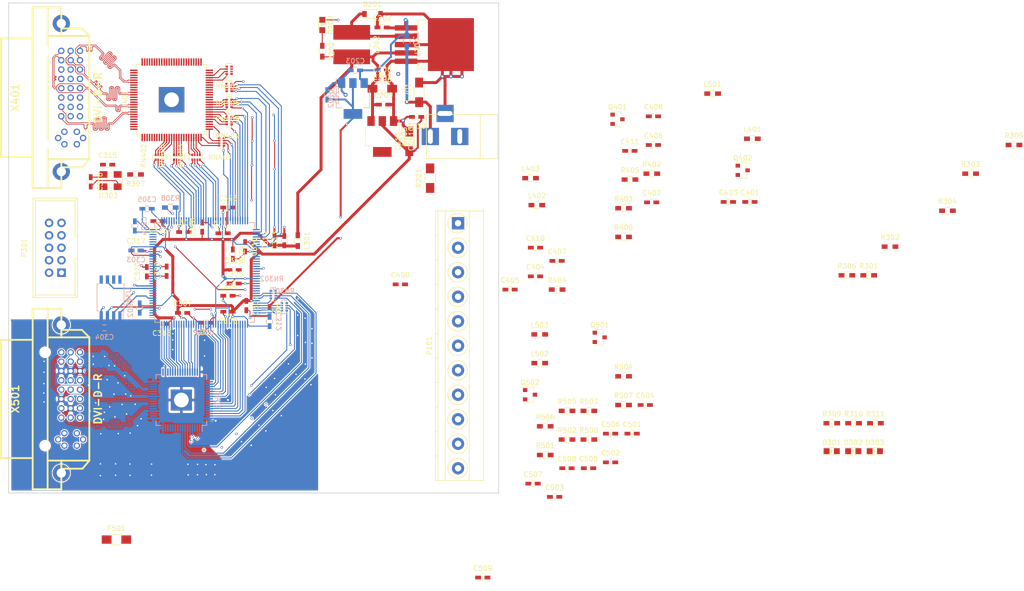
<source format=kicad_pcb>
(kicad_pcb (version 20160815) (host pcbnew "(2016-12-02 revision 54c5f6b)-master")

  (general
    (links 461)
    (no_connects 193)
    (area 19.924999 19.924999 120.075001 120.075001)
    (thickness 1.6)
    (drawings 4)
    (tracks 3681)
    (zones 0)
    (modules 127)
    (nets 239)
  )

  (page A4)
  (layers
    (0 F.Cu signal)
    (1 In1.Cu signal)
    (2 In2.Cu signal)
    (31 B.Cu signal)
    (32 B.Adhes user)
    (33 F.Adhes user)
    (34 B.Paste user)
    (35 F.Paste user)
    (36 B.SilkS user)
    (37 F.SilkS user)
    (38 B.Mask user)
    (39 F.Mask user)
    (40 Dwgs.User user)
    (41 Cmts.User user)
    (42 Eco1.User user)
    (43 Eco2.User user)
    (44 Edge.Cuts user)
    (45 Margin user)
    (46 B.CrtYd user)
    (47 F.CrtYd user)
    (48 B.Fab user)
    (49 F.Fab user)
  )

  (setup
    (last_trace_width 0.2)
    (user_trace_width 0.15)
    (user_trace_width 0.2)
    (user_trace_width 0.4)
    (user_trace_width 0.6)
    (trace_clearance 0.2)
    (zone_clearance 0.508)
    (zone_45_only no)
    (trace_min 0.15)
    (segment_width 0.2)
    (edge_width 0.15)
    (via_size 0.8)
    (via_drill 0.4)
    (via_min_size 0.4)
    (via_min_drill 0.3)
    (user_via 0.5 0.3)
    (uvia_size 0.3)
    (uvia_drill 0.1)
    (uvias_allowed no)
    (uvia_min_size 0.2)
    (uvia_min_drill 0.1)
    (pcb_text_width 0.3)
    (pcb_text_size 1.5 1.5)
    (mod_edge_width 0.15)
    (mod_text_size 1 1)
    (mod_text_width 0.15)
    (pad_size 1.524 1.524)
    (pad_drill 0.762)
    (pad_to_mask_clearance 0.2)
    (aux_axis_origin 0 0)
    (visible_elements FFFFFF7F)
    (pcbplotparams
      (layerselection 0x00030_ffffffff)
      (usegerberextensions false)
      (excludeedgelayer true)
      (linewidth 0.100000)
      (plotframeref false)
      (viasonmask false)
      (mode 1)
      (useauxorigin false)
      (hpglpennumber 1)
      (hpglpenspeed 20)
      (hpglpendiameter 15)
      (psnegative false)
      (psa4output false)
      (plotreference true)
      (plotvalue true)
      (plotinvisibletext false)
      (padsonsilk false)
      (subtractmaskfromsilk false)
      (outputformat 1)
      (mirror false)
      (drillshape 1)
      (scaleselection 1)
      (outputdirectory ""))
  )

  (net 0 "")
  (net 1 /power/VIN)
  (net 2 GND)
  (net 3 "Net-(C202-Pad2)")
  (net 4 +2V5)
  (net 5 +3V3)
  (net 6 +1V2)
  (net 7 +V_IO)
  (net 8 "Net-(C401-Pad1)")
  (net 9 "Net-(C402-Pad1)")
  (net 10 "Net-(C403-Pad1)")
  (net 11 /dvi_out/TVDD)
  (net 12 "Net-(C504-Pad1)")
  (net 13 "Net-(C505-Pad1)")
  (net 14 "Net-(D201-Pad1)")
  (net 15 "Net-(D202-Pad2)")
  (net 16 "Net-(F501-Pad1)")
  (net 17 +5V)
  (net 18 /GPIO0)
  (net 19 /GPIO1)
  (net 20 /GPIO2)
  (net 21 /GPIO3)
  (net 22 /GPIO4)
  (net 23 /GPIO5)
  (net 24 /GPIO6)
  (net 25 /GPIO7)
  (net 26 "Net-(P301-Pad9)")
  (net 27 "Net-(P301-Pad8)")
  (net 28 "Net-(P301-Pad7)")
  (net 29 "Net-(P301-Pad6)")
  (net 30 "Net-(P301-Pad5)")
  (net 31 "Net-(P301-Pad3)")
  (net 32 "Net-(P301-Pad1)")
  (net 33 /dvi_in/DDCDAT_IN)
  (net 34 /dvi_in/DDCDAT)
  (net 35 /dvi_in/DDCCLK)
  (net 36 /dvi_in/DDCCLK_IN)
  (net 37 /dvi_out/DDCDAT)
  (net 38 /dvi_out/DDCCLK)
  (net 39 "Net-(R301-Pad1)")
  (net 40 "Net-(R302-Pad1)")
  (net 41 "Net-(R303-Pad1)")
  (net 42 "Net-(R304-Pad1)")
  (net 43 "Net-(R305-Pad1)")
  (net 44 "Net-(R306-Pad1)")
  (net 45 /fpga/CLK50)
  (net 46 "Net-(R307-Pad2)")
  (net 47 /dvi_out/TXCLK+)
  (net 48 "Net-(R308-Pad1)")
  (net 49 /fpga/CLKIN)
  (net 50 /dvi_in/HOTPLUG)
  (net 51 "Net-(R501-Pad1)")
  (net 52 /dvi_out/MSEN)
  (net 53 "Net-(R503-Pad2)")
  (net 54 /dvi_out/HOTPLUG)
  (net 55 "Net-(R504-Pad1)")
  (net 56 "Net-(RN301-Pad7)")
  (net 57 "Net-(RN301-Pad6)")
  (net 58 "Net-(RN301-Pad5)")
  (net 59 "Net-(RN301-Pad8)")
  (net 60 /dvi_out/CTL1)
  (net 61 /dvi_out/DE)
  (net 62 /dvi_out/VSYNC)
  (net 63 /dvi_out/HSYNC)
  (net 64 /dvi_out/CTL2)
  (net 65 /dvi_out/CTL3)
  (net 66 "Net-(RN302-Pad8)")
  (net 67 "Net-(RN302-Pad5)")
  (net 68 "Net-(RN302-Pad6)")
  (net 69 "Net-(RN302-Pad7)")
  (net 70 /dvi_in/DE)
  (net 71 /dvi_in/VSYNC)
  (net 72 /dvi_in/HSYNC)
  (net 73 "Net-(RN401-Pad4)")
  (net 74 "Net-(RN401-Pad8)")
  (net 75 "Net-(RN401-Pad5)")
  (net 76 "Net-(RN401-Pad6)")
  (net 77 "Net-(RN401-Pad7)")
  (net 78 "Net-(RN402-Pad7)")
  (net 79 "Net-(RN402-Pad6)")
  (net 80 "Net-(RN402-Pad5)")
  (net 81 "Net-(RN402-Pad8)")
  (net 82 /dvi_in/DATI3)
  (net 83 /dvi_in/DATI2)
  (net 84 /dvi_in/DATI1)
  (net 85 /dvi_in/DATI0)
  (net 86 "Net-(RN403-Pad7)")
  (net 87 "Net-(RN403-Pad6)")
  (net 88 "Net-(RN403-Pad5)")
  (net 89 "Net-(RN403-Pad8)")
  (net 90 /dvi_in/DATI11)
  (net 91 /dvi_in/DATI10)
  (net 92 /dvi_in/DATI9)
  (net 93 /dvi_in/DATI8)
  (net 94 "Net-(RN404-Pad7)")
  (net 95 "Net-(RN404-Pad6)")
  (net 96 "Net-(RN404-Pad5)")
  (net 97 "Net-(RN404-Pad8)")
  (net 98 /dvi_in/DATI19)
  (net 99 /dvi_in/DATI18)
  (net 100 /dvi_in/DATI17)
  (net 101 /dvi_in/DATI16)
  (net 102 "Net-(RN405-Pad7)")
  (net 103 "Net-(RN405-Pad6)")
  (net 104 "Net-(RN405-Pad5)")
  (net 105 "Net-(RN405-Pad8)")
  (net 106 /dvi_in/CTL3)
  (net 107 /dvi_in/CTL2)
  (net 108 /dvi_in/CTL1)
  (net 109 /dvi_in/DATI4)
  (net 110 /dvi_in/DATI5)
  (net 111 /dvi_in/DATI6)
  (net 112 /dvi_in/DATI7)
  (net 113 "Net-(RN406-Pad8)")
  (net 114 "Net-(RN406-Pad5)")
  (net 115 "Net-(RN406-Pad6)")
  (net 116 "Net-(RN406-Pad7)")
  (net 117 /dvi_in/DATI12)
  (net 118 /dvi_in/DATI13)
  (net 119 /dvi_in/DATI14)
  (net 120 /dvi_in/DATI15)
  (net 121 "Net-(RN407-Pad8)")
  (net 122 "Net-(RN407-Pad5)")
  (net 123 "Net-(RN407-Pad6)")
  (net 124 "Net-(RN407-Pad7)")
  (net 125 /dvi_in/DATI20)
  (net 126 /dvi_in/DATI21)
  (net 127 /dvi_in/DATI22)
  (net 128 /dvi_in/DATI23)
  (net 129 "Net-(RN408-Pad8)")
  (net 130 "Net-(RN408-Pad5)")
  (net 131 "Net-(RN408-Pad6)")
  (net 132 "Net-(RN408-Pad7)")
  (net 133 /dvi_out/DATO4)
  (net 134 /dvi_out/DATO5)
  (net 135 /dvi_out/DATO6)
  (net 136 /dvi_out/DATO7)
  (net 137 /dvi_out/DATO12)
  (net 138 /dvi_out/DATO13)
  (net 139 /dvi_out/DATO14)
  (net 140 /dvi_out/DATO15)
  (net 141 /dvi_out/DATO20)
  (net 142 /dvi_out/DATO21)
  (net 143 /dvi_out/DATO22)
  (net 144 /dvi_out/DATO23)
  (net 145 /dvi_out/DATO3)
  (net 146 /dvi_out/DATO2)
  (net 147 /dvi_out/DATO1)
  (net 148 /dvi_out/DATO0)
  (net 149 /dvi_out/DATO11)
  (net 150 /dvi_out/DATO10)
  (net 151 /dvi_out/DATO9)
  (net 152 /dvi_out/DATO8)
  (net 153 /dvi_out/DATO19)
  (net 154 /dvi_out/DATO18)
  (net 155 /dvi_out/DATO17)
  (net 156 /dvi_out/DATO16)
  (net 157 /fpga/DCLK)
  (net 158 /fpga/ASDI)
  (net 159 /fpga/DATA)
  (net 160 /fpga/nCS)
  (net 161 "Net-(U302-Pad127)")
  (net 162 /dvi_in/LINK_ACT)
  (net 163 /dvi_in/PDOWN)
  (net 164 /dvi_out/EDGE)
  (net 165 /dvi_out/DKEN)
  (net 166 "Net-(U303-Pad1)")
  (net 167 "Net-(U401-Pad96)")
  (net 168 /dvi_in/RxC-)
  (net 169 /dvi_in/RxC+)
  (net 170 /dvi_in/Rx0+)
  (net 171 /dvi_in/Rx1-)
  (net 172 /dvi_in/Rx1+)
  (net 173 /dvi_in/Rx2-)
  (net 174 /dvi_in/Rx2+)
  (net 175 "Net-(U401-Pad18)")
  (net 176 "Net-(U401-Pad77)")
  (net 177 "Net-(U401-Pad75)")
  (net 178 "Net-(U401-Pad74)")
  (net 179 "Net-(U401-Pad73)")
  (net 180 "Net-(U401-Pad72)")
  (net 181 "Net-(U401-Pad71)")
  (net 182 "Net-(U401-Pad70)")
  (net 183 "Net-(U401-Pad69)")
  (net 184 "Net-(U401-Pad66)")
  (net 185 "Net-(U401-Pad65)")
  (net 186 "Net-(U401-Pad64)")
  (net 187 "Net-(U401-Pad63)")
  (net 188 "Net-(U401-Pad62)")
  (net 189 "Net-(U401-Pad61)")
  (net 190 "Net-(U401-Pad60)")
  (net 191 "Net-(U401-Pad59)")
  (net 192 "Net-(U401-Pad56)")
  (net 193 "Net-(U401-Pad55)")
  (net 194 "Net-(U401-Pad54)")
  (net 195 "Net-(U401-Pad53)")
  (net 196 "Net-(U401-Pad52)")
  (net 197 "Net-(U401-Pad51)")
  (net 198 "Net-(U401-Pad50)")
  (net 199 "Net-(U401-Pad49)")
  (net 200 "Net-(U501-Pad56)")
  (net 201 "Net-(U501-Pad49)")
  (net 202 /dvi_out/TX2+)
  (net 203 /dvi_out/TX2-)
  (net 204 /dvi_out/TX1+)
  (net 205 /dvi_out/TX1-)
  (net 206 /dvi_out/TX0+)
  (net 207 /dvi_out/TX0-)
  (net 208 /dvi_out/TXC+)
  (net 209 /dvi_out/TXC-)
  (net 210 "Net-(X401-Pad8)")
  (net 211 "Net-(X401-Pad21)")
  (net 212 "Net-(X401-Pad20)")
  (net 213 "Net-(X401-Pad14)")
  (net 214 "Net-(X401-Pad13)")
  (net 215 "Net-(X401-Pad12)")
  (net 216 "Net-(X401-Pad5)")
  (net 217 "Net-(X401-Pad4)")
  (net 218 "Net-(X501-Pad4)")
  (net 219 "Net-(X501-Pad5)")
  (net 220 "Net-(X501-Pad12)")
  (net 221 "Net-(X501-Pad13)")
  (net 222 "Net-(X501-Pad20)")
  (net 223 "Net-(X501-Pad21)")
  (net 224 "Net-(X501-Pad8)")
  (net 225 "Net-(D301-Pad2)")
  (net 226 "Net-(D302-Pad2)")
  (net 227 "Net-(D303-Pad2)")
  (net 228 /dvi_in/Rx0-)
  (net 229 "Net-(U302-Pad99)")
  (net 230 "Net-(U302-Pad84)")
  (net 231 "Net-(U302-Pad83)")
  (net 232 "Net-(U303-Pad4)")
  (net 233 "Net-(RN302-Pad1)")
  (net 234 "Net-(D301-Pad1)")
  (net 235 "Net-(D302-Pad1)")
  (net 236 "Net-(D303-Pad1)")
  (net 237 "Net-(R309-Pad2)")
  (net 238 "Net-(RN301-Pad1)")

  (net_class Default "This is the default net class."
    (clearance 0.2)
    (trace_width 0.25)
    (via_dia 0.8)
    (via_drill 0.4)
    (uvia_dia 0.3)
    (uvia_drill 0.1)
    (diff_pair_gap 0.25)
    (diff_pair_width 0.2)
    (add_net +1V2)
    (add_net +2V5)
    (add_net +3V3)
    (add_net +5V)
    (add_net +V_IO)
    (add_net /GPIO0)
    (add_net /GPIO1)
    (add_net /GPIO2)
    (add_net /GPIO3)
    (add_net /GPIO4)
    (add_net /GPIO5)
    (add_net /GPIO6)
    (add_net /GPIO7)
    (add_net /dvi_in/CTL1)
    (add_net /dvi_in/CTL2)
    (add_net /dvi_in/CTL3)
    (add_net /dvi_in/DATI0)
    (add_net /dvi_in/DATI1)
    (add_net /dvi_in/DATI10)
    (add_net /dvi_in/DATI11)
    (add_net /dvi_in/DATI12)
    (add_net /dvi_in/DATI13)
    (add_net /dvi_in/DATI14)
    (add_net /dvi_in/DATI15)
    (add_net /dvi_in/DATI16)
    (add_net /dvi_in/DATI17)
    (add_net /dvi_in/DATI18)
    (add_net /dvi_in/DATI19)
    (add_net /dvi_in/DATI2)
    (add_net /dvi_in/DATI20)
    (add_net /dvi_in/DATI21)
    (add_net /dvi_in/DATI22)
    (add_net /dvi_in/DATI23)
    (add_net /dvi_in/DATI3)
    (add_net /dvi_in/DATI4)
    (add_net /dvi_in/DATI5)
    (add_net /dvi_in/DATI6)
    (add_net /dvi_in/DATI7)
    (add_net /dvi_in/DATI8)
    (add_net /dvi_in/DATI9)
    (add_net /dvi_in/DDCCLK)
    (add_net /dvi_in/DDCCLK_IN)
    (add_net /dvi_in/DDCDAT)
    (add_net /dvi_in/DDCDAT_IN)
    (add_net /dvi_in/DE)
    (add_net /dvi_in/HOTPLUG)
    (add_net /dvi_in/HSYNC)
    (add_net /dvi_in/LINK_ACT)
    (add_net /dvi_in/PDOWN)
    (add_net /dvi_in/Rx0+)
    (add_net /dvi_in/Rx0-)
    (add_net /dvi_in/Rx1+)
    (add_net /dvi_in/Rx1-)
    (add_net /dvi_in/Rx2+)
    (add_net /dvi_in/Rx2-)
    (add_net /dvi_in/RxC+)
    (add_net /dvi_in/RxC-)
    (add_net /dvi_in/VSYNC)
    (add_net /dvi_out/CTL1)
    (add_net /dvi_out/CTL2)
    (add_net /dvi_out/CTL3)
    (add_net /dvi_out/DATO0)
    (add_net /dvi_out/DATO1)
    (add_net /dvi_out/DATO10)
    (add_net /dvi_out/DATO11)
    (add_net /dvi_out/DATO12)
    (add_net /dvi_out/DATO13)
    (add_net /dvi_out/DATO14)
    (add_net /dvi_out/DATO15)
    (add_net /dvi_out/DATO16)
    (add_net /dvi_out/DATO17)
    (add_net /dvi_out/DATO18)
    (add_net /dvi_out/DATO19)
    (add_net /dvi_out/DATO2)
    (add_net /dvi_out/DATO20)
    (add_net /dvi_out/DATO21)
    (add_net /dvi_out/DATO22)
    (add_net /dvi_out/DATO23)
    (add_net /dvi_out/DATO3)
    (add_net /dvi_out/DATO4)
    (add_net /dvi_out/DATO5)
    (add_net /dvi_out/DATO6)
    (add_net /dvi_out/DATO7)
    (add_net /dvi_out/DATO8)
    (add_net /dvi_out/DATO9)
    (add_net /dvi_out/DDCCLK)
    (add_net /dvi_out/DDCDAT)
    (add_net /dvi_out/DE)
    (add_net /dvi_out/DKEN)
    (add_net /dvi_out/EDGE)
    (add_net /dvi_out/HOTPLUG)
    (add_net /dvi_out/HSYNC)
    (add_net /dvi_out/MSEN)
    (add_net /dvi_out/TVDD)
    (add_net /dvi_out/TX0+)
    (add_net /dvi_out/TX0-)
    (add_net /dvi_out/TX1+)
    (add_net /dvi_out/TX1-)
    (add_net /dvi_out/TX2+)
    (add_net /dvi_out/TX2-)
    (add_net /dvi_out/TXC+)
    (add_net /dvi_out/TXC-)
    (add_net /dvi_out/TXCLK+)
    (add_net /dvi_out/VSYNC)
    (add_net /fpga/ASDI)
    (add_net /fpga/CLK50)
    (add_net /fpga/CLKIN)
    (add_net /fpga/DATA)
    (add_net /fpga/DCLK)
    (add_net /fpga/nCS)
    (add_net /power/VIN)
    (add_net GND)
    (add_net "Net-(C202-Pad2)")
    (add_net "Net-(C401-Pad1)")
    (add_net "Net-(C402-Pad1)")
    (add_net "Net-(C403-Pad1)")
    (add_net "Net-(C504-Pad1)")
    (add_net "Net-(C505-Pad1)")
    (add_net "Net-(D201-Pad1)")
    (add_net "Net-(D202-Pad2)")
    (add_net "Net-(D301-Pad1)")
    (add_net "Net-(D301-Pad2)")
    (add_net "Net-(D302-Pad1)")
    (add_net "Net-(D302-Pad2)")
    (add_net "Net-(D303-Pad1)")
    (add_net "Net-(D303-Pad2)")
    (add_net "Net-(F501-Pad1)")
    (add_net "Net-(P301-Pad1)")
    (add_net "Net-(P301-Pad3)")
    (add_net "Net-(P301-Pad5)")
    (add_net "Net-(P301-Pad6)")
    (add_net "Net-(P301-Pad7)")
    (add_net "Net-(P301-Pad8)")
    (add_net "Net-(P301-Pad9)")
    (add_net "Net-(R301-Pad1)")
    (add_net "Net-(R302-Pad1)")
    (add_net "Net-(R303-Pad1)")
    (add_net "Net-(R304-Pad1)")
    (add_net "Net-(R305-Pad1)")
    (add_net "Net-(R306-Pad1)")
    (add_net "Net-(R307-Pad2)")
    (add_net "Net-(R308-Pad1)")
    (add_net "Net-(R309-Pad2)")
    (add_net "Net-(R501-Pad1)")
    (add_net "Net-(R503-Pad2)")
    (add_net "Net-(R504-Pad1)")
    (add_net "Net-(RN301-Pad1)")
    (add_net "Net-(RN301-Pad5)")
    (add_net "Net-(RN301-Pad6)")
    (add_net "Net-(RN301-Pad7)")
    (add_net "Net-(RN301-Pad8)")
    (add_net "Net-(RN302-Pad1)")
    (add_net "Net-(RN302-Pad5)")
    (add_net "Net-(RN302-Pad6)")
    (add_net "Net-(RN302-Pad7)")
    (add_net "Net-(RN302-Pad8)")
    (add_net "Net-(RN401-Pad4)")
    (add_net "Net-(RN401-Pad5)")
    (add_net "Net-(RN401-Pad6)")
    (add_net "Net-(RN401-Pad7)")
    (add_net "Net-(RN401-Pad8)")
    (add_net "Net-(RN402-Pad5)")
    (add_net "Net-(RN402-Pad6)")
    (add_net "Net-(RN402-Pad7)")
    (add_net "Net-(RN402-Pad8)")
    (add_net "Net-(RN403-Pad5)")
    (add_net "Net-(RN403-Pad6)")
    (add_net "Net-(RN403-Pad7)")
    (add_net "Net-(RN403-Pad8)")
    (add_net "Net-(RN404-Pad5)")
    (add_net "Net-(RN404-Pad6)")
    (add_net "Net-(RN404-Pad7)")
    (add_net "Net-(RN404-Pad8)")
    (add_net "Net-(RN405-Pad5)")
    (add_net "Net-(RN405-Pad6)")
    (add_net "Net-(RN405-Pad7)")
    (add_net "Net-(RN405-Pad8)")
    (add_net "Net-(RN406-Pad5)")
    (add_net "Net-(RN406-Pad6)")
    (add_net "Net-(RN406-Pad7)")
    (add_net "Net-(RN406-Pad8)")
    (add_net "Net-(RN407-Pad5)")
    (add_net "Net-(RN407-Pad6)")
    (add_net "Net-(RN407-Pad7)")
    (add_net "Net-(RN407-Pad8)")
    (add_net "Net-(RN408-Pad5)")
    (add_net "Net-(RN408-Pad6)")
    (add_net "Net-(RN408-Pad7)")
    (add_net "Net-(RN408-Pad8)")
    (add_net "Net-(U302-Pad127)")
    (add_net "Net-(U302-Pad83)")
    (add_net "Net-(U302-Pad84)")
    (add_net "Net-(U302-Pad99)")
    (add_net "Net-(U303-Pad1)")
    (add_net "Net-(U303-Pad4)")
    (add_net "Net-(U401-Pad18)")
    (add_net "Net-(U401-Pad49)")
    (add_net "Net-(U401-Pad50)")
    (add_net "Net-(U401-Pad51)")
    (add_net "Net-(U401-Pad52)")
    (add_net "Net-(U401-Pad53)")
    (add_net "Net-(U401-Pad54)")
    (add_net "Net-(U401-Pad55)")
    (add_net "Net-(U401-Pad56)")
    (add_net "Net-(U401-Pad59)")
    (add_net "Net-(U401-Pad60)")
    (add_net "Net-(U401-Pad61)")
    (add_net "Net-(U401-Pad62)")
    (add_net "Net-(U401-Pad63)")
    (add_net "Net-(U401-Pad64)")
    (add_net "Net-(U401-Pad65)")
    (add_net "Net-(U401-Pad66)")
    (add_net "Net-(U401-Pad69)")
    (add_net "Net-(U401-Pad70)")
    (add_net "Net-(U401-Pad71)")
    (add_net "Net-(U401-Pad72)")
    (add_net "Net-(U401-Pad73)")
    (add_net "Net-(U401-Pad74)")
    (add_net "Net-(U401-Pad75)")
    (add_net "Net-(U401-Pad77)")
    (add_net "Net-(U401-Pad96)")
    (add_net "Net-(U501-Pad49)")
    (add_net "Net-(U501-Pad56)")
    (add_net "Net-(X401-Pad12)")
    (add_net "Net-(X401-Pad13)")
    (add_net "Net-(X401-Pad14)")
    (add_net "Net-(X401-Pad20)")
    (add_net "Net-(X401-Pad21)")
    (add_net "Net-(X401-Pad4)")
    (add_net "Net-(X401-Pad5)")
    (add_net "Net-(X401-Pad8)")
    (add_net "Net-(X501-Pad12)")
    (add_net "Net-(X501-Pad13)")
    (add_net "Net-(X501-Pad20)")
    (add_net "Net-(X501-Pad21)")
    (add_net "Net-(X501-Pad4)")
    (add_net "Net-(X501-Pad5)")
    (add_net "Net-(X501-Pad8)")
  )

  (module dvi:dvi (layer F.Cu) (tedit 0) (tstamp 584DB9AE)
    (at 27.448 100.81 270)
    (descr "DVI connector, Tyco P/N 1-1734147-1")
    (path /583BE4A7/5847F98E)
    (fp_text reference X501 (at 0 6.10108 270) (layer F.SilkS)
      (effects (font (thickness 0.3048)))
    )
    (fp_text value DVI-D-R (at 0 -10.795 270) (layer F.SilkS)
      (effects (font (thickness 0.3048)))
    )
    (fp_line (start -12.573 -9.017) (end -14.097 -7.493) (layer F.SilkS) (width 0.381))
    (fp_line (start -14.097 -7.493) (end -14.097 -3.302) (layer F.SilkS) (width 0.381))
    (fp_line (start 14.224 -7.62) (end 14.224 -3.302) (layer F.SilkS) (width 0.381))
    (fp_line (start 12.573 -9.017) (end 14.224 -7.62) (layer F.SilkS) (width 0.381))
    (fp_line (start -12.573 -9.017) (end -12.573 -0.508) (layer F.SilkS) (width 0.381))
    (fp_line (start 12.573 -9.017) (end 12.573 -0.508) (layer F.SilkS) (width 0.381))
    (fp_line (start -18.415 -0.508) (end -18.415 -3.302) (layer F.SilkS) (width 0.381))
    (fp_line (start -18.415 -3.302) (end -12.573 -3.302) (layer F.SilkS) (width 0.381))
    (fp_line (start 18.415 -0.508) (end 18.415 -3.302) (layer F.SilkS) (width 0.381))
    (fp_line (start 18.415 -3.302) (end 12.573 -3.302) (layer F.SilkS) (width 0.381))
    (fp_line (start 18.415 -0.508) (end 18.415 2.54) (layer F.SilkS) (width 0.381))
    (fp_line (start -18.415 -0.508) (end -18.415 2.54) (layer F.SilkS) (width 0.381))
    (fp_line (start -18.415 -0.508) (end 18.415 -0.508) (layer F.SilkS) (width 0.381))
    (fp_line (start -12.573 -9.017) (end 12.573 -9.017) (layer F.SilkS) (width 0.381))
    (fp_line (start -12.065 9.017) (end 12.065 9.017) (layer F.SilkS) (width 0.381))
    (fp_line (start 12.065 9.017) (end 12.065 2.54) (layer F.SilkS) (width 0.381))
    (fp_line (start -12.065 9.017) (end -12.065 2.54) (layer F.SilkS) (width 0.381))
    (fp_line (start -18.415 2.54) (end 18.415 2.54) (layer F.SilkS) (width 0.381))
    (pad "" thru_hole circle (at 15.11046 -3.302 270) (size 3.50012 3.50012) (drill 1.89992) (layers *.Cu *.Mask))
    (pad 3 thru_hole circle (at -5.715 -7.112 270) (size 1.30048 1.30048) (drill 0.8001) (layers *.Cu *.Mask)
      (net 2 GND))
    (pad 2 thru_hole circle (at -7.62 -7.112 270) (size 1.30048 1.30048) (drill 0.8001) (layers *.Cu *.Mask)
      (net 202 /dvi_out/TX2+))
    (pad 1 thru_hole circle (at -9.525 -7.112 270) (size 1.30048 1.30048) (drill 0.8001) (layers *.Cu *.Mask)
      (net 203 /dvi_out/TX2-))
    (pad 4 thru_hole circle (at -3.81 -7.112 270) (size 1.30048 1.30048) (drill 0.8001) (layers *.Cu *.Mask)
      (net 218 "Net-(X501-Pad4)"))
    (pad 5 thru_hole circle (at -1.905 -7.112 270) (size 1.30048 1.30048) (drill 0.8001) (layers *.Cu *.Mask)
      (net 219 "Net-(X501-Pad5)"))
    (pad 9 thru_hole circle (at -9.525 -5.207 270) (size 1.30048 1.30048) (drill 0.8001) (layers *.Cu *.Mask)
      (net 205 /dvi_out/TX1-))
    (pad 7 thru_hole circle (at 1.905 -7.112 270) (size 1.30048 1.30048) (drill 0.8001) (layers *.Cu *.Mask)
      (net 37 /dvi_out/DDCDAT))
    (pad 6 thru_hole circle (at 0 -7.112 270) (size 1.30048 1.30048) (drill 0.8001) (layers *.Cu *.Mask)
      (net 38 /dvi_out/DDCCLK))
    (pad "" thru_hole circle (at -15.11046 -3.302 270) (size 3.50012 3.50012) (drill 1.89992) (layers *.Cu *.Mask))
    (pad 10 thru_hole circle (at -7.62 -5.207 270) (size 1.30048 1.30048) (drill 0.8001) (layers *.Cu *.Mask)
      (net 204 /dvi_out/TX1+))
    (pad 11 thru_hole circle (at -5.715 -5.207 270) (size 1.30048 1.30048) (drill 0.8001) (layers *.Cu *.Mask)
      (net 2 GND))
    (pad 12 thru_hole circle (at -3.81 -5.207 270) (size 1.30048 1.30048) (drill 0.8001) (layers *.Cu *.Mask)
      (net 220 "Net-(X501-Pad12)"))
    (pad 13 thru_hole circle (at -1.905 -5.207 270) (size 1.30048 1.30048) (drill 0.8001) (layers *.Cu *.Mask)
      (net 221 "Net-(X501-Pad13)"))
    (pad 14 thru_hole circle (at 0 -5.207 270) (size 1.30048 1.30048) (drill 0.8001) (layers *.Cu *.Mask)
      (net 16 "Net-(F501-Pad1)"))
    (pad 15 thru_hole circle (at 1.905 -5.207 270) (size 1.30048 1.30048) (drill 0.8001) (layers *.Cu *.Mask)
      (net 2 GND))
    (pad 16 thru_hole circle (at 3.81 -5.207 270) (size 1.30048 1.30048) (drill 0.8001) (layers *.Cu *.Mask)
      (net 55 "Net-(R504-Pad1)"))
    (pad 17 thru_hole circle (at -9.525 -3.302 270) (size 1.30048 1.30048) (drill 0.8001) (layers *.Cu *.Mask)
      (net 207 /dvi_out/TX0-))
    (pad 18 thru_hole circle (at -7.62 -3.302 270) (size 1.30048 1.30048) (drill 0.8001) (layers *.Cu *.Mask)
      (net 206 /dvi_out/TX0+))
    (pad 19 thru_hole circle (at -5.715 -3.302 270) (size 1.30048 1.30048) (drill 0.8001) (layers *.Cu *.Mask)
      (net 2 GND))
    (pad 20 thru_hole circle (at -3.81 -3.302 270) (size 1.30048 1.30048) (drill 0.8001) (layers *.Cu *.Mask)
      (net 222 "Net-(X501-Pad20)"))
    (pad 21 thru_hole circle (at -1.905 -3.302 270) (size 1.30048 1.30048) (drill 0.8001) (layers *.Cu *.Mask)
      (net 223 "Net-(X501-Pad21)"))
    (pad 22 thru_hole circle (at 0 -3.302 270) (size 1.30048 1.30048) (drill 0.8001) (layers *.Cu *.Mask)
      (net 2 GND))
    (pad 23 thru_hole circle (at 1.905 -3.302 270) (size 1.30048 1.30048) (drill 0.8001) (layers *.Cu *.Mask)
      (net 208 /dvi_out/TXC+))
    (pad 24 thru_hole circle (at 3.81 -3.302 270) (size 1.30048 1.30048) (drill 0.8001) (layers *.Cu *.Mask)
      (net 209 /dvi_out/TXC-))
    (pad 8 thru_hole circle (at 3.81 -7.112 270) (size 1.30048 1.30048) (drill 0.8001) (layers *.Cu *.Mask)
      (net 224 "Net-(X501-Pad8)"))
    (pad C2 thru_hole circle (at 9.525 -6.477 270) (size 1.30048 1.30048) (drill 0.8001) (layers *.Cu *.Mask))
    (pad C1 thru_hole circle (at 6.985 -6.477 270) (size 1.30048 1.30048) (drill 0.8001) (layers *.Cu *.Mask))
    (pad C3 thru_hole circle (at 6.985 -3.937 270) (size 1.30048 1.30048) (drill 0.8001) (layers *.Cu *.Mask))
    (pad C4 thru_hole circle (at 9.525 -3.937 270) (size 1.30048 1.30048) (drill 0.8001) (layers *.Cu *.Mask))
    (pad C5 thru_hole circle (at 8.255 -7.747 270) (size 1.30048 1.30048) (drill 0.8001) (layers *.Cu *.Mask))
    (pad C5 thru_hole circle (at 8.255 -2.667 270) (size 1.30048 1.30048) (drill 0.8001) (layers *.Cu *.Mask))
    (pad "" np_thru_hole circle (at -9.525 -0.00254 270) (size 1.99898 1.99898) (drill 1.99898) (layers *.Cu))
    (pad "" np_thru_hole circle (at 9.525 -0.00254 270) (size 1.99898 1.99898) (drill 1.99898) (layers *.Cu))
    (model walter/conn_pc/dvi.wrl
      (at (xyz 0 0 0))
      (scale (xyz 1 1 1))
      (rotate (xyz 0 0 0))
    )
  )

  (module Capacitors_SMD:C_1206_HandSoldering (layer F.Cu) (tedit 541A9C03) (tstamp 584DB4BE)
    (at 103.75 38.25 90)
    (descr "Capacitor SMD 1206, hand soldering")
    (tags "capacitor 1206")
    (path /5839A46D/5839CFD0)
    (attr smd)
    (fp_text reference C201 (at 0 -2.3 90) (layer F.SilkS)
      (effects (font (size 1 1) (thickness 0.15)))
    )
    (fp_text value 100u (at 0 2.3 90) (layer F.Fab)
      (effects (font (size 1 1) (thickness 0.15)))
    )
    (fp_line (start -1.6 0.8) (end -1.6 -0.8) (layer F.Fab) (width 0.15))
    (fp_line (start 1.6 0.8) (end -1.6 0.8) (layer F.Fab) (width 0.15))
    (fp_line (start 1.6 -0.8) (end 1.6 0.8) (layer F.Fab) (width 0.15))
    (fp_line (start -1.6 -0.8) (end 1.6 -0.8) (layer F.Fab) (width 0.15))
    (fp_line (start -3.3 -1.15) (end 3.3 -1.15) (layer F.CrtYd) (width 0.05))
    (fp_line (start -3.3 1.15) (end 3.3 1.15) (layer F.CrtYd) (width 0.05))
    (fp_line (start -3.3 -1.15) (end -3.3 1.15) (layer F.CrtYd) (width 0.05))
    (fp_line (start 3.3 -1.15) (end 3.3 1.15) (layer F.CrtYd) (width 0.05))
    (fp_line (start 1 -1.025) (end -1 -1.025) (layer F.SilkS) (width 0.15))
    (fp_line (start -1 1.025) (end 1 1.025) (layer F.SilkS) (width 0.15))
    (pad 1 smd rect (at -2 0 90) (size 2 1.6) (layers F.Cu F.Paste F.Mask)
      (net 1 /power/VIN))
    (pad 2 smd rect (at 2 0 90) (size 2 1.6) (layers F.Cu F.Paste F.Mask)
      (net 2 GND))
    (model Capacitors_SMD.3dshapes/C_1206_HandSoldering.wrl
      (at (xyz 0 0 0))
      (scale (xyz 1 1 1))
      (rotate (xyz 0 0 0))
    )
  )

  (module Capacitors_SMD:C_0603_HandSoldering (layer F.Cu) (tedit 541A9B4D) (tstamp 584DB4C4)
    (at 96.2 25)
    (descr "Capacitor SMD 0603, hand soldering")
    (tags "capacitor 0603")
    (path /5839A46D/5839CF57)
    (attr smd)
    (fp_text reference C202 (at 0 -1.9) (layer F.SilkS)
      (effects (font (size 1 1) (thickness 0.15)))
    )
    (fp_text value 100n (at 0 1.9) (layer F.Fab)
      (effects (font (size 1 1) (thickness 0.15)))
    )
    (fp_line (start 0.35 0.6) (end -0.35 0.6) (layer F.SilkS) (width 0.15))
    (fp_line (start -0.35 -0.6) (end 0.35 -0.6) (layer F.SilkS) (width 0.15))
    (fp_line (start 1.85 -0.75) (end 1.85 0.75) (layer F.CrtYd) (width 0.05))
    (fp_line (start -1.85 -0.75) (end -1.85 0.75) (layer F.CrtYd) (width 0.05))
    (fp_line (start -1.85 0.75) (end 1.85 0.75) (layer F.CrtYd) (width 0.05))
    (fp_line (start -1.85 -0.75) (end 1.85 -0.75) (layer F.CrtYd) (width 0.05))
    (fp_line (start -0.8 -0.4) (end 0.8 -0.4) (layer F.Fab) (width 0.15))
    (fp_line (start 0.8 -0.4) (end 0.8 0.4) (layer F.Fab) (width 0.15))
    (fp_line (start 0.8 0.4) (end -0.8 0.4) (layer F.Fab) (width 0.15))
    (fp_line (start -0.8 0.4) (end -0.8 -0.4) (layer F.Fab) (width 0.15))
    (pad 2 smd rect (at 0.95 0) (size 1.2 0.75) (layers F.Cu F.Paste F.Mask)
      (net 3 "Net-(C202-Pad2)"))
    (pad 1 smd rect (at -0.95 0) (size 1.2 0.75) (layers F.Cu F.Paste F.Mask)
      (net 2 GND))
    (model Capacitors_SMD.3dshapes/C_0603_HandSoldering.wrl
      (at (xyz 0 0 0))
      (scale (xyz 1 1 1))
      (rotate (xyz 0 0 0))
    )
  )

  (module Capacitors_SMD:C_0603_HandSoldering (layer B.Cu) (tedit 541A9B4D) (tstamp 584DB4CA)
    (at 90.75 33.75 180)
    (descr "Capacitor SMD 0603, hand soldering")
    (tags "capacitor 0603")
    (path /5839A46D/583A1362)
    (attr smd)
    (fp_text reference C203 (at 0 1.9 180) (layer B.SilkS)
      (effects (font (size 1 1) (thickness 0.15)) (justify mirror))
    )
    (fp_text value 100n (at 0 -1.9 180) (layer B.Fab)
      (effects (font (size 1 1) (thickness 0.15)) (justify mirror))
    )
    (fp_line (start -0.8 -0.4) (end -0.8 0.4) (layer B.Fab) (width 0.15))
    (fp_line (start 0.8 -0.4) (end -0.8 -0.4) (layer B.Fab) (width 0.15))
    (fp_line (start 0.8 0.4) (end 0.8 -0.4) (layer B.Fab) (width 0.15))
    (fp_line (start -0.8 0.4) (end 0.8 0.4) (layer B.Fab) (width 0.15))
    (fp_line (start -1.85 0.75) (end 1.85 0.75) (layer B.CrtYd) (width 0.05))
    (fp_line (start -1.85 -0.75) (end 1.85 -0.75) (layer B.CrtYd) (width 0.05))
    (fp_line (start -1.85 0.75) (end -1.85 -0.75) (layer B.CrtYd) (width 0.05))
    (fp_line (start 1.85 0.75) (end 1.85 -0.75) (layer B.CrtYd) (width 0.05))
    (fp_line (start -0.35 0.6) (end 0.35 0.6) (layer B.SilkS) (width 0.15))
    (fp_line (start 0.35 -0.6) (end -0.35 -0.6) (layer B.SilkS) (width 0.15))
    (pad 1 smd rect (at -0.95 0 180) (size 1.2 0.75) (layers B.Cu B.Paste B.Mask)
      (net 3 "Net-(C202-Pad2)"))
    (pad 2 smd rect (at 0.95 0 180) (size 1.2 0.75) (layers B.Cu B.Paste B.Mask)
      (net 2 GND))
    (model Capacitors_SMD.3dshapes/C_0603_HandSoldering.wrl
      (at (xyz 0 0 0))
      (scale (xyz 1 1 1))
      (rotate (xyz 0 0 0))
    )
  )

  (module Capacitors_SMD:C_0603_HandSoldering (layer B.Cu) (tedit 541A9B4D) (tstamp 584DB4D0)
    (at 45.75 65.5 90)
    (descr "Capacitor SMD 0603, hand soldering")
    (tags "capacitor 0603")
    (path /5839A46D/583A12DF)
    (attr smd)
    (fp_text reference C204 (at 0 1.9 90) (layer B.SilkS)
      (effects (font (size 1 1) (thickness 0.15)) (justify mirror))
    )
    (fp_text value 100n (at 0 -1.9 90) (layer B.Fab)
      (effects (font (size 1 1) (thickness 0.15)) (justify mirror))
    )
    (fp_line (start 0.35 -0.6) (end -0.35 -0.6) (layer B.SilkS) (width 0.15))
    (fp_line (start -0.35 0.6) (end 0.35 0.6) (layer B.SilkS) (width 0.15))
    (fp_line (start 1.85 0.75) (end 1.85 -0.75) (layer B.CrtYd) (width 0.05))
    (fp_line (start -1.85 0.75) (end -1.85 -0.75) (layer B.CrtYd) (width 0.05))
    (fp_line (start -1.85 -0.75) (end 1.85 -0.75) (layer B.CrtYd) (width 0.05))
    (fp_line (start -1.85 0.75) (end 1.85 0.75) (layer B.CrtYd) (width 0.05))
    (fp_line (start -0.8 0.4) (end 0.8 0.4) (layer B.Fab) (width 0.15))
    (fp_line (start 0.8 0.4) (end 0.8 -0.4) (layer B.Fab) (width 0.15))
    (fp_line (start 0.8 -0.4) (end -0.8 -0.4) (layer B.Fab) (width 0.15))
    (fp_line (start -0.8 -0.4) (end -0.8 0.4) (layer B.Fab) (width 0.15))
    (pad 2 smd rect (at 0.95 0 90) (size 1.2 0.75) (layers B.Cu B.Paste B.Mask)
      (net 2 GND))
    (pad 1 smd rect (at -0.95 0 90) (size 1.2 0.75) (layers B.Cu B.Paste B.Mask)
      (net 4 +2V5))
    (model Capacitors_SMD.3dshapes/C_0603_HandSoldering.wrl
      (at (xyz 0 0 0))
      (scale (xyz 1 1 1))
      (rotate (xyz 0 0 0))
    )
  )

  (module Capacitors_SMD:C_0603_HandSoldering (layer B.Cu) (tedit 541A9B4D) (tstamp 584DB4D6)
    (at 85 38.75 90)
    (descr "Capacitor SMD 0603, hand soldering")
    (tags "capacitor 0603")
    (path /5839A46D/583A189E)
    (attr smd)
    (fp_text reference C205 (at 0 1.9 90) (layer B.SilkS)
      (effects (font (size 1 1) (thickness 0.15)) (justify mirror))
    )
    (fp_text value 10u (at 0 -1.9 90) (layer B.Fab)
      (effects (font (size 1 1) (thickness 0.15)) (justify mirror))
    )
    (fp_line (start -0.8 -0.4) (end -0.8 0.4) (layer B.Fab) (width 0.15))
    (fp_line (start 0.8 -0.4) (end -0.8 -0.4) (layer B.Fab) (width 0.15))
    (fp_line (start 0.8 0.4) (end 0.8 -0.4) (layer B.Fab) (width 0.15))
    (fp_line (start -0.8 0.4) (end 0.8 0.4) (layer B.Fab) (width 0.15))
    (fp_line (start -1.85 0.75) (end 1.85 0.75) (layer B.CrtYd) (width 0.05))
    (fp_line (start -1.85 -0.75) (end 1.85 -0.75) (layer B.CrtYd) (width 0.05))
    (fp_line (start -1.85 0.75) (end -1.85 -0.75) (layer B.CrtYd) (width 0.05))
    (fp_line (start 1.85 0.75) (end 1.85 -0.75) (layer B.CrtYd) (width 0.05))
    (fp_line (start -0.35 0.6) (end 0.35 0.6) (layer B.SilkS) (width 0.15))
    (fp_line (start 0.35 -0.6) (end -0.35 -0.6) (layer B.SilkS) (width 0.15))
    (pad 1 smd rect (at -0.95 0 90) (size 1.2 0.75) (layers B.Cu B.Paste B.Mask)
      (net 4 +2V5))
    (pad 2 smd rect (at 0.95 0 90) (size 1.2 0.75) (layers B.Cu B.Paste B.Mask)
      (net 2 GND))
    (model Capacitors_SMD.3dshapes/C_0603_HandSoldering.wrl
      (at (xyz 0 0 0))
      (scale (xyz 1 1 1))
      (rotate (xyz 0 0 0))
    )
  )

  (module Capacitors_SMD:C_0603_HandSoldering (layer F.Cu) (tedit 541A9B4D) (tstamp 584DB4DC)
    (at 96.25 33.75 180)
    (descr "Capacitor SMD 0603, hand soldering")
    (tags "capacitor 0603")
    (path /5839A46D/5839CB13)
    (attr smd)
    (fp_text reference C206 (at 0 -1.9 180) (layer F.SilkS)
      (effects (font (size 1 1) (thickness 0.15)))
    )
    (fp_text value 100n (at 0 1.9 180) (layer F.Fab)
      (effects (font (size 1 1) (thickness 0.15)))
    )
    (fp_line (start -0.8 0.4) (end -0.8 -0.4) (layer F.Fab) (width 0.15))
    (fp_line (start 0.8 0.4) (end -0.8 0.4) (layer F.Fab) (width 0.15))
    (fp_line (start 0.8 -0.4) (end 0.8 0.4) (layer F.Fab) (width 0.15))
    (fp_line (start -0.8 -0.4) (end 0.8 -0.4) (layer F.Fab) (width 0.15))
    (fp_line (start -1.85 -0.75) (end 1.85 -0.75) (layer F.CrtYd) (width 0.05))
    (fp_line (start -1.85 0.75) (end 1.85 0.75) (layer F.CrtYd) (width 0.05))
    (fp_line (start -1.85 -0.75) (end -1.85 0.75) (layer F.CrtYd) (width 0.05))
    (fp_line (start 1.85 -0.75) (end 1.85 0.75) (layer F.CrtYd) (width 0.05))
    (fp_line (start -0.35 -0.6) (end 0.35 -0.6) (layer F.SilkS) (width 0.15))
    (fp_line (start 0.35 0.6) (end -0.35 0.6) (layer F.SilkS) (width 0.15))
    (pad 1 smd rect (at -0.95 0 180) (size 1.2 0.75) (layers F.Cu F.Paste F.Mask)
      (net 2 GND))
    (pad 2 smd rect (at 0.95 0 180) (size 1.2 0.75) (layers F.Cu F.Paste F.Mask)
      (net 5 +3V3))
    (model Capacitors_SMD.3dshapes/C_0603_HandSoldering.wrl
      (at (xyz 0 0 0))
      (scale (xyz 1 1 1))
      (rotate (xyz 0 0 0))
    )
  )

  (module Capacitors_SMD:C_1206_HandSoldering (layer F.Cu) (tedit 541A9C03) (tstamp 584DB4E2)
    (at 96.25 37.5)
    (descr "Capacitor SMD 1206, hand soldering")
    (tags "capacitor 1206")
    (path /5839A46D/5839CB5E)
    (attr smd)
    (fp_text reference C207 (at 0 -2.3) (layer F.SilkS)
      (effects (font (size 1 1) (thickness 0.15)))
    )
    (fp_text value 100u (at 0 2.3) (layer F.Fab)
      (effects (font (size 1 1) (thickness 0.15)))
    )
    (fp_line (start -1 1.025) (end 1 1.025) (layer F.SilkS) (width 0.15))
    (fp_line (start 1 -1.025) (end -1 -1.025) (layer F.SilkS) (width 0.15))
    (fp_line (start 3.3 -1.15) (end 3.3 1.15) (layer F.CrtYd) (width 0.05))
    (fp_line (start -3.3 -1.15) (end -3.3 1.15) (layer F.CrtYd) (width 0.05))
    (fp_line (start -3.3 1.15) (end 3.3 1.15) (layer F.CrtYd) (width 0.05))
    (fp_line (start -3.3 -1.15) (end 3.3 -1.15) (layer F.CrtYd) (width 0.05))
    (fp_line (start -1.6 -0.8) (end 1.6 -0.8) (layer F.Fab) (width 0.15))
    (fp_line (start 1.6 -0.8) (end 1.6 0.8) (layer F.Fab) (width 0.15))
    (fp_line (start 1.6 0.8) (end -1.6 0.8) (layer F.Fab) (width 0.15))
    (fp_line (start -1.6 0.8) (end -1.6 -0.8) (layer F.Fab) (width 0.15))
    (pad 2 smd rect (at 2 0) (size 2 1.6) (layers F.Cu F.Paste F.Mask)
      (net 2 GND))
    (pad 1 smd rect (at -2 0) (size 2 1.6) (layers F.Cu F.Paste F.Mask)
      (net 5 +3V3))
    (model Capacitors_SMD.3dshapes/C_1206_HandSoldering.wrl
      (at (xyz 0 0 0))
      (scale (xyz 1 1 1))
      (rotate (xyz 0 0 0))
    )
  )

  (module Capacitors_SMD:C_0603_HandSoldering (layer F.Cu) (tedit 541A9B4D) (tstamp 584DB4E8)
    (at 96.25 35.5)
    (descr "Capacitor SMD 0603, hand soldering")
    (tags "capacitor 0603")
    (path /5839A46D/583B5E87)
    (attr smd)
    (fp_text reference C208 (at 0 -1.9) (layer F.SilkS)
      (effects (font (size 1 1) (thickness 0.15)))
    )
    (fp_text value 10u (at 0 1.9) (layer F.Fab)
      (effects (font (size 1 1) (thickness 0.15)))
    )
    (fp_line (start 0.35 0.6) (end -0.35 0.6) (layer F.SilkS) (width 0.15))
    (fp_line (start -0.35 -0.6) (end 0.35 -0.6) (layer F.SilkS) (width 0.15))
    (fp_line (start 1.85 -0.75) (end 1.85 0.75) (layer F.CrtYd) (width 0.05))
    (fp_line (start -1.85 -0.75) (end -1.85 0.75) (layer F.CrtYd) (width 0.05))
    (fp_line (start -1.85 0.75) (end 1.85 0.75) (layer F.CrtYd) (width 0.05))
    (fp_line (start -1.85 -0.75) (end 1.85 -0.75) (layer F.CrtYd) (width 0.05))
    (fp_line (start -0.8 -0.4) (end 0.8 -0.4) (layer F.Fab) (width 0.15))
    (fp_line (start 0.8 -0.4) (end 0.8 0.4) (layer F.Fab) (width 0.15))
    (fp_line (start 0.8 0.4) (end -0.8 0.4) (layer F.Fab) (width 0.15))
    (fp_line (start -0.8 0.4) (end -0.8 -0.4) (layer F.Fab) (width 0.15))
    (pad 2 smd rect (at 0.95 0) (size 1.2 0.75) (layers F.Cu F.Paste F.Mask)
      (net 2 GND))
    (pad 1 smd rect (at -0.95 0) (size 1.2 0.75) (layers F.Cu F.Paste F.Mask)
      (net 5 +3V3))
    (model Capacitors_SMD.3dshapes/C_0603_HandSoldering.wrl
      (at (xyz 0 0 0))
      (scale (xyz 1 1 1))
      (rotate (xyz 0 0 0))
    )
  )

  (module Capacitors_SMD:C_0603_HandSoldering (layer F.Cu) (tedit 541A9B4D) (tstamp 584DB4EE)
    (at 96.5 40.75)
    (descr "Capacitor SMD 0603, hand soldering")
    (tags "capacitor 0603")
    (path /5839A46D/5839A82D)
    (attr smd)
    (fp_text reference C209 (at 0 -1.9) (layer F.SilkS)
      (effects (font (size 1 1) (thickness 0.15)))
    )
    (fp_text value 100n (at 0 1.9) (layer F.Fab)
      (effects (font (size 1 1) (thickness 0.15)))
    )
    (fp_line (start -0.8 0.4) (end -0.8 -0.4) (layer F.Fab) (width 0.15))
    (fp_line (start 0.8 0.4) (end -0.8 0.4) (layer F.Fab) (width 0.15))
    (fp_line (start 0.8 -0.4) (end 0.8 0.4) (layer F.Fab) (width 0.15))
    (fp_line (start -0.8 -0.4) (end 0.8 -0.4) (layer F.Fab) (width 0.15))
    (fp_line (start -1.85 -0.75) (end 1.85 -0.75) (layer F.CrtYd) (width 0.05))
    (fp_line (start -1.85 0.75) (end 1.85 0.75) (layer F.CrtYd) (width 0.05))
    (fp_line (start -1.85 -0.75) (end -1.85 0.75) (layer F.CrtYd) (width 0.05))
    (fp_line (start 1.85 -0.75) (end 1.85 0.75) (layer F.CrtYd) (width 0.05))
    (fp_line (start -0.35 -0.6) (end 0.35 -0.6) (layer F.SilkS) (width 0.15))
    (fp_line (start 0.35 0.6) (end -0.35 0.6) (layer F.SilkS) (width 0.15))
    (pad 1 smd rect (at -0.95 0) (size 1.2 0.75) (layers F.Cu F.Paste F.Mask)
      (net 5 +3V3))
    (pad 2 smd rect (at 0.95 0) (size 1.2 0.75) (layers F.Cu F.Paste F.Mask)
      (net 2 GND))
    (model Capacitors_SMD.3dshapes/C_0603_HandSoldering.wrl
      (at (xyz 0 0 0))
      (scale (xyz 1 1 1))
      (rotate (xyz 0 0 0))
    )
  )

  (module Capacitors_SMD:C_0603_HandSoldering (layer F.Cu) (tedit 541A9B4D) (tstamp 584DB4F4)
    (at 103.25 43.25 180)
    (descr "Capacitor SMD 0603, hand soldering")
    (tags "capacitor 0603")
    (path /5839A46D/5839A663)
    (attr smd)
    (fp_text reference C210 (at 0 -1.9 180) (layer F.SilkS)
      (effects (font (size 1 1) (thickness 0.15)))
    )
    (fp_text value 100n (at 0 1.9 180) (layer F.Fab)
      (effects (font (size 1 1) (thickness 0.15)))
    )
    (fp_line (start 0.35 0.6) (end -0.35 0.6) (layer F.SilkS) (width 0.15))
    (fp_line (start -0.35 -0.6) (end 0.35 -0.6) (layer F.SilkS) (width 0.15))
    (fp_line (start 1.85 -0.75) (end 1.85 0.75) (layer F.CrtYd) (width 0.05))
    (fp_line (start -1.85 -0.75) (end -1.85 0.75) (layer F.CrtYd) (width 0.05))
    (fp_line (start -1.85 0.75) (end 1.85 0.75) (layer F.CrtYd) (width 0.05))
    (fp_line (start -1.85 -0.75) (end 1.85 -0.75) (layer F.CrtYd) (width 0.05))
    (fp_line (start -0.8 -0.4) (end 0.8 -0.4) (layer F.Fab) (width 0.15))
    (fp_line (start 0.8 -0.4) (end 0.8 0.4) (layer F.Fab) (width 0.15))
    (fp_line (start 0.8 0.4) (end -0.8 0.4) (layer F.Fab) (width 0.15))
    (fp_line (start -0.8 0.4) (end -0.8 -0.4) (layer F.Fab) (width 0.15))
    (pad 2 smd rect (at 0.95 0 180) (size 1.2 0.75) (layers F.Cu F.Paste F.Mask)
      (net 2 GND))
    (pad 1 smd rect (at -0.95 0 180) (size 1.2 0.75) (layers F.Cu F.Paste F.Mask)
      (net 6 +1V2))
    (model Capacitors_SMD.3dshapes/C_0603_HandSoldering.wrl
      (at (xyz 0 0 0))
      (scale (xyz 1 1 1))
      (rotate (xyz 0 0 0))
    )
  )

  (module Capacitors_SMD:C_1206_HandSoldering (layer F.Cu) (tedit 541A9C03) (tstamp 584DB4FA)
    (at 101.75 48.25 90)
    (descr "Capacitor SMD 1206, hand soldering")
    (tags "capacitor 1206")
    (path /5839A46D/5839A62D)
    (attr smd)
    (fp_text reference C211 (at 0 -2.3 90) (layer F.SilkS)
      (effects (font (size 1 1) (thickness 0.15)))
    )
    (fp_text value 10u (at 0 2.3 90) (layer F.Fab)
      (effects (font (size 1 1) (thickness 0.15)))
    )
    (fp_line (start -1 1.025) (end 1 1.025) (layer F.SilkS) (width 0.15))
    (fp_line (start 1 -1.025) (end -1 -1.025) (layer F.SilkS) (width 0.15))
    (fp_line (start 3.3 -1.15) (end 3.3 1.15) (layer F.CrtYd) (width 0.05))
    (fp_line (start -3.3 -1.15) (end -3.3 1.15) (layer F.CrtYd) (width 0.05))
    (fp_line (start -3.3 1.15) (end 3.3 1.15) (layer F.CrtYd) (width 0.05))
    (fp_line (start -3.3 -1.15) (end 3.3 -1.15) (layer F.CrtYd) (width 0.05))
    (fp_line (start -1.6 -0.8) (end 1.6 -0.8) (layer F.Fab) (width 0.15))
    (fp_line (start 1.6 -0.8) (end 1.6 0.8) (layer F.Fab) (width 0.15))
    (fp_line (start 1.6 0.8) (end -1.6 0.8) (layer F.Fab) (width 0.15))
    (fp_line (start -1.6 0.8) (end -1.6 -0.8) (layer F.Fab) (width 0.15))
    (pad 2 smd rect (at 2 0 90) (size 2 1.6) (layers F.Cu F.Paste F.Mask)
      (net 2 GND))
    (pad 1 smd rect (at -2 0 90) (size 2 1.6) (layers F.Cu F.Paste F.Mask)
      (net 6 +1V2))
    (model Capacitors_SMD.3dshapes/C_1206_HandSoldering.wrl
      (at (xyz 0 0 0))
      (scale (xyz 1 1 1))
      (rotate (xyz 0 0 0))
    )
  )

  (module Capacitors_SMD:C_0603_HandSoldering (layer F.Cu) (tedit 541A9B4D) (tstamp 584DB500)
    (at 73.25 83 270)
    (descr "Capacitor SMD 0603, hand soldering")
    (tags "capacitor 0603")
    (path /583A26B6/583B7DED)
    (attr smd)
    (fp_text reference C301 (at 0 -1.9 270) (layer F.SilkS)
      (effects (font (size 1 1) (thickness 0.15)))
    )
    (fp_text value 100n (at 0 1.9 270) (layer F.Fab)
      (effects (font (size 1 1) (thickness 0.15)))
    )
    (fp_line (start 0.35 0.6) (end -0.35 0.6) (layer F.SilkS) (width 0.15))
    (fp_line (start -0.35 -0.6) (end 0.35 -0.6) (layer F.SilkS) (width 0.15))
    (fp_line (start 1.85 -0.75) (end 1.85 0.75) (layer F.CrtYd) (width 0.05))
    (fp_line (start -1.85 -0.75) (end -1.85 0.75) (layer F.CrtYd) (width 0.05))
    (fp_line (start -1.85 0.75) (end 1.85 0.75) (layer F.CrtYd) (width 0.05))
    (fp_line (start -1.85 -0.75) (end 1.85 -0.75) (layer F.CrtYd) (width 0.05))
    (fp_line (start -0.8 -0.4) (end 0.8 -0.4) (layer F.Fab) (width 0.15))
    (fp_line (start 0.8 -0.4) (end 0.8 0.4) (layer F.Fab) (width 0.15))
    (fp_line (start 0.8 0.4) (end -0.8 0.4) (layer F.Fab) (width 0.15))
    (fp_line (start -0.8 0.4) (end -0.8 -0.4) (layer F.Fab) (width 0.15))
    (pad 2 smd rect (at 0.95 0 270) (size 1.2 0.75) (layers F.Cu F.Paste F.Mask)
      (net 2 GND))
    (pad 1 smd rect (at -0.95 0 270) (size 1.2 0.75) (layers F.Cu F.Paste F.Mask)
      (net 4 +2V5))
    (model Capacitors_SMD.3dshapes/C_0603_HandSoldering.wrl
      (at (xyz 0 0 0))
      (scale (xyz 1 1 1))
      (rotate (xyz 0 0 0))
    )
  )

  (module Capacitors_SMD:C_0603_HandSoldering (layer B.Cu) (tedit 541A9B4D) (tstamp 584DB506)
    (at 46.75 82.25 270)
    (descr "Capacitor SMD 0603, hand soldering")
    (tags "capacitor 0603")
    (path /583A26B6/583B1B7A)
    (attr smd)
    (fp_text reference C302 (at 0 1.9 270) (layer B.SilkS)
      (effects (font (size 1 1) (thickness 0.15)) (justify mirror))
    )
    (fp_text value 100n (at 0 -1.9 270) (layer B.Fab)
      (effects (font (size 1 1) (thickness 0.15)) (justify mirror))
    )
    (fp_line (start -0.8 -0.4) (end -0.8 0.4) (layer B.Fab) (width 0.15))
    (fp_line (start 0.8 -0.4) (end -0.8 -0.4) (layer B.Fab) (width 0.15))
    (fp_line (start 0.8 0.4) (end 0.8 -0.4) (layer B.Fab) (width 0.15))
    (fp_line (start -0.8 0.4) (end 0.8 0.4) (layer B.Fab) (width 0.15))
    (fp_line (start -1.85 0.75) (end 1.85 0.75) (layer B.CrtYd) (width 0.05))
    (fp_line (start -1.85 -0.75) (end 1.85 -0.75) (layer B.CrtYd) (width 0.05))
    (fp_line (start -1.85 0.75) (end -1.85 -0.75) (layer B.CrtYd) (width 0.05))
    (fp_line (start 1.85 0.75) (end 1.85 -0.75) (layer B.CrtYd) (width 0.05))
    (fp_line (start -0.35 0.6) (end 0.35 0.6) (layer B.SilkS) (width 0.15))
    (fp_line (start 0.35 -0.6) (end -0.35 -0.6) (layer B.SilkS) (width 0.15))
    (pad 1 smd rect (at -0.95 0 270) (size 1.2 0.75) (layers B.Cu B.Paste B.Mask)
      (net 6 +1V2))
    (pad 2 smd rect (at 0.95 0 270) (size 1.2 0.75) (layers B.Cu B.Paste B.Mask)
      (net 2 GND))
    (model Capacitors_SMD.3dshapes/C_0603_HandSoldering.wrl
      (at (xyz 0 0 0))
      (scale (xyz 1 1 1))
      (rotate (xyz 0 0 0))
    )
  )

  (module Capacitors_SMD:C_0603_HandSoldering (layer B.Cu) (tedit 541A9B4D) (tstamp 584DB50C)
    (at 46 70.5)
    (descr "Capacitor SMD 0603, hand soldering")
    (tags "capacitor 0603")
    (path /583A26B6/583B1619)
    (attr smd)
    (fp_text reference C303 (at 0 1.9) (layer B.SilkS)
      (effects (font (size 1 1) (thickness 0.15)) (justify mirror))
    )
    (fp_text value 100n (at 0 -1.9) (layer B.Fab)
      (effects (font (size 1 1) (thickness 0.15)) (justify mirror))
    )
    (fp_line (start -0.8 -0.4) (end -0.8 0.4) (layer B.Fab) (width 0.15))
    (fp_line (start 0.8 -0.4) (end -0.8 -0.4) (layer B.Fab) (width 0.15))
    (fp_line (start 0.8 0.4) (end 0.8 -0.4) (layer B.Fab) (width 0.15))
    (fp_line (start -0.8 0.4) (end 0.8 0.4) (layer B.Fab) (width 0.15))
    (fp_line (start -1.85 0.75) (end 1.85 0.75) (layer B.CrtYd) (width 0.05))
    (fp_line (start -1.85 -0.75) (end 1.85 -0.75) (layer B.CrtYd) (width 0.05))
    (fp_line (start -1.85 0.75) (end -1.85 -0.75) (layer B.CrtYd) (width 0.05))
    (fp_line (start 1.85 0.75) (end 1.85 -0.75) (layer B.CrtYd) (width 0.05))
    (fp_line (start -0.35 0.6) (end 0.35 0.6) (layer B.SilkS) (width 0.15))
    (fp_line (start 0.35 -0.6) (end -0.35 -0.6) (layer B.SilkS) (width 0.15))
    (pad 1 smd rect (at -0.95 0) (size 1.2 0.75) (layers B.Cu B.Paste B.Mask)
      (net 6 +1V2))
    (pad 2 smd rect (at 0.95 0) (size 1.2 0.75) (layers B.Cu B.Paste B.Mask)
      (net 2 GND))
    (model Capacitors_SMD.3dshapes/C_0603_HandSoldering.wrl
      (at (xyz 0 0 0))
      (scale (xyz 1 1 1))
      (rotate (xyz 0 0 0))
    )
  )

  (module Capacitors_SMD:C_0603_HandSoldering (layer B.Cu) (tedit 541A9B4D) (tstamp 584DB512)
    (at 39.55 86.3)
    (descr "Capacitor SMD 0603, hand soldering")
    (tags "capacitor 0603")
    (path /583A26B6/583B32A4)
    (attr smd)
    (fp_text reference C304 (at 0 1.9) (layer B.SilkS)
      (effects (font (size 1 1) (thickness 0.15)) (justify mirror))
    )
    (fp_text value 100n (at 0 -1.9) (layer B.Fab)
      (effects (font (size 1 1) (thickness 0.15)) (justify mirror))
    )
    (fp_line (start -0.8 -0.4) (end -0.8 0.4) (layer B.Fab) (width 0.15))
    (fp_line (start 0.8 -0.4) (end -0.8 -0.4) (layer B.Fab) (width 0.15))
    (fp_line (start 0.8 0.4) (end 0.8 -0.4) (layer B.Fab) (width 0.15))
    (fp_line (start -0.8 0.4) (end 0.8 0.4) (layer B.Fab) (width 0.15))
    (fp_line (start -1.85 0.75) (end 1.85 0.75) (layer B.CrtYd) (width 0.05))
    (fp_line (start -1.85 -0.75) (end 1.85 -0.75) (layer B.CrtYd) (width 0.05))
    (fp_line (start -1.85 0.75) (end -1.85 -0.75) (layer B.CrtYd) (width 0.05))
    (fp_line (start 1.85 0.75) (end 1.85 -0.75) (layer B.CrtYd) (width 0.05))
    (fp_line (start -0.35 0.6) (end 0.35 0.6) (layer B.SilkS) (width 0.15))
    (fp_line (start 0.35 -0.6) (end -0.35 -0.6) (layer B.SilkS) (width 0.15))
    (pad 1 smd rect (at -0.95 0) (size 1.2 0.75) (layers B.Cu B.Paste B.Mask)
      (net 2 GND))
    (pad 2 smd rect (at 0.95 0) (size 1.2 0.75) (layers B.Cu B.Paste B.Mask)
      (net 7 +V_IO))
    (model Capacitors_SMD.3dshapes/C_0603_HandSoldering.wrl
      (at (xyz 0 0 0))
      (scale (xyz 1 1 1))
      (rotate (xyz 0 0 0))
    )
  )

  (module Capacitors_SMD:C_0603_HandSoldering (layer B.Cu) (tedit 541A9B4D) (tstamp 584DB518)
    (at 48.25 62 180)
    (descr "Capacitor SMD 0603, hand soldering")
    (tags "capacitor 0603")
    (path /583A26B6/583B1B80)
    (attr smd)
    (fp_text reference C305 (at 0 1.9 180) (layer B.SilkS)
      (effects (font (size 1 1) (thickness 0.15)) (justify mirror))
    )
    (fp_text value 100n (at 0 -1.9 180) (layer B.Fab)
      (effects (font (size 1 1) (thickness 0.15)) (justify mirror))
    )
    (fp_line (start 0.35 -0.6) (end -0.35 -0.6) (layer B.SilkS) (width 0.15))
    (fp_line (start -0.35 0.6) (end 0.35 0.6) (layer B.SilkS) (width 0.15))
    (fp_line (start 1.85 0.75) (end 1.85 -0.75) (layer B.CrtYd) (width 0.05))
    (fp_line (start -1.85 0.75) (end -1.85 -0.75) (layer B.CrtYd) (width 0.05))
    (fp_line (start -1.85 -0.75) (end 1.85 -0.75) (layer B.CrtYd) (width 0.05))
    (fp_line (start -1.85 0.75) (end 1.85 0.75) (layer B.CrtYd) (width 0.05))
    (fp_line (start -0.8 0.4) (end 0.8 0.4) (layer B.Fab) (width 0.15))
    (fp_line (start 0.8 0.4) (end 0.8 -0.4) (layer B.Fab) (width 0.15))
    (fp_line (start 0.8 -0.4) (end -0.8 -0.4) (layer B.Fab) (width 0.15))
    (fp_line (start -0.8 -0.4) (end -0.8 0.4) (layer B.Fab) (width 0.15))
    (pad 2 smd rect (at 0.95 0 180) (size 1.2 0.75) (layers B.Cu B.Paste B.Mask)
      (net 2 GND))
    (pad 1 smd rect (at -0.95 0 180) (size 1.2 0.75) (layers B.Cu B.Paste B.Mask)
      (net 6 +1V2))
    (model Capacitors_SMD.3dshapes/C_0603_HandSoldering.wrl
      (at (xyz 0 0 0))
      (scale (xyz 1 1 1))
      (rotate (xyz 0 0 0))
    )
  )

  (module Capacitors_SMD:C_0603_HandSoldering (layer F.Cu) (tedit 541A9B4D) (tstamp 584DB51E)
    (at 55.75 66.75)
    (descr "Capacitor SMD 0603, hand soldering")
    (tags "capacitor 0603")
    (path /583A26B6/583B1669)
    (attr smd)
    (fp_text reference C306 (at 0 -1.9) (layer F.SilkS)
      (effects (font (size 1 1) (thickness 0.15)))
    )
    (fp_text value 100n (at 0 1.9) (layer F.Fab)
      (effects (font (size 1 1) (thickness 0.15)))
    )
    (fp_line (start 0.35 0.6) (end -0.35 0.6) (layer F.SilkS) (width 0.15))
    (fp_line (start -0.35 -0.6) (end 0.35 -0.6) (layer F.SilkS) (width 0.15))
    (fp_line (start 1.85 -0.75) (end 1.85 0.75) (layer F.CrtYd) (width 0.05))
    (fp_line (start -1.85 -0.75) (end -1.85 0.75) (layer F.CrtYd) (width 0.05))
    (fp_line (start -1.85 0.75) (end 1.85 0.75) (layer F.CrtYd) (width 0.05))
    (fp_line (start -1.85 -0.75) (end 1.85 -0.75) (layer F.CrtYd) (width 0.05))
    (fp_line (start -0.8 -0.4) (end 0.8 -0.4) (layer F.Fab) (width 0.15))
    (fp_line (start 0.8 -0.4) (end 0.8 0.4) (layer F.Fab) (width 0.15))
    (fp_line (start 0.8 0.4) (end -0.8 0.4) (layer F.Fab) (width 0.15))
    (fp_line (start -0.8 0.4) (end -0.8 -0.4) (layer F.Fab) (width 0.15))
    (pad 2 smd rect (at 0.95 0) (size 1.2 0.75) (layers F.Cu F.Paste F.Mask)
      (net 2 GND))
    (pad 1 smd rect (at -0.95 0) (size 1.2 0.75) (layers F.Cu F.Paste F.Mask)
      (net 6 +1V2))
    (model Capacitors_SMD.3dshapes/C_0603_HandSoldering.wrl
      (at (xyz 0 0 0))
      (scale (xyz 1 1 1))
      (rotate (xyz 0 0 0))
    )
  )

  (module Capacitors_SMD:C_0603_HandSoldering (layer F.Cu) (tedit 541A9B4D) (tstamp 584DB524)
    (at 55.5 83.25)
    (descr "Capacitor SMD 0603, hand soldering")
    (tags "capacitor 0603")
    (path /583A26B6/583B1B86)
    (attr smd)
    (fp_text reference C307 (at 0 -1.9) (layer F.SilkS)
      (effects (font (size 1 1) (thickness 0.15)))
    )
    (fp_text value 100n (at 0 1.9) (layer F.Fab)
      (effects (font (size 1 1) (thickness 0.15)))
    )
    (fp_line (start -0.8 0.4) (end -0.8 -0.4) (layer F.Fab) (width 0.15))
    (fp_line (start 0.8 0.4) (end -0.8 0.4) (layer F.Fab) (width 0.15))
    (fp_line (start 0.8 -0.4) (end 0.8 0.4) (layer F.Fab) (width 0.15))
    (fp_line (start -0.8 -0.4) (end 0.8 -0.4) (layer F.Fab) (width 0.15))
    (fp_line (start -1.85 -0.75) (end 1.85 -0.75) (layer F.CrtYd) (width 0.05))
    (fp_line (start -1.85 0.75) (end 1.85 0.75) (layer F.CrtYd) (width 0.05))
    (fp_line (start -1.85 -0.75) (end -1.85 0.75) (layer F.CrtYd) (width 0.05))
    (fp_line (start 1.85 -0.75) (end 1.85 0.75) (layer F.CrtYd) (width 0.05))
    (fp_line (start -0.35 -0.6) (end 0.35 -0.6) (layer F.SilkS) (width 0.15))
    (fp_line (start 0.35 0.6) (end -0.35 0.6) (layer F.SilkS) (width 0.15))
    (pad 1 smd rect (at -0.95 0) (size 1.2 0.75) (layers F.Cu F.Paste F.Mask)
      (net 6 +1V2))
    (pad 2 smd rect (at 0.95 0) (size 1.2 0.75) (layers F.Cu F.Paste F.Mask)
      (net 2 GND))
    (model Capacitors_SMD.3dshapes/C_0603_HandSoldering.wrl
      (at (xyz 0 0 0))
      (scale (xyz 1 1 1))
      (rotate (xyz 0 0 0))
    )
  )

  (module Capacitors_SMD:C_0603_HandSoldering (layer F.Cu) (tedit 541A9B4D) (tstamp 584DB52A)
    (at 64.75 83 180)
    (descr "Capacitor SMD 0603, hand soldering")
    (tags "capacitor 0603")
    (path /583A26B6/583B18AC)
    (attr smd)
    (fp_text reference C308 (at 0 -1.9 180) (layer F.SilkS)
      (effects (font (size 1 1) (thickness 0.15)))
    )
    (fp_text value 100n (at 0 1.9 180) (layer F.Fab)
      (effects (font (size 1 1) (thickness 0.15)))
    )
    (fp_line (start -0.8 0.4) (end -0.8 -0.4) (layer F.Fab) (width 0.15))
    (fp_line (start 0.8 0.4) (end -0.8 0.4) (layer F.Fab) (width 0.15))
    (fp_line (start 0.8 -0.4) (end 0.8 0.4) (layer F.Fab) (width 0.15))
    (fp_line (start -0.8 -0.4) (end 0.8 -0.4) (layer F.Fab) (width 0.15))
    (fp_line (start -1.85 -0.75) (end 1.85 -0.75) (layer F.CrtYd) (width 0.05))
    (fp_line (start -1.85 0.75) (end 1.85 0.75) (layer F.CrtYd) (width 0.05))
    (fp_line (start -1.85 -0.75) (end -1.85 0.75) (layer F.CrtYd) (width 0.05))
    (fp_line (start 1.85 -0.75) (end 1.85 0.75) (layer F.CrtYd) (width 0.05))
    (fp_line (start -0.35 -0.6) (end 0.35 -0.6) (layer F.SilkS) (width 0.15))
    (fp_line (start 0.35 0.6) (end -0.35 0.6) (layer F.SilkS) (width 0.15))
    (pad 1 smd rect (at -0.95 0 180) (size 1.2 0.75) (layers F.Cu F.Paste F.Mask)
      (net 6 +1V2))
    (pad 2 smd rect (at 0.95 0 180) (size 1.2 0.75) (layers F.Cu F.Paste F.Mask)
      (net 2 GND))
    (model Capacitors_SMD.3dshapes/C_0603_HandSoldering.wrl
      (at (xyz 0 0 0))
      (scale (xyz 1 1 1))
      (rotate (xyz 0 0 0))
    )
  )

  (module Capacitors_SMD:C_0603_HandSoldering (layer F.Cu) (tedit 541A9B4D) (tstamp 584DB530)
    (at 68.5 81.75 270)
    (descr "Capacitor SMD 0603, hand soldering")
    (tags "capacitor 0603")
    (path /583A26B6/583B1C83)
    (attr smd)
    (fp_text reference C309 (at 0 -1.9 270) (layer F.SilkS)
      (effects (font (size 1 1) (thickness 0.15)))
    )
    (fp_text value 100n (at 0 1.9 270) (layer F.Fab)
      (effects (font (size 1 1) (thickness 0.15)))
    )
    (fp_line (start 0.35 0.6) (end -0.35 0.6) (layer F.SilkS) (width 0.15))
    (fp_line (start -0.35 -0.6) (end 0.35 -0.6) (layer F.SilkS) (width 0.15))
    (fp_line (start 1.85 -0.75) (end 1.85 0.75) (layer F.CrtYd) (width 0.05))
    (fp_line (start -1.85 -0.75) (end -1.85 0.75) (layer F.CrtYd) (width 0.05))
    (fp_line (start -1.85 0.75) (end 1.85 0.75) (layer F.CrtYd) (width 0.05))
    (fp_line (start -1.85 -0.75) (end 1.85 -0.75) (layer F.CrtYd) (width 0.05))
    (fp_line (start -0.8 -0.4) (end 0.8 -0.4) (layer F.Fab) (width 0.15))
    (fp_line (start 0.8 -0.4) (end 0.8 0.4) (layer F.Fab) (width 0.15))
    (fp_line (start 0.8 0.4) (end -0.8 0.4) (layer F.Fab) (width 0.15))
    (fp_line (start -0.8 0.4) (end -0.8 -0.4) (layer F.Fab) (width 0.15))
    (pad 2 smd rect (at 0.95 0 270) (size 1.2 0.75) (layers F.Cu F.Paste F.Mask)
      (net 2 GND))
    (pad 1 smd rect (at -0.95 0 270) (size 1.2 0.75) (layers F.Cu F.Paste F.Mask)
      (net 6 +1V2))
    (model Capacitors_SMD.3dshapes/C_0603_HandSoldering.wrl
      (at (xyz 0 0 0))
      (scale (xyz 1 1 1))
      (rotate (xyz 0 0 0))
    )
  )

  (module Capacitors_SMD:C_0603_HandSoldering (layer F.Cu) (tedit 541A9B4D) (tstamp 584DB536)
    (at 68.25 69.75 270)
    (descr "Capacitor SMD 0603, hand soldering")
    (tags "capacitor 0603")
    (path /583A26B6/583B1C7D)
    (attr smd)
    (fp_text reference C310 (at 0 -1.9 270) (layer F.SilkS)
      (effects (font (size 1 1) (thickness 0.15)))
    )
    (fp_text value 100n (at 0 1.9 270) (layer F.Fab)
      (effects (font (size 1 1) (thickness 0.15)))
    )
    (fp_line (start -0.8 0.4) (end -0.8 -0.4) (layer F.Fab) (width 0.15))
    (fp_line (start 0.8 0.4) (end -0.8 0.4) (layer F.Fab) (width 0.15))
    (fp_line (start 0.8 -0.4) (end 0.8 0.4) (layer F.Fab) (width 0.15))
    (fp_line (start -0.8 -0.4) (end 0.8 -0.4) (layer F.Fab) (width 0.15))
    (fp_line (start -1.85 -0.75) (end 1.85 -0.75) (layer F.CrtYd) (width 0.05))
    (fp_line (start -1.85 0.75) (end 1.85 0.75) (layer F.CrtYd) (width 0.05))
    (fp_line (start -1.85 -0.75) (end -1.85 0.75) (layer F.CrtYd) (width 0.05))
    (fp_line (start 1.85 -0.75) (end 1.85 0.75) (layer F.CrtYd) (width 0.05))
    (fp_line (start -0.35 -0.6) (end 0.35 -0.6) (layer F.SilkS) (width 0.15))
    (fp_line (start 0.35 0.6) (end -0.35 0.6) (layer F.SilkS) (width 0.15))
    (pad 1 smd rect (at -0.95 0 270) (size 1.2 0.75) (layers F.Cu F.Paste F.Mask)
      (net 6 +1V2))
    (pad 2 smd rect (at 0.95 0 270) (size 1.2 0.75) (layers F.Cu F.Paste F.Mask)
      (net 2 GND))
    (model Capacitors_SMD.3dshapes/C_0603_HandSoldering.wrl
      (at (xyz 0 0 0))
      (scale (xyz 1 1 1))
      (rotate (xyz 0 0 0))
    )
  )

  (module Capacitors_SMD:C_0603_HandSoldering (layer F.Cu) (tedit 541A9B4D) (tstamp 584DB53C)
    (at 63.75 67)
    (descr "Capacitor SMD 0603, hand soldering")
    (tags "capacitor 0603")
    (path /583A26B6/583B1B8C)
    (attr smd)
    (fp_text reference C311 (at 0 -1.9) (layer F.SilkS)
      (effects (font (size 1 1) (thickness 0.15)))
    )
    (fp_text value 100n (at 0 1.9) (layer F.Fab)
      (effects (font (size 1 1) (thickness 0.15)))
    )
    (fp_line (start 0.35 0.6) (end -0.35 0.6) (layer F.SilkS) (width 0.15))
    (fp_line (start -0.35 -0.6) (end 0.35 -0.6) (layer F.SilkS) (width 0.15))
    (fp_line (start 1.85 -0.75) (end 1.85 0.75) (layer F.CrtYd) (width 0.05))
    (fp_line (start -1.85 -0.75) (end -1.85 0.75) (layer F.CrtYd) (width 0.05))
    (fp_line (start -1.85 0.75) (end 1.85 0.75) (layer F.CrtYd) (width 0.05))
    (fp_line (start -1.85 -0.75) (end 1.85 -0.75) (layer F.CrtYd) (width 0.05))
    (fp_line (start -0.8 -0.4) (end 0.8 -0.4) (layer F.Fab) (width 0.15))
    (fp_line (start 0.8 -0.4) (end 0.8 0.4) (layer F.Fab) (width 0.15))
    (fp_line (start 0.8 0.4) (end -0.8 0.4) (layer F.Fab) (width 0.15))
    (fp_line (start -0.8 0.4) (end -0.8 -0.4) (layer F.Fab) (width 0.15))
    (pad 2 smd rect (at 0.95 0) (size 1.2 0.75) (layers F.Cu F.Paste F.Mask)
      (net 2 GND))
    (pad 1 smd rect (at -0.95 0) (size 1.2 0.75) (layers F.Cu F.Paste F.Mask)
      (net 6 +1V2))
    (model Capacitors_SMD.3dshapes/C_0603_HandSoldering.wrl
      (at (xyz 0 0 0))
      (scale (xyz 1 1 1))
      (rotate (xyz 0 0 0))
    )
  )

  (module Capacitors_SMD:C_0603_HandSoldering (layer B.Cu) (tedit 541A9B4D) (tstamp 584DB542)
    (at 73.25 85 90)
    (descr "Capacitor SMD 0603, hand soldering")
    (tags "capacitor 0603")
    (path /583A26B6/583B18B2)
    (attr smd)
    (fp_text reference C312 (at 0 1.9 90) (layer B.SilkS)
      (effects (font (size 1 1) (thickness 0.15)) (justify mirror))
    )
    (fp_text value 100n (at 0 -1.9 90) (layer B.Fab)
      (effects (font (size 1 1) (thickness 0.15)) (justify mirror))
    )
    (fp_line (start 0.35 -0.6) (end -0.35 -0.6) (layer B.SilkS) (width 0.15))
    (fp_line (start -0.35 0.6) (end 0.35 0.6) (layer B.SilkS) (width 0.15))
    (fp_line (start 1.85 0.75) (end 1.85 -0.75) (layer B.CrtYd) (width 0.05))
    (fp_line (start -1.85 0.75) (end -1.85 -0.75) (layer B.CrtYd) (width 0.05))
    (fp_line (start -1.85 -0.75) (end 1.85 -0.75) (layer B.CrtYd) (width 0.05))
    (fp_line (start -1.85 0.75) (end 1.85 0.75) (layer B.CrtYd) (width 0.05))
    (fp_line (start -0.8 0.4) (end 0.8 0.4) (layer B.Fab) (width 0.15))
    (fp_line (start 0.8 0.4) (end 0.8 -0.4) (layer B.Fab) (width 0.15))
    (fp_line (start 0.8 -0.4) (end -0.8 -0.4) (layer B.Fab) (width 0.15))
    (fp_line (start -0.8 -0.4) (end -0.8 0.4) (layer B.Fab) (width 0.15))
    (pad 2 smd rect (at 0.95 0 90) (size 1.2 0.75) (layers B.Cu B.Paste B.Mask)
      (net 2 GND))
    (pad 1 smd rect (at -0.95 0 90) (size 1.2 0.75) (layers B.Cu B.Paste B.Mask)
      (net 6 +1V2))
    (model Capacitors_SMD.3dshapes/C_0603_HandSoldering.wrl
      (at (xyz 0 0 0))
      (scale (xyz 1 1 1))
      (rotate (xyz 0 0 0))
    )
  )

  (module Capacitors_SMD:C_0603_HandSoldering (layer F.Cu) (tedit 541A9B4D) (tstamp 584DB548)
    (at 76.25 68.5 90)
    (descr "Capacitor SMD 0603, hand soldering")
    (tags "capacitor 0603")
    (path /583A26B6/58489EA0)
    (attr smd)
    (fp_text reference C313 (at 0 -1.9 90) (layer F.SilkS)
      (effects (font (size 1 1) (thickness 0.15)))
    )
    (fp_text value 22u (at 0 1.9 90) (layer F.Fab)
      (effects (font (size 1 1) (thickness 0.15)))
    )
    (fp_line (start 0.35 0.6) (end -0.35 0.6) (layer F.SilkS) (width 0.15))
    (fp_line (start -0.35 -0.6) (end 0.35 -0.6) (layer F.SilkS) (width 0.15))
    (fp_line (start 1.85 -0.75) (end 1.85 0.75) (layer F.CrtYd) (width 0.05))
    (fp_line (start -1.85 -0.75) (end -1.85 0.75) (layer F.CrtYd) (width 0.05))
    (fp_line (start -1.85 0.75) (end 1.85 0.75) (layer F.CrtYd) (width 0.05))
    (fp_line (start -1.85 -0.75) (end 1.85 -0.75) (layer F.CrtYd) (width 0.05))
    (fp_line (start -0.8 -0.4) (end 0.8 -0.4) (layer F.Fab) (width 0.15))
    (fp_line (start 0.8 -0.4) (end 0.8 0.4) (layer F.Fab) (width 0.15))
    (fp_line (start 0.8 0.4) (end -0.8 0.4) (layer F.Fab) (width 0.15))
    (fp_line (start -0.8 0.4) (end -0.8 -0.4) (layer F.Fab) (width 0.15))
    (pad 2 smd rect (at 0.95 0 90) (size 1.2 0.75) (layers F.Cu F.Paste F.Mask)
      (net 2 GND))
    (pad 1 smd rect (at -0.95 0 90) (size 1.2 0.75) (layers F.Cu F.Paste F.Mask)
      (net 7 +V_IO))
    (model Capacitors_SMD.3dshapes/C_0603_HandSoldering.wrl
      (at (xyz 0 0 0))
      (scale (xyz 1 1 1))
      (rotate (xyz 0 0 0))
    )
  )

  (module Capacitors_SMD:C_0603_HandSoldering (layer F.Cu) (tedit 541A9B4D) (tstamp 584DB54E)
    (at 74.25 68.5 90)
    (descr "Capacitor SMD 0603, hand soldering")
    (tags "capacitor 0603")
    (path /583A26B6/583B734C)
    (attr smd)
    (fp_text reference C314 (at 0 -1.9 90) (layer F.SilkS)
      (effects (font (size 1 1) (thickness 0.15)))
    )
    (fp_text value 1u (at 0 1.9 90) (layer F.Fab)
      (effects (font (size 1 1) (thickness 0.15)))
    )
    (fp_line (start 0.35 0.6) (end -0.35 0.6) (layer F.SilkS) (width 0.15))
    (fp_line (start -0.35 -0.6) (end 0.35 -0.6) (layer F.SilkS) (width 0.15))
    (fp_line (start 1.85 -0.75) (end 1.85 0.75) (layer F.CrtYd) (width 0.05))
    (fp_line (start -1.85 -0.75) (end -1.85 0.75) (layer F.CrtYd) (width 0.05))
    (fp_line (start -1.85 0.75) (end 1.85 0.75) (layer F.CrtYd) (width 0.05))
    (fp_line (start -1.85 -0.75) (end 1.85 -0.75) (layer F.CrtYd) (width 0.05))
    (fp_line (start -0.8 -0.4) (end 0.8 -0.4) (layer F.Fab) (width 0.15))
    (fp_line (start 0.8 -0.4) (end 0.8 0.4) (layer F.Fab) (width 0.15))
    (fp_line (start 0.8 0.4) (end -0.8 0.4) (layer F.Fab) (width 0.15))
    (fp_line (start -0.8 0.4) (end -0.8 -0.4) (layer F.Fab) (width 0.15))
    (pad 2 smd rect (at 0.95 0 90) (size 1.2 0.75) (layers F.Cu F.Paste F.Mask)
      (net 2 GND))
    (pad 1 smd rect (at -0.95 0 90) (size 1.2 0.75) (layers F.Cu F.Paste F.Mask)
      (net 7 +V_IO))
    (model Capacitors_SMD.3dshapes/C_0603_HandSoldering.wrl
      (at (xyz 0 0 0))
      (scale (xyz 1 1 1))
      (rotate (xyz 0 0 0))
    )
  )

  (module Capacitors_SMD:C_0603_HandSoldering (layer F.Cu) (tedit 541A9B4D) (tstamp 584DB554)
    (at 40.2 53)
    (descr "Capacitor SMD 0603, hand soldering")
    (tags "capacitor 0603")
    (path /583A26B6/584894DF)
    (attr smd)
    (fp_text reference C315 (at 0 -1.9) (layer F.SilkS)
      (effects (font (size 1 1) (thickness 0.15)))
    )
    (fp_text value 100n (at 0 1.9) (layer F.Fab)
      (effects (font (size 1 1) (thickness 0.15)))
    )
    (fp_line (start 0.35 0.6) (end -0.35 0.6) (layer F.SilkS) (width 0.15))
    (fp_line (start -0.35 -0.6) (end 0.35 -0.6) (layer F.SilkS) (width 0.15))
    (fp_line (start 1.85 -0.75) (end 1.85 0.75) (layer F.CrtYd) (width 0.05))
    (fp_line (start -1.85 -0.75) (end -1.85 0.75) (layer F.CrtYd) (width 0.05))
    (fp_line (start -1.85 0.75) (end 1.85 0.75) (layer F.CrtYd) (width 0.05))
    (fp_line (start -1.85 -0.75) (end 1.85 -0.75) (layer F.CrtYd) (width 0.05))
    (fp_line (start -0.8 -0.4) (end 0.8 -0.4) (layer F.Fab) (width 0.15))
    (fp_line (start 0.8 -0.4) (end 0.8 0.4) (layer F.Fab) (width 0.15))
    (fp_line (start 0.8 0.4) (end -0.8 0.4) (layer F.Fab) (width 0.15))
    (fp_line (start -0.8 0.4) (end -0.8 -0.4) (layer F.Fab) (width 0.15))
    (pad 2 smd rect (at 0.95 0) (size 1.2 0.75) (layers F.Cu F.Paste F.Mask)
      (net 2 GND))
    (pad 1 smd rect (at -0.95 0) (size 1.2 0.75) (layers F.Cu F.Paste F.Mask)
      (net 5 +3V3))
    (model Capacitors_SMD.3dshapes/C_0603_HandSoldering.wrl
      (at (xyz 0 0 0))
      (scale (xyz 1 1 1))
      (rotate (xyz 0 0 0))
    )
  )

  (module Capacitors_SMD:C_0603_HandSoldering (layer F.Cu) (tedit 541A9B4D) (tstamp 584DB55A)
    (at 36.75 56.5 270)
    (descr "Capacitor SMD 0603, hand soldering")
    (tags "capacitor 0603")
    (path /583A26B6/583B0AE8)
    (attr smd)
    (fp_text reference C316 (at 0 -1.9 270) (layer F.SilkS)
      (effects (font (size 1 1) (thickness 0.15)))
    )
    (fp_text value 10n (at 0 1.9 270) (layer F.Fab)
      (effects (font (size 1 1) (thickness 0.15)))
    )
    (fp_line (start -0.8 0.4) (end -0.8 -0.4) (layer F.Fab) (width 0.15))
    (fp_line (start 0.8 0.4) (end -0.8 0.4) (layer F.Fab) (width 0.15))
    (fp_line (start 0.8 -0.4) (end 0.8 0.4) (layer F.Fab) (width 0.15))
    (fp_line (start -0.8 -0.4) (end 0.8 -0.4) (layer F.Fab) (width 0.15))
    (fp_line (start -1.85 -0.75) (end 1.85 -0.75) (layer F.CrtYd) (width 0.05))
    (fp_line (start -1.85 0.75) (end 1.85 0.75) (layer F.CrtYd) (width 0.05))
    (fp_line (start -1.85 -0.75) (end -1.85 0.75) (layer F.CrtYd) (width 0.05))
    (fp_line (start 1.85 -0.75) (end 1.85 0.75) (layer F.CrtYd) (width 0.05))
    (fp_line (start -0.35 -0.6) (end 0.35 -0.6) (layer F.SilkS) (width 0.15))
    (fp_line (start 0.35 0.6) (end -0.35 0.6) (layer F.SilkS) (width 0.15))
    (pad 1 smd rect (at -0.95 0 270) (size 1.2 0.75) (layers F.Cu F.Paste F.Mask)
      (net 5 +3V3))
    (pad 2 smd rect (at 0.95 0 270) (size 1.2 0.75) (layers F.Cu F.Paste F.Mask)
      (net 2 GND))
    (model Capacitors_SMD.3dshapes/C_0603_HandSoldering.wrl
      (at (xyz 0 0 0))
      (scale (xyz 1 1 1))
      (rotate (xyz 0 0 0))
    )
  )

  (module Capacitors_SMD:C_0603_HandSoldering (layer F.Cu) (tedit 541A9B4D) (tstamp 584DB560)
    (at 46 70.5)
    (descr "Capacitor SMD 0603, hand soldering")
    (tags "capacitor 0603")
    (path /583A26B6/583B584E)
    (attr smd)
    (fp_text reference C317 (at 0 -1.9) (layer F.SilkS)
      (effects (font (size 1 1) (thickness 0.15)))
    )
    (fp_text value 100n (at 0 1.9) (layer F.Fab)
      (effects (font (size 1 1) (thickness 0.15)))
    )
    (fp_line (start -0.8 0.4) (end -0.8 -0.4) (layer F.Fab) (width 0.15))
    (fp_line (start 0.8 0.4) (end -0.8 0.4) (layer F.Fab) (width 0.15))
    (fp_line (start 0.8 -0.4) (end 0.8 0.4) (layer F.Fab) (width 0.15))
    (fp_line (start -0.8 -0.4) (end 0.8 -0.4) (layer F.Fab) (width 0.15))
    (fp_line (start -1.85 -0.75) (end 1.85 -0.75) (layer F.CrtYd) (width 0.05))
    (fp_line (start -1.85 0.75) (end 1.85 0.75) (layer F.CrtYd) (width 0.05))
    (fp_line (start -1.85 -0.75) (end -1.85 0.75) (layer F.CrtYd) (width 0.05))
    (fp_line (start 1.85 -0.75) (end 1.85 0.75) (layer F.CrtYd) (width 0.05))
    (fp_line (start -0.35 -0.6) (end 0.35 -0.6) (layer F.SilkS) (width 0.15))
    (fp_line (start 0.35 0.6) (end -0.35 0.6) (layer F.SilkS) (width 0.15))
    (pad 1 smd rect (at -0.95 0) (size 1.2 0.75) (layers F.Cu F.Paste F.Mask)
      (net 7 +V_IO))
    (pad 2 smd rect (at 0.95 0) (size 1.2 0.75) (layers F.Cu F.Paste F.Mask)
      (net 2 GND))
    (model Capacitors_SMD.3dshapes/C_0603_HandSoldering.wrl
      (at (xyz 0 0 0))
      (scale (xyz 1 1 1))
      (rotate (xyz 0 0 0))
    )
  )

  (module Capacitors_SMD:C_0603_HandSoldering (layer F.Cu) (tedit 541A9B4D) (tstamp 584DB566)
    (at 51.25 85.5 180)
    (descr "Capacitor SMD 0603, hand soldering")
    (tags "capacitor 0603")
    (path /583A26B6/583B061F)
    (attr smd)
    (fp_text reference C318 (at 0 -1.9 180) (layer F.SilkS)
      (effects (font (size 1 1) (thickness 0.15)))
    )
    (fp_text value 100n (at 0 1.9 180) (layer F.Fab)
      (effects (font (size 1 1) (thickness 0.15)))
    )
    (fp_line (start 0.35 0.6) (end -0.35 0.6) (layer F.SilkS) (width 0.15))
    (fp_line (start -0.35 -0.6) (end 0.35 -0.6) (layer F.SilkS) (width 0.15))
    (fp_line (start 1.85 -0.75) (end 1.85 0.75) (layer F.CrtYd) (width 0.05))
    (fp_line (start -1.85 -0.75) (end -1.85 0.75) (layer F.CrtYd) (width 0.05))
    (fp_line (start -1.85 0.75) (end 1.85 0.75) (layer F.CrtYd) (width 0.05))
    (fp_line (start -1.85 -0.75) (end 1.85 -0.75) (layer F.CrtYd) (width 0.05))
    (fp_line (start -0.8 -0.4) (end 0.8 -0.4) (layer F.Fab) (width 0.15))
    (fp_line (start 0.8 -0.4) (end 0.8 0.4) (layer F.Fab) (width 0.15))
    (fp_line (start 0.8 0.4) (end -0.8 0.4) (layer F.Fab) (width 0.15))
    (fp_line (start -0.8 0.4) (end -0.8 -0.4) (layer F.Fab) (width 0.15))
    (pad 2 smd rect (at 0.95 0 180) (size 1.2 0.75) (layers F.Cu F.Paste F.Mask)
      (net 2 GND))
    (pad 1 smd rect (at -0.95 0 180) (size 1.2 0.75) (layers F.Cu F.Paste F.Mask)
      (net 7 +V_IO))
    (model Capacitors_SMD.3dshapes/C_0603_HandSoldering.wrl
      (at (xyz 0 0 0))
      (scale (xyz 1 1 1))
      (rotate (xyz 0 0 0))
    )
  )

  (module Capacitors_SMD:C_0603_HandSoldering (layer F.Cu) (tedit 541A9B4D) (tstamp 584DB56C)
    (at 66 74.5)
    (descr "Capacitor SMD 0603, hand soldering")
    (tags "capacitor 0603")
    (path /583A26B6/583B7355)
    (attr smd)
    (fp_text reference C319 (at 0 -1.9) (layer F.SilkS)
      (effects (font (size 1 1) (thickness 0.15)))
    )
    (fp_text value 100n (at 0 1.9) (layer F.Fab)
      (effects (font (size 1 1) (thickness 0.15)))
    )
    (fp_line (start -0.8 0.4) (end -0.8 -0.4) (layer F.Fab) (width 0.15))
    (fp_line (start 0.8 0.4) (end -0.8 0.4) (layer F.Fab) (width 0.15))
    (fp_line (start 0.8 -0.4) (end 0.8 0.4) (layer F.Fab) (width 0.15))
    (fp_line (start -0.8 -0.4) (end 0.8 -0.4) (layer F.Fab) (width 0.15))
    (fp_line (start -1.85 -0.75) (end 1.85 -0.75) (layer F.CrtYd) (width 0.05))
    (fp_line (start -1.85 0.75) (end 1.85 0.75) (layer F.CrtYd) (width 0.05))
    (fp_line (start -1.85 -0.75) (end -1.85 0.75) (layer F.CrtYd) (width 0.05))
    (fp_line (start 1.85 -0.75) (end 1.85 0.75) (layer F.CrtYd) (width 0.05))
    (fp_line (start -0.35 -0.6) (end 0.35 -0.6) (layer F.SilkS) (width 0.15))
    (fp_line (start 0.35 0.6) (end -0.35 0.6) (layer F.SilkS) (width 0.15))
    (pad 1 smd rect (at -0.95 0) (size 1.2 0.75) (layers F.Cu F.Paste F.Mask)
      (net 7 +V_IO))
    (pad 2 smd rect (at 0.95 0) (size 1.2 0.75) (layers F.Cu F.Paste F.Mask)
      (net 2 GND))
    (model Capacitors_SMD.3dshapes/C_0603_HandSoldering.wrl
      (at (xyz 0 0 0))
      (scale (xyz 1 1 1))
      (rotate (xyz 0 0 0))
    )
  )

  (module Capacitors_SMD:C_0603_HandSoldering (layer F.Cu) (tedit 541A9B4D) (tstamp 584DB572)
    (at 48.2 74.85 90)
    (descr "Capacitor SMD 0603, hand soldering")
    (tags "capacitor 0603")
    (path /583A26B6/583B64F8)
    (attr smd)
    (fp_text reference C320 (at 0 -1.9 90) (layer F.SilkS)
      (effects (font (size 1 1) (thickness 0.15)))
    )
    (fp_text value 100n (at 0 1.9 90) (layer F.Fab)
      (effects (font (size 1 1) (thickness 0.15)))
    )
    (fp_line (start 0.35 0.6) (end -0.35 0.6) (layer F.SilkS) (width 0.15))
    (fp_line (start -0.35 -0.6) (end 0.35 -0.6) (layer F.SilkS) (width 0.15))
    (fp_line (start 1.85 -0.75) (end 1.85 0.75) (layer F.CrtYd) (width 0.05))
    (fp_line (start -1.85 -0.75) (end -1.85 0.75) (layer F.CrtYd) (width 0.05))
    (fp_line (start -1.85 0.75) (end 1.85 0.75) (layer F.CrtYd) (width 0.05))
    (fp_line (start -1.85 -0.75) (end 1.85 -0.75) (layer F.CrtYd) (width 0.05))
    (fp_line (start -0.8 -0.4) (end 0.8 -0.4) (layer F.Fab) (width 0.15))
    (fp_line (start 0.8 -0.4) (end 0.8 0.4) (layer F.Fab) (width 0.15))
    (fp_line (start 0.8 0.4) (end -0.8 0.4) (layer F.Fab) (width 0.15))
    (fp_line (start -0.8 0.4) (end -0.8 -0.4) (layer F.Fab) (width 0.15))
    (pad 2 smd rect (at 0.95 0 90) (size 1.2 0.75) (layers F.Cu F.Paste F.Mask)
      (net 2 GND))
    (pad 1 smd rect (at -0.95 0 90) (size 1.2 0.75) (layers F.Cu F.Paste F.Mask)
      (net 7 +V_IO))
    (model Capacitors_SMD.3dshapes/C_0603_HandSoldering.wrl
      (at (xyz 0 0 0))
      (scale (xyz 1 1 1))
      (rotate (xyz 0 0 0))
    )
  )

  (module Capacitors_SMD:C_0603_HandSoldering (layer F.Cu) (tedit 541A9B4D) (tstamp 584DB578)
    (at 65.75 71.25 270)
    (descr "Capacitor SMD 0603, hand soldering")
    (tags "capacitor 0603")
    (path /583A26B6/583B6250)
    (attr smd)
    (fp_text reference C321 (at 0 -1.9 270) (layer F.SilkS)
      (effects (font (size 1 1) (thickness 0.15)))
    )
    (fp_text value 100n (at 0 1.9 270) (layer F.Fab)
      (effects (font (size 1 1) (thickness 0.15)))
    )
    (fp_line (start 0.35 0.6) (end -0.35 0.6) (layer F.SilkS) (width 0.15))
    (fp_line (start -0.35 -0.6) (end 0.35 -0.6) (layer F.SilkS) (width 0.15))
    (fp_line (start 1.85 -0.75) (end 1.85 0.75) (layer F.CrtYd) (width 0.05))
    (fp_line (start -1.85 -0.75) (end -1.85 0.75) (layer F.CrtYd) (width 0.05))
    (fp_line (start -1.85 0.75) (end 1.85 0.75) (layer F.CrtYd) (width 0.05))
    (fp_line (start -1.85 -0.75) (end 1.85 -0.75) (layer F.CrtYd) (width 0.05))
    (fp_line (start -0.8 -0.4) (end 0.8 -0.4) (layer F.Fab) (width 0.15))
    (fp_line (start 0.8 -0.4) (end 0.8 0.4) (layer F.Fab) (width 0.15))
    (fp_line (start 0.8 0.4) (end -0.8 0.4) (layer F.Fab) (width 0.15))
    (fp_line (start -0.8 0.4) (end -0.8 -0.4) (layer F.Fab) (width 0.15))
    (pad 2 smd rect (at 0.95 0 270) (size 1.2 0.75) (layers F.Cu F.Paste F.Mask)
      (net 2 GND))
    (pad 1 smd rect (at -0.95 0 270) (size 1.2 0.75) (layers F.Cu F.Paste F.Mask)
      (net 7 +V_IO))
    (model Capacitors_SMD.3dshapes/C_0603_HandSoldering.wrl
      (at (xyz 0 0 0))
      (scale (xyz 1 1 1))
      (rotate (xyz 0 0 0))
    )
  )

  (module Capacitors_SMD:C_0603_HandSoldering (layer F.Cu) (tedit 541A9B4D) (tstamp 584DB57E)
    (at 52.25 74.75 90)
    (descr "Capacitor SMD 0603, hand soldering")
    (tags "capacitor 0603")
    (path /583A26B6/583B6981)
    (attr smd)
    (fp_text reference C322 (at 0 -1.9 90) (layer F.SilkS)
      (effects (font (size 1 1) (thickness 0.15)))
    )
    (fp_text value 100n (at 0 1.9 90) (layer F.Fab)
      (effects (font (size 1 1) (thickness 0.15)))
    )
    (fp_line (start 0.35 0.6) (end -0.35 0.6) (layer F.SilkS) (width 0.15))
    (fp_line (start -0.35 -0.6) (end 0.35 -0.6) (layer F.SilkS) (width 0.15))
    (fp_line (start 1.85 -0.75) (end 1.85 0.75) (layer F.CrtYd) (width 0.05))
    (fp_line (start -1.85 -0.75) (end -1.85 0.75) (layer F.CrtYd) (width 0.05))
    (fp_line (start -1.85 0.75) (end 1.85 0.75) (layer F.CrtYd) (width 0.05))
    (fp_line (start -1.85 -0.75) (end 1.85 -0.75) (layer F.CrtYd) (width 0.05))
    (fp_line (start -0.8 -0.4) (end 0.8 -0.4) (layer F.Fab) (width 0.15))
    (fp_line (start 0.8 -0.4) (end 0.8 0.4) (layer F.Fab) (width 0.15))
    (fp_line (start 0.8 0.4) (end -0.8 0.4) (layer F.Fab) (width 0.15))
    (fp_line (start -0.8 0.4) (end -0.8 -0.4) (layer F.Fab) (width 0.15))
    (pad 2 smd rect (at 0.95 0 90) (size 1.2 0.75) (layers F.Cu F.Paste F.Mask)
      (net 2 GND))
    (pad 1 smd rect (at -0.95 0 90) (size 1.2 0.75) (layers F.Cu F.Paste F.Mask)
      (net 7 +V_IO))
    (model Capacitors_SMD.3dshapes/C_0603_HandSoldering.wrl
      (at (xyz 0 0 0))
      (scale (xyz 1 1 1))
      (rotate (xyz 0 0 0))
    )
  )

  (module Capacitors_SMD:C_0603_HandSoldering (layer F.Cu) (tedit 541A9B4D) (tstamp 584DB584)
    (at 50.5 64.5 180)
    (descr "Capacitor SMD 0603, hand soldering")
    (tags "capacitor 0603")
    (path /583A26B6/583BFDCA)
    (attr smd)
    (fp_text reference C323 (at 0 -1.9 180) (layer F.SilkS)
      (effects (font (size 1 1) (thickness 0.15)))
    )
    (fp_text value 100n (at 0 1.9 180) (layer F.Fab)
      (effects (font (size 1 1) (thickness 0.15)))
    )
    (fp_line (start -0.8 0.4) (end -0.8 -0.4) (layer F.Fab) (width 0.15))
    (fp_line (start 0.8 0.4) (end -0.8 0.4) (layer F.Fab) (width 0.15))
    (fp_line (start 0.8 -0.4) (end 0.8 0.4) (layer F.Fab) (width 0.15))
    (fp_line (start -0.8 -0.4) (end 0.8 -0.4) (layer F.Fab) (width 0.15))
    (fp_line (start -1.85 -0.75) (end 1.85 -0.75) (layer F.CrtYd) (width 0.05))
    (fp_line (start -1.85 0.75) (end 1.85 0.75) (layer F.CrtYd) (width 0.05))
    (fp_line (start -1.85 -0.75) (end -1.85 0.75) (layer F.CrtYd) (width 0.05))
    (fp_line (start 1.85 -0.75) (end 1.85 0.75) (layer F.CrtYd) (width 0.05))
    (fp_line (start -0.35 -0.6) (end 0.35 -0.6) (layer F.SilkS) (width 0.15))
    (fp_line (start 0.35 0.6) (end -0.35 0.6) (layer F.SilkS) (width 0.15))
    (pad 1 smd rect (at -0.95 0 180) (size 1.2 0.75) (layers F.Cu F.Paste F.Mask)
      (net 7 +V_IO))
    (pad 2 smd rect (at 0.95 0 180) (size 1.2 0.75) (layers F.Cu F.Paste F.Mask)
      (net 2 GND))
    (model Capacitors_SMD.3dshapes/C_0603_HandSoldering.wrl
      (at (xyz 0 0 0))
      (scale (xyz 1 1 1))
      (rotate (xyz 0 0 0))
    )
  )

  (module Capacitors_SMD:C_0603_HandSoldering (layer F.Cu) (tedit 541A9B4D) (tstamp 584DB58A)
    (at 64.75 79.75)
    (descr "Capacitor SMD 0603, hand soldering")
    (tags "capacitor 0603")
    (path /583A26B6/583C0CA9)
    (attr smd)
    (fp_text reference C324 (at 0 -1.9) (layer F.SilkS)
      (effects (font (size 1 1) (thickness 0.15)))
    )
    (fp_text value 100n (at 0 1.9) (layer F.Fab)
      (effects (font (size 1 1) (thickness 0.15)))
    )
    (fp_line (start -0.8 0.4) (end -0.8 -0.4) (layer F.Fab) (width 0.15))
    (fp_line (start 0.8 0.4) (end -0.8 0.4) (layer F.Fab) (width 0.15))
    (fp_line (start 0.8 -0.4) (end 0.8 0.4) (layer F.Fab) (width 0.15))
    (fp_line (start -0.8 -0.4) (end 0.8 -0.4) (layer F.Fab) (width 0.15))
    (fp_line (start -1.85 -0.75) (end 1.85 -0.75) (layer F.CrtYd) (width 0.05))
    (fp_line (start -1.85 0.75) (end 1.85 0.75) (layer F.CrtYd) (width 0.05))
    (fp_line (start -1.85 -0.75) (end -1.85 0.75) (layer F.CrtYd) (width 0.05))
    (fp_line (start 1.85 -0.75) (end 1.85 0.75) (layer F.CrtYd) (width 0.05))
    (fp_line (start -0.35 -0.6) (end 0.35 -0.6) (layer F.SilkS) (width 0.15))
    (fp_line (start 0.35 0.6) (end -0.35 0.6) (layer F.SilkS) (width 0.15))
    (pad 1 smd rect (at -0.95 0) (size 1.2 0.75) (layers F.Cu F.Paste F.Mask)
      (net 7 +V_IO))
    (pad 2 smd rect (at 0.95 0) (size 1.2 0.75) (layers F.Cu F.Paste F.Mask)
      (net 2 GND))
    (model Capacitors_SMD.3dshapes/C_0603_HandSoldering.wrl
      (at (xyz 0 0 0))
      (scale (xyz 1 1 1))
      (rotate (xyz 0 0 0))
    )
  )

  (module Capacitors_SMD:C_0603_HandSoldering (layer F.Cu) (tedit 541A9B4D) (tstamp 584DB590)
    (at 66 77.25)
    (descr "Capacitor SMD 0603, hand soldering")
    (tags "capacitor 0603")
    (path /583A26B6/583C2506)
    (attr smd)
    (fp_text reference C325 (at 0 -1.9) (layer F.SilkS)
      (effects (font (size 1 1) (thickness 0.15)))
    )
    (fp_text value 100n (at 0 1.9) (layer F.Fab)
      (effects (font (size 1 1) (thickness 0.15)))
    )
    (fp_line (start -0.8 0.4) (end -0.8 -0.4) (layer F.Fab) (width 0.15))
    (fp_line (start 0.8 0.4) (end -0.8 0.4) (layer F.Fab) (width 0.15))
    (fp_line (start 0.8 -0.4) (end 0.8 0.4) (layer F.Fab) (width 0.15))
    (fp_line (start -0.8 -0.4) (end 0.8 -0.4) (layer F.Fab) (width 0.15))
    (fp_line (start -1.85 -0.75) (end 1.85 -0.75) (layer F.CrtYd) (width 0.05))
    (fp_line (start -1.85 0.75) (end 1.85 0.75) (layer F.CrtYd) (width 0.05))
    (fp_line (start -1.85 -0.75) (end -1.85 0.75) (layer F.CrtYd) (width 0.05))
    (fp_line (start 1.85 -0.75) (end 1.85 0.75) (layer F.CrtYd) (width 0.05))
    (fp_line (start -0.35 -0.6) (end 0.35 -0.6) (layer F.SilkS) (width 0.15))
    (fp_line (start 0.35 0.6) (end -0.35 0.6) (layer F.SilkS) (width 0.15))
    (pad 1 smd rect (at -0.95 0) (size 1.2 0.75) (layers F.Cu F.Paste F.Mask)
      (net 7 +V_IO))
    (pad 2 smd rect (at 0.95 0) (size 1.2 0.75) (layers F.Cu F.Paste F.Mask)
      (net 2 GND))
    (model Capacitors_SMD.3dshapes/C_0603_HandSoldering.wrl
      (at (xyz 0 0 0))
      (scale (xyz 1 1 1))
      (rotate (xyz 0 0 0))
    )
  )

  (module Capacitors_SMD:C_0603_HandSoldering (layer F.Cu) (tedit 541A9B4D) (tstamp 584DB596)
    (at 64.75 61.75)
    (descr "Capacitor SMD 0603, hand soldering")
    (tags "capacitor 0603")
    (path /583A26B6/583BFF14)
    (attr smd)
    (fp_text reference C326 (at 0 -1.9) (layer F.SilkS)
      (effects (font (size 1 1) (thickness 0.15)))
    )
    (fp_text value 100n (at 0 1.9) (layer F.Fab)
      (effects (font (size 1 1) (thickness 0.15)))
    )
    (fp_line (start 0.35 0.6) (end -0.35 0.6) (layer F.SilkS) (width 0.15))
    (fp_line (start -0.35 -0.6) (end 0.35 -0.6) (layer F.SilkS) (width 0.15))
    (fp_line (start 1.85 -0.75) (end 1.85 0.75) (layer F.CrtYd) (width 0.05))
    (fp_line (start -1.85 -0.75) (end -1.85 0.75) (layer F.CrtYd) (width 0.05))
    (fp_line (start -1.85 0.75) (end 1.85 0.75) (layer F.CrtYd) (width 0.05))
    (fp_line (start -1.85 -0.75) (end 1.85 -0.75) (layer F.CrtYd) (width 0.05))
    (fp_line (start -0.8 -0.4) (end 0.8 -0.4) (layer F.Fab) (width 0.15))
    (fp_line (start 0.8 -0.4) (end 0.8 0.4) (layer F.Fab) (width 0.15))
    (fp_line (start 0.8 0.4) (end -0.8 0.4) (layer F.Fab) (width 0.15))
    (fp_line (start -0.8 0.4) (end -0.8 -0.4) (layer F.Fab) (width 0.15))
    (pad 2 smd rect (at 0.95 0) (size 1.2 0.75) (layers F.Cu F.Paste F.Mask)
      (net 2 GND))
    (pad 1 smd rect (at -0.95 0) (size 1.2 0.75) (layers F.Cu F.Paste F.Mask)
      (net 7 +V_IO))
    (model Capacitors_SMD.3dshapes/C_0603_HandSoldering.wrl
      (at (xyz 0 0 0))
      (scale (xyz 1 1 1))
      (rotate (xyz 0 0 0))
    )
  )

  (module Capacitors_SMD:C_0603_HandSoldering (layer F.Cu) (tedit 541A9B4D) (tstamp 584DB59C)
    (at 60.25 85.25 180)
    (descr "Capacitor SMD 0603, hand soldering")
    (tags "capacitor 0603")
    (path /583A26B6/583C0DB7)
    (attr smd)
    (fp_text reference C327 (at 0 -1.9 180) (layer F.SilkS)
      (effects (font (size 1 1) (thickness 0.15)))
    )
    (fp_text value 100n (at 0 1.9 180) (layer F.Fab)
      (effects (font (size 1 1) (thickness 0.15)))
    )
    (fp_line (start 0.35 0.6) (end -0.35 0.6) (layer F.SilkS) (width 0.15))
    (fp_line (start -0.35 -0.6) (end 0.35 -0.6) (layer F.SilkS) (width 0.15))
    (fp_line (start 1.85 -0.75) (end 1.85 0.75) (layer F.CrtYd) (width 0.05))
    (fp_line (start -1.85 -0.75) (end -1.85 0.75) (layer F.CrtYd) (width 0.05))
    (fp_line (start -1.85 0.75) (end 1.85 0.75) (layer F.CrtYd) (width 0.05))
    (fp_line (start -1.85 -0.75) (end 1.85 -0.75) (layer F.CrtYd) (width 0.05))
    (fp_line (start -0.8 -0.4) (end 0.8 -0.4) (layer F.Fab) (width 0.15))
    (fp_line (start 0.8 -0.4) (end 0.8 0.4) (layer F.Fab) (width 0.15))
    (fp_line (start 0.8 0.4) (end -0.8 0.4) (layer F.Fab) (width 0.15))
    (fp_line (start -0.8 0.4) (end -0.8 -0.4) (layer F.Fab) (width 0.15))
    (pad 2 smd rect (at 0.95 0 180) (size 1.2 0.75) (layers F.Cu F.Paste F.Mask)
      (net 2 GND))
    (pad 1 smd rect (at -0.95 0 180) (size 1.2 0.75) (layers F.Cu F.Paste F.Mask)
      (net 7 +V_IO))
    (model Capacitors_SMD.3dshapes/C_0603_HandSoldering.wrl
      (at (xyz 0 0 0))
      (scale (xyz 1 1 1))
      (rotate (xyz 0 0 0))
    )
  )

  (module Capacitors_SMD:C_0603_HandSoldering (layer F.Cu) (tedit 541A9B4D) (tstamp 584DB5A2)
    (at 59.5 65.75 90)
    (descr "Capacitor SMD 0603, hand soldering")
    (tags "capacitor 0603")
    (path /583A26B6/583B6A55)
    (attr smd)
    (fp_text reference C328 (at 0 -1.9 90) (layer F.SilkS)
      (effects (font (size 1 1) (thickness 0.15)))
    )
    (fp_text value 100n (at 0 1.9 90) (layer F.Fab)
      (effects (font (size 1 1) (thickness 0.15)))
    )
    (fp_line (start -0.8 0.4) (end -0.8 -0.4) (layer F.Fab) (width 0.15))
    (fp_line (start 0.8 0.4) (end -0.8 0.4) (layer F.Fab) (width 0.15))
    (fp_line (start 0.8 -0.4) (end 0.8 0.4) (layer F.Fab) (width 0.15))
    (fp_line (start -0.8 -0.4) (end 0.8 -0.4) (layer F.Fab) (width 0.15))
    (fp_line (start -1.85 -0.75) (end 1.85 -0.75) (layer F.CrtYd) (width 0.05))
    (fp_line (start -1.85 0.75) (end 1.85 0.75) (layer F.CrtYd) (width 0.05))
    (fp_line (start -1.85 -0.75) (end -1.85 0.75) (layer F.CrtYd) (width 0.05))
    (fp_line (start 1.85 -0.75) (end 1.85 0.75) (layer F.CrtYd) (width 0.05))
    (fp_line (start -0.35 -0.6) (end 0.35 -0.6) (layer F.SilkS) (width 0.15))
    (fp_line (start 0.35 0.6) (end -0.35 0.6) (layer F.SilkS) (width 0.15))
    (pad 1 smd rect (at -0.95 0 90) (size 1.2 0.75) (layers F.Cu F.Paste F.Mask)
      (net 7 +V_IO))
    (pad 2 smd rect (at 0.95 0 90) (size 1.2 0.75) (layers F.Cu F.Paste F.Mask)
      (net 2 GND))
    (model Capacitors_SMD.3dshapes/C_0603_HandSoldering.wrl
      (at (xyz 0 0 0))
      (scale (xyz 1 1 1))
      (rotate (xyz 0 0 0))
    )
  )

  (module Capacitors_SMD:C_0603_HandSoldering (layer F.Cu) (tedit 541A9B4D) (tstamp 584DB5A8)
    (at 171.253347 60.606568)
    (descr "Capacitor SMD 0603, hand soldering")
    (tags "capacitor 0603")
    (path /583B5F85/583B7D7C)
    (attr smd)
    (fp_text reference C401 (at 0 -1.9) (layer F.SilkS)
      (effects (font (size 1 1) (thickness 0.15)))
    )
    (fp_text value 10u (at 0 1.9) (layer F.Fab)
      (effects (font (size 1 1) (thickness 0.15)))
    )
    (fp_line (start -0.8 0.4) (end -0.8 -0.4) (layer F.Fab) (width 0.15))
    (fp_line (start 0.8 0.4) (end -0.8 0.4) (layer F.Fab) (width 0.15))
    (fp_line (start 0.8 -0.4) (end 0.8 0.4) (layer F.Fab) (width 0.15))
    (fp_line (start -0.8 -0.4) (end 0.8 -0.4) (layer F.Fab) (width 0.15))
    (fp_line (start -1.85 -0.75) (end 1.85 -0.75) (layer F.CrtYd) (width 0.05))
    (fp_line (start -1.85 0.75) (end 1.85 0.75) (layer F.CrtYd) (width 0.05))
    (fp_line (start -1.85 -0.75) (end -1.85 0.75) (layer F.CrtYd) (width 0.05))
    (fp_line (start 1.85 -0.75) (end 1.85 0.75) (layer F.CrtYd) (width 0.05))
    (fp_line (start -0.35 -0.6) (end 0.35 -0.6) (layer F.SilkS) (width 0.15))
    (fp_line (start 0.35 0.6) (end -0.35 0.6) (layer F.SilkS) (width 0.15))
    (pad 1 smd rect (at -0.95 0) (size 1.2 0.75) (layers F.Cu F.Paste F.Mask)
      (net 8 "Net-(C401-Pad1)"))
    (pad 2 smd rect (at 0.95 0) (size 1.2 0.75) (layers F.Cu F.Paste F.Mask)
      (net 2 GND))
    (model Capacitors_SMD.3dshapes/C_0603_HandSoldering.wrl
      (at (xyz 0 0 0))
      (scale (xyz 1 1 1))
      (rotate (xyz 0 0 0))
    )
  )

  (module Capacitors_SMD:C_0603_HandSoldering (layer F.Cu) (tedit 541A9B4D) (tstamp 584DB5AE)
    (at 151.213347 60.686568)
    (descr "Capacitor SMD 0603, hand soldering")
    (tags "capacitor 0603")
    (path /583B5F85/583B6A76)
    (attr smd)
    (fp_text reference C402 (at 0 -1.9) (layer F.SilkS)
      (effects (font (size 1 1) (thickness 0.15)))
    )
    (fp_text value 100n (at 0 1.9) (layer F.Fab)
      (effects (font (size 1 1) (thickness 0.15)))
    )
    (fp_line (start -0.8 0.4) (end -0.8 -0.4) (layer F.Fab) (width 0.15))
    (fp_line (start 0.8 0.4) (end -0.8 0.4) (layer F.Fab) (width 0.15))
    (fp_line (start 0.8 -0.4) (end 0.8 0.4) (layer F.Fab) (width 0.15))
    (fp_line (start -0.8 -0.4) (end 0.8 -0.4) (layer F.Fab) (width 0.15))
    (fp_line (start -1.85 -0.75) (end 1.85 -0.75) (layer F.CrtYd) (width 0.05))
    (fp_line (start -1.85 0.75) (end 1.85 0.75) (layer F.CrtYd) (width 0.05))
    (fp_line (start -1.85 -0.75) (end -1.85 0.75) (layer F.CrtYd) (width 0.05))
    (fp_line (start 1.85 -0.75) (end 1.85 0.75) (layer F.CrtYd) (width 0.05))
    (fp_line (start -0.35 -0.6) (end 0.35 -0.6) (layer F.SilkS) (width 0.15))
    (fp_line (start 0.35 0.6) (end -0.35 0.6) (layer F.SilkS) (width 0.15))
    (pad 1 smd rect (at -0.95 0) (size 1.2 0.75) (layers F.Cu F.Paste F.Mask)
      (net 9 "Net-(C402-Pad1)"))
    (pad 2 smd rect (at 0.95 0) (size 1.2 0.75) (layers F.Cu F.Paste F.Mask)
      (net 2 GND))
    (model Capacitors_SMD.3dshapes/C_0603_HandSoldering.wrl
      (at (xyz 0 0 0))
      (scale (xyz 1 1 1))
      (rotate (xyz 0 0 0))
    )
  )

  (module Capacitors_SMD:C_0603_HandSoldering (layer F.Cu) (tedit 541A9B4D) (tstamp 584DB5B4)
    (at 166.853347 60.606568)
    (descr "Capacitor SMD 0603, hand soldering")
    (tags "capacitor 0603")
    (path /583B5F85/583B746B)
    (attr smd)
    (fp_text reference C403 (at 0 -1.9) (layer F.SilkS)
      (effects (font (size 1 1) (thickness 0.15)))
    )
    (fp_text value 100n (at 0 1.9) (layer F.Fab)
      (effects (font (size 1 1) (thickness 0.15)))
    )
    (fp_line (start 0.35 0.6) (end -0.35 0.6) (layer F.SilkS) (width 0.15))
    (fp_line (start -0.35 -0.6) (end 0.35 -0.6) (layer F.SilkS) (width 0.15))
    (fp_line (start 1.85 -0.75) (end 1.85 0.75) (layer F.CrtYd) (width 0.05))
    (fp_line (start -1.85 -0.75) (end -1.85 0.75) (layer F.CrtYd) (width 0.05))
    (fp_line (start -1.85 0.75) (end 1.85 0.75) (layer F.CrtYd) (width 0.05))
    (fp_line (start -1.85 -0.75) (end 1.85 -0.75) (layer F.CrtYd) (width 0.05))
    (fp_line (start -0.8 -0.4) (end 0.8 -0.4) (layer F.Fab) (width 0.15))
    (fp_line (start 0.8 -0.4) (end 0.8 0.4) (layer F.Fab) (width 0.15))
    (fp_line (start 0.8 0.4) (end -0.8 0.4) (layer F.Fab) (width 0.15))
    (fp_line (start -0.8 0.4) (end -0.8 -0.4) (layer F.Fab) (width 0.15))
    (pad 2 smd rect (at 0.95 0) (size 1.2 0.75) (layers F.Cu F.Paste F.Mask)
      (net 2 GND))
    (pad 1 smd rect (at -0.95 0) (size 1.2 0.75) (layers F.Cu F.Paste F.Mask)
      (net 10 "Net-(C403-Pad1)"))
    (model Capacitors_SMD.3dshapes/C_0603_HandSoldering.wrl
      (at (xyz 0 0 0))
      (scale (xyz 1 1 1))
      (rotate (xyz 0 0 0))
    )
  )

  (module Capacitors_SMD:C_0603_HandSoldering (layer F.Cu) (tedit 541A9B4D) (tstamp 584DB5BA)
    (at 127.503347 75.786568)
    (descr "Capacitor SMD 0603, hand soldering")
    (tags "capacitor 0603")
    (path /583B5F85/583B731C)
    (attr smd)
    (fp_text reference C404 (at 0 -1.9) (layer F.SilkS)
      (effects (font (size 1 1) (thickness 0.15)))
    )
    (fp_text value 10u (at 0 1.9) (layer F.Fab)
      (effects (font (size 1 1) (thickness 0.15)))
    )
    (fp_line (start 0.35 0.6) (end -0.35 0.6) (layer F.SilkS) (width 0.15))
    (fp_line (start -0.35 -0.6) (end 0.35 -0.6) (layer F.SilkS) (width 0.15))
    (fp_line (start 1.85 -0.75) (end 1.85 0.75) (layer F.CrtYd) (width 0.05))
    (fp_line (start -1.85 -0.75) (end -1.85 0.75) (layer F.CrtYd) (width 0.05))
    (fp_line (start -1.85 0.75) (end 1.85 0.75) (layer F.CrtYd) (width 0.05))
    (fp_line (start -1.85 -0.75) (end 1.85 -0.75) (layer F.CrtYd) (width 0.05))
    (fp_line (start -0.8 -0.4) (end 0.8 -0.4) (layer F.Fab) (width 0.15))
    (fp_line (start 0.8 -0.4) (end 0.8 0.4) (layer F.Fab) (width 0.15))
    (fp_line (start 0.8 0.4) (end -0.8 0.4) (layer F.Fab) (width 0.15))
    (fp_line (start -0.8 0.4) (end -0.8 -0.4) (layer F.Fab) (width 0.15))
    (pad 2 smd rect (at 0.95 0) (size 1.2 0.75) (layers F.Cu F.Paste F.Mask)
      (net 2 GND))
    (pad 1 smd rect (at -0.95 0) (size 1.2 0.75) (layers F.Cu F.Paste F.Mask)
      (net 10 "Net-(C403-Pad1)"))
    (model Capacitors_SMD.3dshapes/C_0603_HandSoldering.wrl
      (at (xyz 0 0 0))
      (scale (xyz 1 1 1))
      (rotate (xyz 0 0 0))
    )
  )

  (module Capacitors_SMD:C_0603_HandSoldering (layer F.Cu) (tedit 541A9B4D) (tstamp 584DB5C0)
    (at 122.313347 78.486568)
    (descr "Capacitor SMD 0603, hand soldering")
    (tags "capacitor 0603")
    (path /583B5F85/583B6AD8)
    (attr smd)
    (fp_text reference C405 (at 0 -1.9) (layer F.SilkS)
      (effects (font (size 1 1) (thickness 0.15)))
    )
    (fp_text value 100n (at 0 1.9) (layer F.Fab)
      (effects (font (size 1 1) (thickness 0.15)))
    )
    (fp_line (start 0.35 0.6) (end -0.35 0.6) (layer F.SilkS) (width 0.15))
    (fp_line (start -0.35 -0.6) (end 0.35 -0.6) (layer F.SilkS) (width 0.15))
    (fp_line (start 1.85 -0.75) (end 1.85 0.75) (layer F.CrtYd) (width 0.05))
    (fp_line (start -1.85 -0.75) (end -1.85 0.75) (layer F.CrtYd) (width 0.05))
    (fp_line (start -1.85 0.75) (end 1.85 0.75) (layer F.CrtYd) (width 0.05))
    (fp_line (start -1.85 -0.75) (end 1.85 -0.75) (layer F.CrtYd) (width 0.05))
    (fp_line (start -0.8 -0.4) (end 0.8 -0.4) (layer F.Fab) (width 0.15))
    (fp_line (start 0.8 -0.4) (end 0.8 0.4) (layer F.Fab) (width 0.15))
    (fp_line (start 0.8 0.4) (end -0.8 0.4) (layer F.Fab) (width 0.15))
    (fp_line (start -0.8 0.4) (end -0.8 -0.4) (layer F.Fab) (width 0.15))
    (pad 2 smd rect (at 0.95 0) (size 1.2 0.75) (layers F.Cu F.Paste F.Mask)
      (net 2 GND))
    (pad 1 smd rect (at -0.95 0) (size 1.2 0.75) (layers F.Cu F.Paste F.Mask)
      (net 9 "Net-(C402-Pad1)"))
    (model Capacitors_SMD.3dshapes/C_0603_HandSoldering.wrl
      (at (xyz 0 0 0))
      (scale (xyz 1 1 1))
      (rotate (xyz 0 0 0))
    )
  )

  (module Capacitors_SMD:C_0603_HandSoldering (layer F.Cu) (tedit 541A9B4D) (tstamp 584DB5C6)
    (at 151.573347 48.986568)
    (descr "Capacitor SMD 0603, hand soldering")
    (tags "capacitor 0603")
    (path /583B5F85/583B7E01)
    (attr smd)
    (fp_text reference C406 (at 0 -1.9) (layer F.SilkS)
      (effects (font (size 1 1) (thickness 0.15)))
    )
    (fp_text value 100n (at 0 1.9) (layer F.Fab)
      (effects (font (size 1 1) (thickness 0.15)))
    )
    (fp_line (start 0.35 0.6) (end -0.35 0.6) (layer F.SilkS) (width 0.15))
    (fp_line (start -0.35 -0.6) (end 0.35 -0.6) (layer F.SilkS) (width 0.15))
    (fp_line (start 1.85 -0.75) (end 1.85 0.75) (layer F.CrtYd) (width 0.05))
    (fp_line (start -1.85 -0.75) (end -1.85 0.75) (layer F.CrtYd) (width 0.05))
    (fp_line (start -1.85 0.75) (end 1.85 0.75) (layer F.CrtYd) (width 0.05))
    (fp_line (start -1.85 -0.75) (end 1.85 -0.75) (layer F.CrtYd) (width 0.05))
    (fp_line (start -0.8 -0.4) (end 0.8 -0.4) (layer F.Fab) (width 0.15))
    (fp_line (start 0.8 -0.4) (end 0.8 0.4) (layer F.Fab) (width 0.15))
    (fp_line (start 0.8 0.4) (end -0.8 0.4) (layer F.Fab) (width 0.15))
    (fp_line (start -0.8 0.4) (end -0.8 -0.4) (layer F.Fab) (width 0.15))
    (pad 2 smd rect (at 0.95 0) (size 1.2 0.75) (layers F.Cu F.Paste F.Mask)
      (net 2 GND))
    (pad 1 smd rect (at -0.95 0) (size 1.2 0.75) (layers F.Cu F.Paste F.Mask)
      (net 8 "Net-(C401-Pad1)"))
    (model Capacitors_SMD.3dshapes/C_0603_HandSoldering.wrl
      (at (xyz 0 0 0))
      (scale (xyz 1 1 1))
      (rotate (xyz 0 0 0))
    )
  )

  (module Capacitors_SMD:C_0603_HandSoldering (layer F.Cu) (tedit 541A9B4D) (tstamp 584DB5CC)
    (at 131.903347 72.636568)
    (descr "Capacitor SMD 0603, hand soldering")
    (tags "capacitor 0603")
    (path /583B5F85/583B750A)
    (attr smd)
    (fp_text reference C407 (at 0 -1.9) (layer F.SilkS)
      (effects (font (size 1 1) (thickness 0.15)))
    )
    (fp_text value 100n (at 0 1.9) (layer F.Fab)
      (effects (font (size 1 1) (thickness 0.15)))
    )
    (fp_line (start -0.8 0.4) (end -0.8 -0.4) (layer F.Fab) (width 0.15))
    (fp_line (start 0.8 0.4) (end -0.8 0.4) (layer F.Fab) (width 0.15))
    (fp_line (start 0.8 -0.4) (end 0.8 0.4) (layer F.Fab) (width 0.15))
    (fp_line (start -0.8 -0.4) (end 0.8 -0.4) (layer F.Fab) (width 0.15))
    (fp_line (start -1.85 -0.75) (end 1.85 -0.75) (layer F.CrtYd) (width 0.05))
    (fp_line (start -1.85 0.75) (end 1.85 0.75) (layer F.CrtYd) (width 0.05))
    (fp_line (start -1.85 -0.75) (end -1.85 0.75) (layer F.CrtYd) (width 0.05))
    (fp_line (start 1.85 -0.75) (end 1.85 0.75) (layer F.CrtYd) (width 0.05))
    (fp_line (start -0.35 -0.6) (end 0.35 -0.6) (layer F.SilkS) (width 0.15))
    (fp_line (start 0.35 0.6) (end -0.35 0.6) (layer F.SilkS) (width 0.15))
    (pad 1 smd rect (at -0.95 0) (size 1.2 0.75) (layers F.Cu F.Paste F.Mask)
      (net 10 "Net-(C403-Pad1)"))
    (pad 2 smd rect (at 0.95 0) (size 1.2 0.75) (layers F.Cu F.Paste F.Mask)
      (net 2 GND))
    (model Capacitors_SMD.3dshapes/C_0603_HandSoldering.wrl
      (at (xyz 0 0 0))
      (scale (xyz 1 1 1))
      (rotate (xyz 0 0 0))
    )
  )

  (module Capacitors_SMD:C_0603_HandSoldering (layer F.Cu) (tedit 541A9B4D) (tstamp 584DB5D2)
    (at 151.573347 43.136568)
    (descr "Capacitor SMD 0603, hand soldering")
    (tags "capacitor 0603")
    (path /583B5F85/583B6B09)
    (attr smd)
    (fp_text reference C408 (at 0 -1.9) (layer F.SilkS)
      (effects (font (size 1 1) (thickness 0.15)))
    )
    (fp_text value 100n (at 0 1.9) (layer F.Fab)
      (effects (font (size 1 1) (thickness 0.15)))
    )
    (fp_line (start -0.8 0.4) (end -0.8 -0.4) (layer F.Fab) (width 0.15))
    (fp_line (start 0.8 0.4) (end -0.8 0.4) (layer F.Fab) (width 0.15))
    (fp_line (start 0.8 -0.4) (end 0.8 0.4) (layer F.Fab) (width 0.15))
    (fp_line (start -0.8 -0.4) (end 0.8 -0.4) (layer F.Fab) (width 0.15))
    (fp_line (start -1.85 -0.75) (end 1.85 -0.75) (layer F.CrtYd) (width 0.05))
    (fp_line (start -1.85 0.75) (end 1.85 0.75) (layer F.CrtYd) (width 0.05))
    (fp_line (start -1.85 -0.75) (end -1.85 0.75) (layer F.CrtYd) (width 0.05))
    (fp_line (start 1.85 -0.75) (end 1.85 0.75) (layer F.CrtYd) (width 0.05))
    (fp_line (start -0.35 -0.6) (end 0.35 -0.6) (layer F.SilkS) (width 0.15))
    (fp_line (start 0.35 0.6) (end -0.35 0.6) (layer F.SilkS) (width 0.15))
    (pad 1 smd rect (at -0.95 0) (size 1.2 0.75) (layers F.Cu F.Paste F.Mask)
      (net 9 "Net-(C402-Pad1)"))
    (pad 2 smd rect (at 0.95 0) (size 1.2 0.75) (layers F.Cu F.Paste F.Mask)
      (net 2 GND))
    (model Capacitors_SMD.3dshapes/C_0603_HandSoldering.wrl
      (at (xyz 0 0 0))
      (scale (xyz 1 1 1))
      (rotate (xyz 0 0 0))
    )
  )

  (module Capacitors_SMD:C_0603_HandSoldering (layer F.Cu) (tedit 541A9B4D) (tstamp 584DB5D8)
    (at 99.925 77.425)
    (descr "Capacitor SMD 0603, hand soldering")
    (tags "capacitor 0603")
    (path /583B5F85/583B719B)
    (attr smd)
    (fp_text reference C409 (at 0 -1.9) (layer F.SilkS)
      (effects (font (size 1 1) (thickness 0.15)))
    )
    (fp_text value 10u (at 0 1.9) (layer F.Fab)
      (effects (font (size 1 1) (thickness 0.15)))
    )
    (fp_line (start -0.8 0.4) (end -0.8 -0.4) (layer F.Fab) (width 0.15))
    (fp_line (start 0.8 0.4) (end -0.8 0.4) (layer F.Fab) (width 0.15))
    (fp_line (start 0.8 -0.4) (end 0.8 0.4) (layer F.Fab) (width 0.15))
    (fp_line (start -0.8 -0.4) (end 0.8 -0.4) (layer F.Fab) (width 0.15))
    (fp_line (start -1.85 -0.75) (end 1.85 -0.75) (layer F.CrtYd) (width 0.05))
    (fp_line (start -1.85 0.75) (end 1.85 0.75) (layer F.CrtYd) (width 0.05))
    (fp_line (start -1.85 -0.75) (end -1.85 0.75) (layer F.CrtYd) (width 0.05))
    (fp_line (start 1.85 -0.75) (end 1.85 0.75) (layer F.CrtYd) (width 0.05))
    (fp_line (start -0.35 -0.6) (end 0.35 -0.6) (layer F.SilkS) (width 0.15))
    (fp_line (start 0.35 0.6) (end -0.35 0.6) (layer F.SilkS) (width 0.15))
    (pad 1 smd rect (at -0.95 0) (size 1.2 0.75) (layers F.Cu F.Paste F.Mask)
      (net 9 "Net-(C402-Pad1)"))
    (pad 2 smd rect (at 0.95 0) (size 1.2 0.75) (layers F.Cu F.Paste F.Mask)
      (net 2 GND))
    (model Capacitors_SMD.3dshapes/C_0603_HandSoldering.wrl
      (at (xyz 0 0 0))
      (scale (xyz 1 1 1))
      (rotate (xyz 0 0 0))
    )
  )

  (module Capacitors_SMD:C_0603_HandSoldering (layer F.Cu) (tedit 541A9B4D) (tstamp 584DB5DE)
    (at 127.503347 69.936568)
    (descr "Capacitor SMD 0603, hand soldering")
    (tags "capacitor 0603")
    (path /583B5F85/583B7E78)
    (attr smd)
    (fp_text reference C410 (at 0 -1.9) (layer F.SilkS)
      (effects (font (size 1 1) (thickness 0.15)))
    )
    (fp_text value 100n (at 0 1.9) (layer F.Fab)
      (effects (font (size 1 1) (thickness 0.15)))
    )
    (fp_line (start -0.8 0.4) (end -0.8 -0.4) (layer F.Fab) (width 0.15))
    (fp_line (start 0.8 0.4) (end -0.8 0.4) (layer F.Fab) (width 0.15))
    (fp_line (start 0.8 -0.4) (end 0.8 0.4) (layer F.Fab) (width 0.15))
    (fp_line (start -0.8 -0.4) (end 0.8 -0.4) (layer F.Fab) (width 0.15))
    (fp_line (start -1.85 -0.75) (end 1.85 -0.75) (layer F.CrtYd) (width 0.05))
    (fp_line (start -1.85 0.75) (end 1.85 0.75) (layer F.CrtYd) (width 0.05))
    (fp_line (start -1.85 -0.75) (end -1.85 0.75) (layer F.CrtYd) (width 0.05))
    (fp_line (start 1.85 -0.75) (end 1.85 0.75) (layer F.CrtYd) (width 0.05))
    (fp_line (start -0.35 -0.6) (end 0.35 -0.6) (layer F.SilkS) (width 0.15))
    (fp_line (start 0.35 0.6) (end -0.35 0.6) (layer F.SilkS) (width 0.15))
    (pad 1 smd rect (at -0.95 0) (size 1.2 0.75) (layers F.Cu F.Paste F.Mask)
      (net 8 "Net-(C401-Pad1)"))
    (pad 2 smd rect (at 0.95 0) (size 1.2 0.75) (layers F.Cu F.Paste F.Mask)
      (net 2 GND))
    (model Capacitors_SMD.3dshapes/C_0603_HandSoldering.wrl
      (at (xyz 0 0 0))
      (scale (xyz 1 1 1))
      (rotate (xyz 0 0 0))
    )
  )

  (module Capacitors_SMD:C_0603_HandSoldering (layer F.Cu) (tedit 541A9B4D) (tstamp 584DB5E4)
    (at 146.763347 50.186568)
    (descr "Capacitor SMD 0603, hand soldering")
    (tags "capacitor 0603")
    (path /583B5F85/583B7405)
    (attr smd)
    (fp_text reference C411 (at 0 -1.9) (layer F.SilkS)
      (effects (font (size 1 1) (thickness 0.15)))
    )
    (fp_text value 100n (at 0 1.9) (layer F.Fab)
      (effects (font (size 1 1) (thickness 0.15)))
    )
    (fp_line (start -0.8 0.4) (end -0.8 -0.4) (layer F.Fab) (width 0.15))
    (fp_line (start 0.8 0.4) (end -0.8 0.4) (layer F.Fab) (width 0.15))
    (fp_line (start 0.8 -0.4) (end 0.8 0.4) (layer F.Fab) (width 0.15))
    (fp_line (start -0.8 -0.4) (end 0.8 -0.4) (layer F.Fab) (width 0.15))
    (fp_line (start -1.85 -0.75) (end 1.85 -0.75) (layer F.CrtYd) (width 0.05))
    (fp_line (start -1.85 0.75) (end 1.85 0.75) (layer F.CrtYd) (width 0.05))
    (fp_line (start -1.85 -0.75) (end -1.85 0.75) (layer F.CrtYd) (width 0.05))
    (fp_line (start 1.85 -0.75) (end 1.85 0.75) (layer F.CrtYd) (width 0.05))
    (fp_line (start -0.35 -0.6) (end 0.35 -0.6) (layer F.SilkS) (width 0.15))
    (fp_line (start 0.35 0.6) (end -0.35 0.6) (layer F.SilkS) (width 0.15))
    (pad 1 smd rect (at -0.95 0) (size 1.2 0.75) (layers F.Cu F.Paste F.Mask)
      (net 10 "Net-(C403-Pad1)"))
    (pad 2 smd rect (at 0.95 0) (size 1.2 0.75) (layers F.Cu F.Paste F.Mask)
      (net 2 GND))
    (model Capacitors_SMD.3dshapes/C_0603_HandSoldering.wrl
      (at (xyz 0 0 0))
      (scale (xyz 1 1 1))
      (rotate (xyz 0 0 0))
    )
  )

  (module Capacitors_SMD:C_0603_HandSoldering (layer F.Cu) (tedit 541A9B4D) (tstamp 584DB5EA)
    (at 147.223347 107.886568)
    (descr "Capacitor SMD 0603, hand soldering")
    (tags "capacitor 0603")
    (path /583BE4A7/5847FF04)
    (attr smd)
    (fp_text reference C501 (at 0 -1.9) (layer F.SilkS)
      (effects (font (size 1 1) (thickness 0.15)))
    )
    (fp_text value 100n (at 0 1.9) (layer F.Fab)
      (effects (font (size 1 1) (thickness 0.15)))
    )
    (fp_line (start -0.8 0.4) (end -0.8 -0.4) (layer F.Fab) (width 0.15))
    (fp_line (start 0.8 0.4) (end -0.8 0.4) (layer F.Fab) (width 0.15))
    (fp_line (start 0.8 -0.4) (end 0.8 0.4) (layer F.Fab) (width 0.15))
    (fp_line (start -0.8 -0.4) (end 0.8 -0.4) (layer F.Fab) (width 0.15))
    (fp_line (start -1.85 -0.75) (end 1.85 -0.75) (layer F.CrtYd) (width 0.05))
    (fp_line (start -1.85 0.75) (end 1.85 0.75) (layer F.CrtYd) (width 0.05))
    (fp_line (start -1.85 -0.75) (end -1.85 0.75) (layer F.CrtYd) (width 0.05))
    (fp_line (start 1.85 -0.75) (end 1.85 0.75) (layer F.CrtYd) (width 0.05))
    (fp_line (start -0.35 -0.6) (end 0.35 -0.6) (layer F.SilkS) (width 0.15))
    (fp_line (start 0.35 0.6) (end -0.35 0.6) (layer F.SilkS) (width 0.15))
    (pad 1 smd rect (at -0.95 0) (size 1.2 0.75) (layers F.Cu F.Paste F.Mask)
      (net 11 /dvi_out/TVDD))
    (pad 2 smd rect (at 0.95 0) (size 1.2 0.75) (layers F.Cu F.Paste F.Mask)
      (net 2 GND))
    (model Capacitors_SMD.3dshapes/C_0603_HandSoldering.wrl
      (at (xyz 0 0 0))
      (scale (xyz 1 1 1))
      (rotate (xyz 0 0 0))
    )
  )

  (module Capacitors_SMD:C_0603_HandSoldering (layer F.Cu) (tedit 541A9B4D) (tstamp 584DB5F0)
    (at 142.823347 113.736568)
    (descr "Capacitor SMD 0603, hand soldering")
    (tags "capacitor 0603")
    (path /583BE4A7/5847FF4A)
    (attr smd)
    (fp_text reference C502 (at 0 -1.9) (layer F.SilkS)
      (effects (font (size 1 1) (thickness 0.15)))
    )
    (fp_text value 10u (at 0 1.9) (layer F.Fab)
      (effects (font (size 1 1) (thickness 0.15)))
    )
    (fp_line (start 0.35 0.6) (end -0.35 0.6) (layer F.SilkS) (width 0.15))
    (fp_line (start -0.35 -0.6) (end 0.35 -0.6) (layer F.SilkS) (width 0.15))
    (fp_line (start 1.85 -0.75) (end 1.85 0.75) (layer F.CrtYd) (width 0.05))
    (fp_line (start -1.85 -0.75) (end -1.85 0.75) (layer F.CrtYd) (width 0.05))
    (fp_line (start -1.85 0.75) (end 1.85 0.75) (layer F.CrtYd) (width 0.05))
    (fp_line (start -1.85 -0.75) (end 1.85 -0.75) (layer F.CrtYd) (width 0.05))
    (fp_line (start -0.8 -0.4) (end 0.8 -0.4) (layer F.Fab) (width 0.15))
    (fp_line (start 0.8 -0.4) (end 0.8 0.4) (layer F.Fab) (width 0.15))
    (fp_line (start 0.8 0.4) (end -0.8 0.4) (layer F.Fab) (width 0.15))
    (fp_line (start -0.8 0.4) (end -0.8 -0.4) (layer F.Fab) (width 0.15))
    (pad 2 smd rect (at 0.95 0) (size 1.2 0.75) (layers F.Cu F.Paste F.Mask)
      (net 2 GND))
    (pad 1 smd rect (at -0.95 0) (size 1.2 0.75) (layers F.Cu F.Paste F.Mask)
      (net 11 /dvi_out/TVDD))
    (model Capacitors_SMD.3dshapes/C_0603_HandSoldering.wrl
      (at (xyz 0 0 0))
      (scale (xyz 1 1 1))
      (rotate (xyz 0 0 0))
    )
  )

  (module Capacitors_SMD:C_0603_HandSoldering (layer F.Cu) (tedit 541A9B4D) (tstamp 584DB5F6)
    (at 131.403347 120.786568)
    (descr "Capacitor SMD 0603, hand soldering")
    (tags "capacitor 0603")
    (path /583BE4A7/58480000)
    (attr smd)
    (fp_text reference C503 (at 0 -1.9) (layer F.SilkS)
      (effects (font (size 1 1) (thickness 0.15)))
    )
    (fp_text value 100n (at 0 1.9) (layer F.Fab)
      (effects (font (size 1 1) (thickness 0.15)))
    )
    (fp_line (start -0.8 0.4) (end -0.8 -0.4) (layer F.Fab) (width 0.15))
    (fp_line (start 0.8 0.4) (end -0.8 0.4) (layer F.Fab) (width 0.15))
    (fp_line (start 0.8 -0.4) (end 0.8 0.4) (layer F.Fab) (width 0.15))
    (fp_line (start -0.8 -0.4) (end 0.8 -0.4) (layer F.Fab) (width 0.15))
    (fp_line (start -1.85 -0.75) (end 1.85 -0.75) (layer F.CrtYd) (width 0.05))
    (fp_line (start -1.85 0.75) (end 1.85 0.75) (layer F.CrtYd) (width 0.05))
    (fp_line (start -1.85 -0.75) (end -1.85 0.75) (layer F.CrtYd) (width 0.05))
    (fp_line (start 1.85 -0.75) (end 1.85 0.75) (layer F.CrtYd) (width 0.05))
    (fp_line (start -0.35 -0.6) (end 0.35 -0.6) (layer F.SilkS) (width 0.15))
    (fp_line (start 0.35 0.6) (end -0.35 0.6) (layer F.SilkS) (width 0.15))
    (pad 1 smd rect (at -0.95 0) (size 1.2 0.75) (layers F.Cu F.Paste F.Mask)
      (net 11 /dvi_out/TVDD))
    (pad 2 smd rect (at 0.95 0) (size 1.2 0.75) (layers F.Cu F.Paste F.Mask)
      (net 2 GND))
    (model Capacitors_SMD.3dshapes/C_0603_HandSoldering.wrl
      (at (xyz 0 0 0))
      (scale (xyz 1 1 1))
      (rotate (xyz 0 0 0))
    )
  )

  (module Capacitors_SMD:C_0603_HandSoldering (layer F.Cu) (tedit 541A9B4D) (tstamp 584DB5FC)
    (at 149.903347 102.036568)
    (descr "Capacitor SMD 0603, hand soldering")
    (tags "capacitor 0603")
    (path /583BE4A7/5848082B)
    (attr smd)
    (fp_text reference C504 (at 0 -1.9) (layer F.SilkS)
      (effects (font (size 1 1) (thickness 0.15)))
    )
    (fp_text value 100n (at 0 1.9) (layer F.Fab)
      (effects (font (size 1 1) (thickness 0.15)))
    )
    (fp_line (start 0.35 0.6) (end -0.35 0.6) (layer F.SilkS) (width 0.15))
    (fp_line (start -0.35 -0.6) (end 0.35 -0.6) (layer F.SilkS) (width 0.15))
    (fp_line (start 1.85 -0.75) (end 1.85 0.75) (layer F.CrtYd) (width 0.05))
    (fp_line (start -1.85 -0.75) (end -1.85 0.75) (layer F.CrtYd) (width 0.05))
    (fp_line (start -1.85 0.75) (end 1.85 0.75) (layer F.CrtYd) (width 0.05))
    (fp_line (start -1.85 -0.75) (end 1.85 -0.75) (layer F.CrtYd) (width 0.05))
    (fp_line (start -0.8 -0.4) (end 0.8 -0.4) (layer F.Fab) (width 0.15))
    (fp_line (start 0.8 -0.4) (end 0.8 0.4) (layer F.Fab) (width 0.15))
    (fp_line (start 0.8 0.4) (end -0.8 0.4) (layer F.Fab) (width 0.15))
    (fp_line (start -0.8 0.4) (end -0.8 -0.4) (layer F.Fab) (width 0.15))
    (pad 2 smd rect (at 0.95 0) (size 1.2 0.75) (layers F.Cu F.Paste F.Mask)
      (net 2 GND))
    (pad 1 smd rect (at -0.95 0) (size 1.2 0.75) (layers F.Cu F.Paste F.Mask)
      (net 12 "Net-(C504-Pad1)"))
    (model Capacitors_SMD.3dshapes/C_0603_HandSoldering.wrl
      (at (xyz 0 0 0))
      (scale (xyz 1 1 1))
      (rotate (xyz 0 0 0))
    )
  )

  (module Capacitors_SMD:C_0603_HandSoldering (layer F.Cu) (tedit 541A9B4D) (tstamp 584DB602)
    (at 138.323347 114.936568)
    (descr "Capacitor SMD 0603, hand soldering")
    (tags "capacitor 0603")
    (path /583BE4A7/5848023F)
    (attr smd)
    (fp_text reference C505 (at 0 -1.9) (layer F.SilkS)
      (effects (font (size 1 1) (thickness 0.15)))
    )
    (fp_text value 10u (at 0 1.9) (layer F.Fab)
      (effects (font (size 1 1) (thickness 0.15)))
    )
    (fp_line (start 0.35 0.6) (end -0.35 0.6) (layer F.SilkS) (width 0.15))
    (fp_line (start -0.35 -0.6) (end 0.35 -0.6) (layer F.SilkS) (width 0.15))
    (fp_line (start 1.85 -0.75) (end 1.85 0.75) (layer F.CrtYd) (width 0.05))
    (fp_line (start -1.85 -0.75) (end -1.85 0.75) (layer F.CrtYd) (width 0.05))
    (fp_line (start -1.85 0.75) (end 1.85 0.75) (layer F.CrtYd) (width 0.05))
    (fp_line (start -1.85 -0.75) (end 1.85 -0.75) (layer F.CrtYd) (width 0.05))
    (fp_line (start -0.8 -0.4) (end 0.8 -0.4) (layer F.Fab) (width 0.15))
    (fp_line (start 0.8 -0.4) (end 0.8 0.4) (layer F.Fab) (width 0.15))
    (fp_line (start 0.8 0.4) (end -0.8 0.4) (layer F.Fab) (width 0.15))
    (fp_line (start -0.8 0.4) (end -0.8 -0.4) (layer F.Fab) (width 0.15))
    (pad 2 smd rect (at 0.95 0) (size 1.2 0.75) (layers F.Cu F.Paste F.Mask)
      (net 2 GND))
    (pad 1 smd rect (at -0.95 0) (size 1.2 0.75) (layers F.Cu F.Paste F.Mask)
      (net 13 "Net-(C505-Pad1)"))
    (model Capacitors_SMD.3dshapes/C_0603_HandSoldering.wrl
      (at (xyz 0 0 0))
      (scale (xyz 1 1 1))
      (rotate (xyz 0 0 0))
    )
  )

  (module Capacitors_SMD:C_0603_HandSoldering (layer F.Cu) (tedit 541A9B4D) (tstamp 584DB608)
    (at 142.823347 107.886568)
    (descr "Capacitor SMD 0603, hand soldering")
    (tags "capacitor 0603")
    (path /583BE4A7/58480764)
    (attr smd)
    (fp_text reference C506 (at 0 -1.9) (layer F.SilkS)
      (effects (font (size 1 1) (thickness 0.15)))
    )
    (fp_text value 10u (at 0 1.9) (layer F.Fab)
      (effects (font (size 1 1) (thickness 0.15)))
    )
    (fp_line (start 0.35 0.6) (end -0.35 0.6) (layer F.SilkS) (width 0.15))
    (fp_line (start -0.35 -0.6) (end 0.35 -0.6) (layer F.SilkS) (width 0.15))
    (fp_line (start 1.85 -0.75) (end 1.85 0.75) (layer F.CrtYd) (width 0.05))
    (fp_line (start -1.85 -0.75) (end -1.85 0.75) (layer F.CrtYd) (width 0.05))
    (fp_line (start -1.85 0.75) (end 1.85 0.75) (layer F.CrtYd) (width 0.05))
    (fp_line (start -1.85 -0.75) (end 1.85 -0.75) (layer F.CrtYd) (width 0.05))
    (fp_line (start -0.8 -0.4) (end 0.8 -0.4) (layer F.Fab) (width 0.15))
    (fp_line (start 0.8 -0.4) (end 0.8 0.4) (layer F.Fab) (width 0.15))
    (fp_line (start 0.8 0.4) (end -0.8 0.4) (layer F.Fab) (width 0.15))
    (fp_line (start -0.8 0.4) (end -0.8 -0.4) (layer F.Fab) (width 0.15))
    (pad 2 smd rect (at 0.95 0) (size 1.2 0.75) (layers F.Cu F.Paste F.Mask)
      (net 2 GND))
    (pad 1 smd rect (at -0.95 0) (size 1.2 0.75) (layers F.Cu F.Paste F.Mask)
      (net 12 "Net-(C504-Pad1)"))
    (model Capacitors_SMD.3dshapes/C_0603_HandSoldering.wrl
      (at (xyz 0 0 0))
      (scale (xyz 1 1 1))
      (rotate (xyz 0 0 0))
    )
  )

  (module Capacitors_SMD:C_0603_HandSoldering (layer F.Cu) (tedit 541A9B4D) (tstamp 584DB60E)
    (at 127.003347 118.086568)
    (descr "Capacitor SMD 0603, hand soldering")
    (tags "capacitor 0603")
    (path /583BE4A7/584805FD)
    (attr smd)
    (fp_text reference C507 (at 0 -1.9) (layer F.SilkS)
      (effects (font (size 1 1) (thickness 0.15)))
    )
    (fp_text value 100n (at 0 1.9) (layer F.Fab)
      (effects (font (size 1 1) (thickness 0.15)))
    )
    (fp_line (start -0.8 0.4) (end -0.8 -0.4) (layer F.Fab) (width 0.15))
    (fp_line (start 0.8 0.4) (end -0.8 0.4) (layer F.Fab) (width 0.15))
    (fp_line (start 0.8 -0.4) (end 0.8 0.4) (layer F.Fab) (width 0.15))
    (fp_line (start -0.8 -0.4) (end 0.8 -0.4) (layer F.Fab) (width 0.15))
    (fp_line (start -1.85 -0.75) (end 1.85 -0.75) (layer F.CrtYd) (width 0.05))
    (fp_line (start -1.85 0.75) (end 1.85 0.75) (layer F.CrtYd) (width 0.05))
    (fp_line (start -1.85 -0.75) (end -1.85 0.75) (layer F.CrtYd) (width 0.05))
    (fp_line (start 1.85 -0.75) (end 1.85 0.75) (layer F.CrtYd) (width 0.05))
    (fp_line (start -0.35 -0.6) (end 0.35 -0.6) (layer F.SilkS) (width 0.15))
    (fp_line (start 0.35 0.6) (end -0.35 0.6) (layer F.SilkS) (width 0.15))
    (pad 1 smd rect (at -0.95 0) (size 1.2 0.75) (layers F.Cu F.Paste F.Mask)
      (net 13 "Net-(C505-Pad1)"))
    (pad 2 smd rect (at 0.95 0) (size 1.2 0.75) (layers F.Cu F.Paste F.Mask)
      (net 2 GND))
    (model Capacitors_SMD.3dshapes/C_0603_HandSoldering.wrl
      (at (xyz 0 0 0))
      (scale (xyz 1 1 1))
      (rotate (xyz 0 0 0))
    )
  )

  (module Capacitors_SMD:C_0603_HandSoldering (layer F.Cu) (tedit 541A9B4D) (tstamp 584DB614)
    (at 133.923347 114.936568)
    (descr "Capacitor SMD 0603, hand soldering")
    (tags "capacitor 0603")
    (path /583BE4A7/5848076A)
    (attr smd)
    (fp_text reference C508 (at 0 -1.9) (layer F.SilkS)
      (effects (font (size 1 1) (thickness 0.15)))
    )
    (fp_text value 100n (at 0 1.9) (layer F.Fab)
      (effects (font (size 1 1) (thickness 0.15)))
    )
    (fp_line (start -0.8 0.4) (end -0.8 -0.4) (layer F.Fab) (width 0.15))
    (fp_line (start 0.8 0.4) (end -0.8 0.4) (layer F.Fab) (width 0.15))
    (fp_line (start 0.8 -0.4) (end 0.8 0.4) (layer F.Fab) (width 0.15))
    (fp_line (start -0.8 -0.4) (end 0.8 -0.4) (layer F.Fab) (width 0.15))
    (fp_line (start -1.85 -0.75) (end 1.85 -0.75) (layer F.CrtYd) (width 0.05))
    (fp_line (start -1.85 0.75) (end 1.85 0.75) (layer F.CrtYd) (width 0.05))
    (fp_line (start -1.85 -0.75) (end -1.85 0.75) (layer F.CrtYd) (width 0.05))
    (fp_line (start 1.85 -0.75) (end 1.85 0.75) (layer F.CrtYd) (width 0.05))
    (fp_line (start -0.35 -0.6) (end 0.35 -0.6) (layer F.SilkS) (width 0.15))
    (fp_line (start 0.35 0.6) (end -0.35 0.6) (layer F.SilkS) (width 0.15))
    (pad 1 smd rect (at -0.95 0) (size 1.2 0.75) (layers F.Cu F.Paste F.Mask)
      (net 12 "Net-(C504-Pad1)"))
    (pad 2 smd rect (at 0.95 0) (size 1.2 0.75) (layers F.Cu F.Paste F.Mask)
      (net 2 GND))
    (model Capacitors_SMD.3dshapes/C_0603_HandSoldering.wrl
      (at (xyz 0 0 0))
      (scale (xyz 1 1 1))
      (rotate (xyz 0 0 0))
    )
  )

  (module Capacitors_SMD:C_0603_HandSoldering (layer F.Cu) (tedit 541A9B4D) (tstamp 584DB61A)
    (at 116.75 137.25)
    (descr "Capacitor SMD 0603, hand soldering")
    (tags "capacitor 0603")
    (path /583BE4A7/584807E2)
    (attr smd)
    (fp_text reference C509 (at 0 -1.9) (layer F.SilkS)
      (effects (font (size 1 1) (thickness 0.15)))
    )
    (fp_text value 100n (at 0 1.9) (layer F.Fab)
      (effects (font (size 1 1) (thickness 0.15)))
    )
    (fp_line (start 0.35 0.6) (end -0.35 0.6) (layer F.SilkS) (width 0.15))
    (fp_line (start -0.35 -0.6) (end 0.35 -0.6) (layer F.SilkS) (width 0.15))
    (fp_line (start 1.85 -0.75) (end 1.85 0.75) (layer F.CrtYd) (width 0.05))
    (fp_line (start -1.85 -0.75) (end -1.85 0.75) (layer F.CrtYd) (width 0.05))
    (fp_line (start -1.85 0.75) (end 1.85 0.75) (layer F.CrtYd) (width 0.05))
    (fp_line (start -1.85 -0.75) (end 1.85 -0.75) (layer F.CrtYd) (width 0.05))
    (fp_line (start -0.8 -0.4) (end 0.8 -0.4) (layer F.Fab) (width 0.15))
    (fp_line (start 0.8 -0.4) (end 0.8 0.4) (layer F.Fab) (width 0.15))
    (fp_line (start 0.8 0.4) (end -0.8 0.4) (layer F.Fab) (width 0.15))
    (fp_line (start -0.8 0.4) (end -0.8 -0.4) (layer F.Fab) (width 0.15))
    (pad 2 smd rect (at 0.95 0) (size 1.2 0.75) (layers F.Cu F.Paste F.Mask)
      (net 2 GND))
    (pad 1 smd rect (at -0.95 0) (size 1.2 0.75) (layers F.Cu F.Paste F.Mask)
      (net 12 "Net-(C504-Pad1)"))
    (model Capacitors_SMD.3dshapes/C_0603_HandSoldering.wrl
      (at (xyz 0 0 0))
      (scale (xyz 1 1 1))
      (rotate (xyz 0 0 0))
    )
  )

  (module Connect:BARREL_JACK (layer F.Cu) (tedit 0) (tstamp 584DB621)
    (at 112.25 47.25 180)
    (descr "DC Barrel Jack")
    (tags "Power Jack")
    (path /583A22E7)
    (fp_text reference CON101 (at 10.09904 0 270) (layer F.SilkS)
      (effects (font (size 1 1) (thickness 0.15)))
    )
    (fp_text value BARREL_JACK (at 0 -5.99948 180) (layer F.Fab)
      (effects (font (size 1 1) (thickness 0.15)))
    )
    (fp_line (start 7.00024 -4.50088) (end -7.50062 -4.50088) (layer F.SilkS) (width 0.15))
    (fp_line (start 7.00024 4.50088) (end 7.00024 -4.50088) (layer F.SilkS) (width 0.15))
    (fp_line (start -7.50062 4.50088) (end 7.00024 4.50088) (layer F.SilkS) (width 0.15))
    (fp_line (start -7.50062 -4.50088) (end -7.50062 4.50088) (layer F.SilkS) (width 0.15))
    (fp_line (start -4.0005 -4.50088) (end -4.0005 4.50088) (layer F.SilkS) (width 0.15))
    (pad 3 thru_hole rect (at 3.2004 4.699 180) (size 3.50012 3.50012) (drill oval 2.99974 1.00076) (layers *.Cu *.Mask)
      (net 2 GND))
    (pad 2 thru_hole rect (at 0.20066 0 180) (size 3.50012 3.50012) (drill oval 1.00076 2.99974) (layers *.Cu *.Mask)
      (net 2 GND))
    (pad 1 thru_hole rect (at 6.20014 0 180) (size 3.50012 3.50012) (drill oval 1.00076 2.99974) (layers *.Cu *.Mask)
      (net 1 /power/VIN))
  )

  (module Diodes_SMD:SOD-123 (layer F.Cu) (tedit 5753A53E) (tstamp 584DB627)
    (at 94.25 22.25)
    (descr SOD-123)
    (tags SOD-123)
    (path /5839A46D/5839D707)
    (attr smd)
    (fp_text reference D201 (at 0 -2) (layer F.SilkS)
      (effects (font (size 1 1) (thickness 0.15)))
    )
    (fp_text value D_Schottky (at 0 2.1) (layer F.Fab)
      (effects (font (size 1 1) (thickness 0.15)))
    )
    (fp_line (start -2 -0.9) (end 1 -0.9) (layer F.SilkS) (width 0.15))
    (fp_line (start -2 0.9) (end 1 0.9) (layer F.SilkS) (width 0.15))
    (fp_line (start -2.25 -1.05) (end -2.25 1.05) (layer F.CrtYd) (width 0.05))
    (fp_line (start 2.25 1.05) (end -2.25 1.05) (layer F.CrtYd) (width 0.05))
    (fp_line (start 2.25 -1.05) (end 2.25 1.05) (layer F.CrtYd) (width 0.05))
    (fp_line (start -2.25 -1.05) (end 2.25 -1.05) (layer F.CrtYd) (width 0.05))
    (fp_line (start -1.35 -0.8) (end 1.35 -0.8) (layer F.Fab) (width 0.15))
    (fp_line (start 1.35 -0.8) (end 1.35 0.8) (layer F.Fab) (width 0.15))
    (fp_line (start 1.35 0.8) (end -1.35 0.8) (layer F.Fab) (width 0.15))
    (fp_line (start -1.35 0.8) (end -1.35 -0.8) (layer F.Fab) (width 0.15))
    (fp_line (start -0.75 0) (end -0.35 0) (layer F.Fab) (width 0.15))
    (fp_line (start -0.35 0) (end -0.35 -0.55) (layer F.Fab) (width 0.15))
    (fp_line (start -0.35 0) (end -0.35 0.55) (layer F.Fab) (width 0.15))
    (fp_line (start -0.35 0) (end 0.25 -0.4) (layer F.Fab) (width 0.15))
    (fp_line (start 0.25 -0.4) (end 0.25 0.4) (layer F.Fab) (width 0.15))
    (fp_line (start 0.25 0.4) (end -0.35 0) (layer F.Fab) (width 0.15))
    (fp_line (start 0.25 0) (end 0.75 0) (layer F.Fab) (width 0.15))
    (pad 2 smd rect (at 1.635 0) (size 0.91 1.22) (layers F.Cu F.Paste F.Mask)
      (net 2 GND))
    (pad 1 smd rect (at -1.635 0) (size 0.91 1.22) (layers F.Cu F.Paste F.Mask)
      (net 14 "Net-(D201-Pad1)"))
    (model ${KISYS3DMOD}/Diodes_SMD.3dshapes/SOD-123.wrl
      (at (xyz 0 0 0))
      (scale (xyz 1 1 1))
      (rotate (xyz 0 0 0))
    )
  )

  (module LEDs:LED_0805 (layer F.Cu) (tedit 55BDE1C2) (tstamp 584DB62D)
    (at 84 24.5 270)
    (descr "LED 0805 smd package")
    (tags "LED 0805 SMD")
    (path /5839A46D/5848CA5A)
    (attr smd)
    (fp_text reference D202 (at 0 -1.75 270) (layer F.SilkS)
      (effects (font (size 1 1) (thickness 0.15)))
    )
    (fp_text value LED-G (at 0 1.75 270) (layer F.Fab)
      (effects (font (size 1 1) (thickness 0.15)))
    )
    (fp_line (start -1.9 -0.95) (end 1.9 -0.95) (layer F.CrtYd) (width 0.05))
    (fp_line (start -1.9 0.95) (end -1.9 -0.95) (layer F.CrtYd) (width 0.05))
    (fp_line (start 1.9 0.95) (end -1.9 0.95) (layer F.CrtYd) (width 0.05))
    (fp_line (start 1.9 -0.95) (end 1.9 0.95) (layer F.CrtYd) (width 0.05))
    (fp_line (start 0 0.35) (end -0.35 0) (layer F.SilkS) (width 0.15))
    (fp_line (start 0 -0.35) (end 0 0.35) (layer F.SilkS) (width 0.15))
    (fp_line (start -0.35 0) (end 0 -0.35) (layer F.SilkS) (width 0.15))
    (fp_line (start 0 0) (end 0.35 0) (layer F.SilkS) (width 0.15))
    (fp_line (start -0.35 -0.35) (end -0.35 0.35) (layer F.SilkS) (width 0.15))
    (fp_line (start -0.1 -0.1) (end -0.25 0.05) (layer F.SilkS) (width 0.15))
    (fp_line (start -0.1 0.15) (end -0.1 -0.1) (layer F.SilkS) (width 0.15))
    (fp_line (start -1.6 -0.75) (end 1.1 -0.75) (layer F.SilkS) (width 0.15))
    (fp_line (start -1.6 0.75) (end 1.1 0.75) (layer F.SilkS) (width 0.15))
    (fp_line (start -1 -0.6) (end -1 0.6) (layer F.Fab) (width 0.15))
    (fp_line (start -1 0.6) (end 1 0.6) (layer F.Fab) (width 0.15))
    (fp_line (start 1 0.6) (end 1 -0.6) (layer F.Fab) (width 0.15))
    (fp_line (start 1 -0.6) (end -1 -0.6) (layer F.Fab) (width 0.15))
    (fp_line (start 0 -0.3) (end 0 0.3) (layer F.Fab) (width 0.15))
    (fp_line (start 0 0.3) (end -0.3 0) (layer F.Fab) (width 0.15))
    (fp_line (start -0.3 0) (end 0 -0.3) (layer F.Fab) (width 0.15))
    (fp_line (start -0.4 -0.3) (end -0.4 0.3) (layer F.Fab) (width 0.15))
    (pad 1 smd rect (at -1.04902 0 90) (size 1.19888 1.19888) (layers F.Cu F.Paste F.Mask)
      (net 2 GND))
    (pad 2 smd rect (at 1.04902 0 90) (size 1.19888 1.19888) (layers F.Cu F.Paste F.Mask)
      (net 15 "Net-(D202-Pad2)"))
    (model LEDs.3dshapes/LED_0805.wrl
      (at (xyz 0 0 0))
      (scale (xyz 1 1 1))
      (rotate (xyz 0 0 0))
    )
  )

  (module Resistors_SMD:R_1206_HandSoldering (layer F.Cu) (tedit 58307C0D) (tstamp 584DB633)
    (at 42 129.5)
    (descr "Resistor SMD 1206, hand soldering")
    (tags "resistor 1206")
    (path /583BE4A7/5848B419)
    (attr smd)
    (fp_text reference F501 (at 0 -2.3) (layer F.SilkS)
      (effects (font (size 1 1) (thickness 0.15)))
    )
    (fp_text value "Polyfuse 50mA" (at 0 2.3) (layer F.Fab)
      (effects (font (size 1 1) (thickness 0.15)))
    )
    (fp_line (start -1.6 0.8) (end -1.6 -0.8) (layer F.Fab) (width 0.1))
    (fp_line (start 1.6 0.8) (end -1.6 0.8) (layer F.Fab) (width 0.1))
    (fp_line (start 1.6 -0.8) (end 1.6 0.8) (layer F.Fab) (width 0.1))
    (fp_line (start -1.6 -0.8) (end 1.6 -0.8) (layer F.Fab) (width 0.1))
    (fp_line (start -3.3 -1.2) (end 3.3 -1.2) (layer F.CrtYd) (width 0.05))
    (fp_line (start -3.3 1.2) (end 3.3 1.2) (layer F.CrtYd) (width 0.05))
    (fp_line (start -3.3 -1.2) (end -3.3 1.2) (layer F.CrtYd) (width 0.05))
    (fp_line (start 3.3 -1.2) (end 3.3 1.2) (layer F.CrtYd) (width 0.05))
    (fp_line (start 1 1.075) (end -1 1.075) (layer F.SilkS) (width 0.15))
    (fp_line (start -1 -1.075) (end 1 -1.075) (layer F.SilkS) (width 0.15))
    (pad 1 smd rect (at -2 0) (size 2 1.7) (layers F.Cu F.Paste F.Mask)
      (net 16 "Net-(F501-Pad1)"))
    (pad 2 smd rect (at 2 0) (size 2 1.7) (layers F.Cu F.Paste F.Mask)
      (net 17 +5V))
    (model Resistors_SMD.3dshapes/R_1206_HandSoldering.wrl
      (at (xyz 0 0 0))
      (scale (xyz 1 1 1))
      (rotate (xyz 0 0 0))
    )
  )

  (module Resistors_SMD:R_0603_HandSoldering (layer B.Cu) (tedit 58307AEF) (tstamp 584DB639)
    (at 101.25 27.75 90)
    (descr "Resistor SMD 0603, hand soldering")
    (tags "resistor 0603")
    (path /5839A46D/584D4385)
    (attr smd)
    (fp_text reference L201 (at 0 1.9 90) (layer B.SilkS)
      (effects (font (size 1 1) (thickness 0.15)) (justify mirror))
    )
    (fp_text value 742792651 (at 0 -1.9 90) (layer B.Fab)
      (effects (font (size 1 1) (thickness 0.15)) (justify mirror))
    )
    (fp_line (start -0.8 -0.4) (end -0.8 0.4) (layer B.Fab) (width 0.1))
    (fp_line (start 0.8 -0.4) (end -0.8 -0.4) (layer B.Fab) (width 0.1))
    (fp_line (start 0.8 0.4) (end 0.8 -0.4) (layer B.Fab) (width 0.1))
    (fp_line (start -0.8 0.4) (end 0.8 0.4) (layer B.Fab) (width 0.1))
    (fp_line (start -2 0.8) (end 2 0.8) (layer B.CrtYd) (width 0.05))
    (fp_line (start -2 -0.8) (end 2 -0.8) (layer B.CrtYd) (width 0.05))
    (fp_line (start -2 0.8) (end -2 -0.8) (layer B.CrtYd) (width 0.05))
    (fp_line (start 2 0.8) (end 2 -0.8) (layer B.CrtYd) (width 0.05))
    (fp_line (start 0.5 -0.675) (end -0.5 -0.675) (layer B.SilkS) (width 0.15))
    (fp_line (start -0.5 0.675) (end 0.5 0.675) (layer B.SilkS) (width 0.15))
    (pad 1 smd rect (at -1.1 0 90) (size 1.2 0.9) (layers B.Cu B.Paste B.Mask)
      (net 1 /power/VIN))
    (pad 2 smd rect (at 1.1 0 90) (size 1.2 0.9) (layers B.Cu B.Paste B.Mask)
      (net 3 "Net-(C202-Pad2)"))
    (model Resistors_SMD.3dshapes/R_0603_HandSoldering.wrl
      (at (xyz 0 0 0))
      (scale (xyz 1 1 1))
      (rotate (xyz 0 0 0))
    )
  )

  (module Choke_SMD:Choke_SMD_Wuerth-WE-PD2-Typ-L (layer F.Cu) (tedit 0) (tstamp 584DB63F)
    (at 90 28.5 270)
    (descr "Choke, Drossel, WE-PD2, Typ L, Wuerth, SMD,")
    (tags "Choke, Drossel, WE-PD2, Typ L, Wuerth, SMD,")
    (path /5839A46D/5839C78F)
    (attr smd)
    (fp_text reference L202 (at 0 -5.08 270) (layer F.SilkS)
      (effects (font (size 1 1) (thickness 0.15)))
    )
    (fp_text value 33u (at 0 6.35 270) (layer F.Fab)
      (effects (font (size 1 1) (thickness 0.15)))
    )
    (fp_line (start -0.39878 -3.79984) (end 0.44958 -3.79984) (layer F.SilkS) (width 0.15))
    (fp_line (start -0.39878 3.79984) (end 0.39878 3.79984) (layer F.SilkS) (width 0.15))
    (pad 2 smd rect (at 2.49936 0 270) (size 2.99974 7.50062) (layers F.Cu F.Paste F.Mask)
      (net 5 +3V3))
    (pad 1 smd rect (at -2.49936 0 270) (size 2.99974 7.50062) (layers F.Cu F.Paste F.Mask)
      (net 14 "Net-(D201-Pad1)"))
  )

  (module Resistors_SMD:R_0603_HandSoldering (layer F.Cu) (tedit 58307AEF) (tstamp 584DB645)
    (at 79 68.5 270)
    (descr "Resistor SMD 0603, hand soldering")
    (tags "resistor 0603")
    (path /583A26B6/583B29EE)
    (attr smd)
    (fp_text reference L301 (at 0 -1.9 270) (layer F.SilkS)
      (effects (font (size 1 1) (thickness 0.15)))
    )
    (fp_text value 10u (at 0 1.9 270) (layer F.Fab)
      (effects (font (size 1 1) (thickness 0.15)))
    )
    (fp_line (start -0.5 -0.675) (end 0.5 -0.675) (layer F.SilkS) (width 0.15))
    (fp_line (start 0.5 0.675) (end -0.5 0.675) (layer F.SilkS) (width 0.15))
    (fp_line (start 2 -0.8) (end 2 0.8) (layer F.CrtYd) (width 0.05))
    (fp_line (start -2 -0.8) (end -2 0.8) (layer F.CrtYd) (width 0.05))
    (fp_line (start -2 0.8) (end 2 0.8) (layer F.CrtYd) (width 0.05))
    (fp_line (start -2 -0.8) (end 2 -0.8) (layer F.CrtYd) (width 0.05))
    (fp_line (start -0.8 -0.4) (end 0.8 -0.4) (layer F.Fab) (width 0.1))
    (fp_line (start 0.8 -0.4) (end 0.8 0.4) (layer F.Fab) (width 0.1))
    (fp_line (start 0.8 0.4) (end -0.8 0.4) (layer F.Fab) (width 0.1))
    (fp_line (start -0.8 0.4) (end -0.8 -0.4) (layer F.Fab) (width 0.1))
    (pad 2 smd rect (at 1.1 0 270) (size 1.2 0.9) (layers F.Cu F.Paste F.Mask)
      (net 7 +V_IO))
    (pad 1 smd rect (at -1.1 0 270) (size 1.2 0.9) (layers F.Cu F.Paste F.Mask)
      (net 5 +3V3))
    (model Resistors_SMD.3dshapes/R_0603_HandSoldering.wrl
      (at (xyz 0 0 0))
      (scale (xyz 1 1 1))
      (rotate (xyz 0 0 0))
    )
  )

  (module Resistors_SMD:R_0603_HandSoldering (layer F.Cu) (tedit 58307AEF) (tstamp 584DB64B)
    (at 171.758109 47.706568)
    (descr "Resistor SMD 0603, hand soldering")
    (tags "resistor 0603")
    (path /583B5F85/583B6A38)
    (attr smd)
    (fp_text reference L401 (at 0 -1.9) (layer F.SilkS)
      (effects (font (size 1 1) (thickness 0.15)))
    )
    (fp_text value BLM18RK601SN1D (at 0 1.9) (layer F.Fab)
      (effects (font (size 1 1) (thickness 0.15)))
    )
    (fp_line (start -0.5 -0.675) (end 0.5 -0.675) (layer F.SilkS) (width 0.15))
    (fp_line (start 0.5 0.675) (end -0.5 0.675) (layer F.SilkS) (width 0.15))
    (fp_line (start 2 -0.8) (end 2 0.8) (layer F.CrtYd) (width 0.05))
    (fp_line (start -2 -0.8) (end -2 0.8) (layer F.CrtYd) (width 0.05))
    (fp_line (start -2 0.8) (end 2 0.8) (layer F.CrtYd) (width 0.05))
    (fp_line (start -2 -0.8) (end 2 -0.8) (layer F.CrtYd) (width 0.05))
    (fp_line (start -0.8 -0.4) (end 0.8 -0.4) (layer F.Fab) (width 0.1))
    (fp_line (start 0.8 -0.4) (end 0.8 0.4) (layer F.Fab) (width 0.1))
    (fp_line (start 0.8 0.4) (end -0.8 0.4) (layer F.Fab) (width 0.1))
    (fp_line (start -0.8 0.4) (end -0.8 -0.4) (layer F.Fab) (width 0.1))
    (pad 2 smd rect (at 1.1 0) (size 1.2 0.9) (layers F.Cu F.Paste F.Mask)
      (net 9 "Net-(C402-Pad1)"))
    (pad 1 smd rect (at -1.1 0) (size 1.2 0.9) (layers F.Cu F.Paste F.Mask)
      (net 5 +3V3))
    (model Resistors_SMD.3dshapes/R_0603_HandSoldering.wrl
      (at (xyz 0 0 0))
      (scale (xyz 1 1 1))
      (rotate (xyz 0 0 0))
    )
  )

  (module Resistors_SMD:R_0603_HandSoldering (layer F.Cu) (tedit 58307AEF) (tstamp 584DB651)
    (at 127.775 61.25)
    (descr "Resistor SMD 0603, hand soldering")
    (tags "resistor 0603")
    (path /583B5F85/583B7A84)
    (attr smd)
    (fp_text reference L402 (at 0 -1.9) (layer F.SilkS)
      (effects (font (size 1 1) (thickness 0.15)))
    )
    (fp_text value BLM18RK601SN1D (at 0 1.9) (layer F.Fab)
      (effects (font (size 1 1) (thickness 0.15)))
    )
    (fp_line (start -0.5 -0.675) (end 0.5 -0.675) (layer F.SilkS) (width 0.15))
    (fp_line (start 0.5 0.675) (end -0.5 0.675) (layer F.SilkS) (width 0.15))
    (fp_line (start 2 -0.8) (end 2 0.8) (layer F.CrtYd) (width 0.05))
    (fp_line (start -2 -0.8) (end -2 0.8) (layer F.CrtYd) (width 0.05))
    (fp_line (start -2 0.8) (end 2 0.8) (layer F.CrtYd) (width 0.05))
    (fp_line (start -2 -0.8) (end 2 -0.8) (layer F.CrtYd) (width 0.05))
    (fp_line (start -0.8 -0.4) (end 0.8 -0.4) (layer F.Fab) (width 0.1))
    (fp_line (start 0.8 -0.4) (end 0.8 0.4) (layer F.Fab) (width 0.1))
    (fp_line (start 0.8 0.4) (end -0.8 0.4) (layer F.Fab) (width 0.1))
    (fp_line (start -0.8 0.4) (end -0.8 -0.4) (layer F.Fab) (width 0.1))
    (pad 2 smd rect (at 1.1 0) (size 1.2 0.9) (layers F.Cu F.Paste F.Mask)
      (net 8 "Net-(C401-Pad1)"))
    (pad 1 smd rect (at -1.1 0) (size 1.2 0.9) (layers F.Cu F.Paste F.Mask)
      (net 5 +3V3))
    (model Resistors_SMD.3dshapes/R_0603_HandSoldering.wrl
      (at (xyz 0 0 0))
      (scale (xyz 1 1 1))
      (rotate (xyz 0 0 0))
    )
  )

  (module Resistors_SMD:R_0603_HandSoldering (layer F.Cu) (tedit 58307AEF) (tstamp 584DB657)
    (at 126.5 55.75)
    (descr "Resistor SMD 0603, hand soldering")
    (tags "resistor 0603")
    (path /583B5F85/583B6CF8)
    (attr smd)
    (fp_text reference L403 (at 0 -1.9) (layer F.SilkS)
      (effects (font (size 1 1) (thickness 0.15)))
    )
    (fp_text value BLM18RK601SN1D (at 0 1.9) (layer F.Fab)
      (effects (font (size 1 1) (thickness 0.15)))
    )
    (fp_line (start -0.8 0.4) (end -0.8 -0.4) (layer F.Fab) (width 0.1))
    (fp_line (start 0.8 0.4) (end -0.8 0.4) (layer F.Fab) (width 0.1))
    (fp_line (start 0.8 -0.4) (end 0.8 0.4) (layer F.Fab) (width 0.1))
    (fp_line (start -0.8 -0.4) (end 0.8 -0.4) (layer F.Fab) (width 0.1))
    (fp_line (start -2 -0.8) (end 2 -0.8) (layer F.CrtYd) (width 0.05))
    (fp_line (start -2 0.8) (end 2 0.8) (layer F.CrtYd) (width 0.05))
    (fp_line (start -2 -0.8) (end -2 0.8) (layer F.CrtYd) (width 0.05))
    (fp_line (start 2 -0.8) (end 2 0.8) (layer F.CrtYd) (width 0.05))
    (fp_line (start 0.5 0.675) (end -0.5 0.675) (layer F.SilkS) (width 0.15))
    (fp_line (start -0.5 -0.675) (end 0.5 -0.675) (layer F.SilkS) (width 0.15))
    (pad 1 smd rect (at -1.1 0) (size 1.2 0.9) (layers F.Cu F.Paste F.Mask)
      (net 5 +3V3))
    (pad 2 smd rect (at 1.1 0) (size 1.2 0.9) (layers F.Cu F.Paste F.Mask)
      (net 10 "Net-(C403-Pad1)"))
    (model Resistors_SMD.3dshapes/R_0603_HandSoldering.wrl
      (at (xyz 0 0 0))
      (scale (xyz 1 1 1))
      (rotate (xyz 0 0 0))
    )
  )

  (module Resistors_SMD:R_0603_HandSoldering (layer F.Cu) (tedit 58307AEF) (tstamp 584DB65D)
    (at 163.65 38.5)
    (descr "Resistor SMD 0603, hand soldering")
    (tags "resistor 0603")
    (path /583BE4A7/5847FC3C)
    (attr smd)
    (fp_text reference L501 (at 0 -1.9) (layer F.SilkS)
      (effects (font (size 1 1) (thickness 0.15)))
    )
    (fp_text value BLM18RK601SN1D (at 0 1.9) (layer F.Fab)
      (effects (font (size 1 1) (thickness 0.15)))
    )
    (fp_line (start -0.5 -0.675) (end 0.5 -0.675) (layer F.SilkS) (width 0.15))
    (fp_line (start 0.5 0.675) (end -0.5 0.675) (layer F.SilkS) (width 0.15))
    (fp_line (start 2 -0.8) (end 2 0.8) (layer F.CrtYd) (width 0.05))
    (fp_line (start -2 -0.8) (end -2 0.8) (layer F.CrtYd) (width 0.05))
    (fp_line (start -2 0.8) (end 2 0.8) (layer F.CrtYd) (width 0.05))
    (fp_line (start -2 -0.8) (end 2 -0.8) (layer F.CrtYd) (width 0.05))
    (fp_line (start -0.8 -0.4) (end 0.8 -0.4) (layer F.Fab) (width 0.1))
    (fp_line (start 0.8 -0.4) (end 0.8 0.4) (layer F.Fab) (width 0.1))
    (fp_line (start 0.8 0.4) (end -0.8 0.4) (layer F.Fab) (width 0.1))
    (fp_line (start -0.8 0.4) (end -0.8 -0.4) (layer F.Fab) (width 0.1))
    (pad 2 smd rect (at 1.1 0) (size 1.2 0.9) (layers F.Cu F.Paste F.Mask)
      (net 5 +3V3))
    (pad 1 smd rect (at -1.1 0) (size 1.2 0.9) (layers F.Cu F.Paste F.Mask)
      (net 12 "Net-(C504-Pad1)"))
    (model Resistors_SMD.3dshapes/R_0603_HandSoldering.wrl
      (at (xyz 0 0 0))
      (scale (xyz 1 1 1))
      (rotate (xyz 0 0 0))
    )
  )

  (module Resistors_SMD:R_0603_HandSoldering (layer F.Cu) (tedit 58307AEF) (tstamp 584DB663)
    (at 128.368109 93.486568)
    (descr "Resistor SMD 0603, hand soldering")
    (tags "resistor 0603")
    (path /583BE4A7/5847FCB7)
    (attr smd)
    (fp_text reference L502 (at 0 -1.9) (layer F.SilkS)
      (effects (font (size 1 1) (thickness 0.15)))
    )
    (fp_text value BLM18RK601SN1D (at 0 1.9) (layer F.Fab)
      (effects (font (size 1 1) (thickness 0.15)))
    )
    (fp_line (start -0.8 0.4) (end -0.8 -0.4) (layer F.Fab) (width 0.1))
    (fp_line (start 0.8 0.4) (end -0.8 0.4) (layer F.Fab) (width 0.1))
    (fp_line (start 0.8 -0.4) (end 0.8 0.4) (layer F.Fab) (width 0.1))
    (fp_line (start -0.8 -0.4) (end 0.8 -0.4) (layer F.Fab) (width 0.1))
    (fp_line (start -2 -0.8) (end 2 -0.8) (layer F.CrtYd) (width 0.05))
    (fp_line (start -2 0.8) (end 2 0.8) (layer F.CrtYd) (width 0.05))
    (fp_line (start -2 -0.8) (end -2 0.8) (layer F.CrtYd) (width 0.05))
    (fp_line (start 2 -0.8) (end 2 0.8) (layer F.CrtYd) (width 0.05))
    (fp_line (start 0.5 0.675) (end -0.5 0.675) (layer F.SilkS) (width 0.15))
    (fp_line (start -0.5 -0.675) (end 0.5 -0.675) (layer F.SilkS) (width 0.15))
    (pad 1 smd rect (at -1.1 0) (size 1.2 0.9) (layers F.Cu F.Paste F.Mask)
      (net 13 "Net-(C505-Pad1)"))
    (pad 2 smd rect (at 1.1 0) (size 1.2 0.9) (layers F.Cu F.Paste F.Mask)
      (net 5 +3V3))
    (model Resistors_SMD.3dshapes/R_0603_HandSoldering.wrl
      (at (xyz 0 0 0))
      (scale (xyz 1 1 1))
      (rotate (xyz 0 0 0))
    )
  )

  (module Resistors_SMD:R_0603_HandSoldering (layer F.Cu) (tedit 58307AEF) (tstamp 584DB669)
    (at 128.368109 87.636568)
    (descr "Resistor SMD 0603, hand soldering")
    (tags "resistor 0603")
    (path /583BE4A7/5847FCEB)
    (attr smd)
    (fp_text reference L503 (at 0 -1.9) (layer F.SilkS)
      (effects (font (size 1 1) (thickness 0.15)))
    )
    (fp_text value BLM18RK601SN1D (at 0 1.9) (layer F.Fab)
      (effects (font (size 1 1) (thickness 0.15)))
    )
    (fp_line (start -0.8 0.4) (end -0.8 -0.4) (layer F.Fab) (width 0.1))
    (fp_line (start 0.8 0.4) (end -0.8 0.4) (layer F.Fab) (width 0.1))
    (fp_line (start 0.8 -0.4) (end 0.8 0.4) (layer F.Fab) (width 0.1))
    (fp_line (start -0.8 -0.4) (end 0.8 -0.4) (layer F.Fab) (width 0.1))
    (fp_line (start -2 -0.8) (end 2 -0.8) (layer F.CrtYd) (width 0.05))
    (fp_line (start -2 0.8) (end 2 0.8) (layer F.CrtYd) (width 0.05))
    (fp_line (start -2 -0.8) (end -2 0.8) (layer F.CrtYd) (width 0.05))
    (fp_line (start 2 -0.8) (end 2 0.8) (layer F.CrtYd) (width 0.05))
    (fp_line (start 0.5 0.675) (end -0.5 0.675) (layer F.SilkS) (width 0.15))
    (fp_line (start -0.5 -0.675) (end 0.5 -0.675) (layer F.SilkS) (width 0.15))
    (pad 1 smd rect (at -1.1 0) (size 1.2 0.9) (layers F.Cu F.Paste F.Mask)
      (net 11 /dvi_out/TVDD))
    (pad 2 smd rect (at 1.1 0) (size 1.2 0.9) (layers F.Cu F.Paste F.Mask)
      (net 5 +3V3))
    (model Resistors_SMD.3dshapes/R_0603_HandSoldering.wrl
      (at (xyz 0 0 0))
      (scale (xyz 1 1 1))
      (rotate (xyz 0 0 0))
    )
  )

  (module Terminal_Blocks:TerminalBlock_Pheonix_MKDS1.5-11pol (layer F.Cu) (tedit 56300559) (tstamp 584DB678)
    (at 111.7 64.95 270)
    (descr "11-way 5mm pitch terminal block, Phoenix MKDS series")
    (path /584D1B7E)
    (fp_text reference P101 (at 25 5.9 270) (layer F.SilkS)
      (effects (font (size 1 1) (thickness 0.15)))
    )
    (fp_text value CONN_01X11 (at 25 -6.6 270) (layer F.Fab)
      (effects (font (size 1 1) (thickness 0.15)))
    )
    (fp_line (start -2.5 -5.2) (end -2.5 4.6) (layer F.SilkS) (width 0.15))
    (fp_line (start 52.5 -5.2) (end -2.5 -5.2) (layer F.SilkS) (width 0.15))
    (fp_line (start 52.5 4.6) (end 52.5 -5.2) (layer F.SilkS) (width 0.15))
    (fp_line (start -2.5 4.6) (end 52.5 4.6) (layer F.SilkS) (width 0.15))
    (fp_line (start -2.5 4.1) (end 52.5 4.1) (layer F.SilkS) (width 0.15))
    (fp_line (start -2.5 -2.3) (end 52.5 -2.3) (layer F.SilkS) (width 0.15))
    (fp_line (start -2.5 2.6) (end 52.5 2.6) (layer F.SilkS) (width 0.15))
    (fp_circle (center 0 0.1) (end 2 0.1) (layer F.SilkS) (width 0.15))
    (fp_circle (center 5 0.1) (end 3 0.1) (layer F.SilkS) (width 0.15))
    (fp_line (start 2.5 4.1) (end 2.5 4.6) (layer F.SilkS) (width 0.15))
    (fp_line (start 7.5 4.1) (end 7.5 4.6) (layer F.SilkS) (width 0.15))
    (fp_circle (center 10 0.1) (end 8 0.1) (layer F.SilkS) (width 0.15))
    (fp_circle (center 15 0.1) (end 13 0.1) (layer F.SilkS) (width 0.15))
    (fp_line (start 12.5 4.1) (end 12.5 4.6) (layer F.SilkS) (width 0.15))
    (fp_circle (center 20 0.1) (end 18 0.1) (layer F.SilkS) (width 0.15))
    (fp_line (start 17.5 4.1) (end 17.5 4.6) (layer F.SilkS) (width 0.15))
    (fp_line (start 22.5 4.1) (end 22.5 4.6) (layer F.SilkS) (width 0.15))
    (fp_circle (center 25 0.1) (end 23 0.1) (layer F.SilkS) (width 0.15))
    (fp_circle (center 30 0.1) (end 28 0.1) (layer F.SilkS) (width 0.15))
    (fp_line (start 27.5 4.1) (end 27.5 4.6) (layer F.SilkS) (width 0.15))
    (fp_line (start 32.5 4.1) (end 32.5 4.6) (layer F.SilkS) (width 0.15))
    (fp_circle (center 35 0.1) (end 33 0.1) (layer F.SilkS) (width 0.15))
    (fp_circle (center 40 0.1) (end 38 0.1) (layer F.SilkS) (width 0.15))
    (fp_line (start 37.5 4.1) (end 37.5 4.6) (layer F.SilkS) (width 0.15))
    (fp_line (start 42.5 4.1) (end 42.5 4.6) (layer F.SilkS) (width 0.15))
    (fp_circle (center 45 0.1) (end 43 0.1) (layer F.SilkS) (width 0.15))
    (fp_circle (center 50 0.1) (end 48 0.1) (layer F.SilkS) (width 0.15))
    (fp_line (start 47.5 4.1) (end 47.5 4.6) (layer F.SilkS) (width 0.15))
    (fp_line (start 52.7 -5.4) (end -2.6 -5.4) (layer F.CrtYd) (width 0.05))
    (fp_line (start -2.7 -5.4) (end -2.6 -5.4) (layer F.CrtYd) (width 0.05))
    (fp_line (start -2.6 -5.4) (end -2.7 -5.4) (layer F.CrtYd) (width 0.05))
    (fp_line (start -2.7 -5.4) (end -2.7 4.8) (layer F.CrtYd) (width 0.05))
    (fp_line (start -2.7 4.8) (end 52.7 4.8) (layer F.CrtYd) (width 0.05))
    (fp_line (start 52.7 4.8) (end 52.7 -5.4) (layer F.CrtYd) (width 0.05))
    (pad 2 thru_hole circle (at 5 0 270) (size 2.5 2.5) (drill 1.3) (layers *.Cu *.Mask)
      (net 17 +5V))
    (pad 1 thru_hole rect (at 0 0 270) (size 2.5 2.5) (drill 1.3) (layers *.Cu *.Mask)
      (net 5 +3V3))
    (pad 3 thru_hole circle (at 10 0 270) (size 2.5 2.5) (drill 1.3) (layers *.Cu *.Mask)
      (net 2 GND))
    (pad 4 thru_hole circle (at 15 0 270) (size 2.5 2.5) (drill 1.3) (layers *.Cu *.Mask)
      (net 18 /GPIO0))
    (pad 5 thru_hole circle (at 20 0 270) (size 2.5 2.5) (drill 1.3) (layers *.Cu *.Mask)
      (net 19 /GPIO1))
    (pad 6 thru_hole circle (at 25 0 270) (size 2.5 2.5) (drill 1.3) (layers *.Cu *.Mask)
      (net 20 /GPIO2))
    (pad 7 thru_hole circle (at 30 0 270) (size 2.5 2.5) (drill 1.3) (layers *.Cu *.Mask)
      (net 21 /GPIO3))
    (pad 8 thru_hole circle (at 35 0 270) (size 2.5 2.5) (drill 1.3) (layers *.Cu *.Mask)
      (net 22 /GPIO4))
    (pad 9 thru_hole circle (at 40 0 270) (size 2.5 2.5) (drill 1.3) (layers *.Cu *.Mask)
      (net 23 /GPIO5))
    (pad 10 thru_hole circle (at 45 0 270) (size 2.5 2.5) (drill 1.3) (layers *.Cu *.Mask)
      (net 24 /GPIO6))
    (pad 11 thru_hole circle (at 50 0 270) (size 2.5 2.5) (drill 1.3) (layers *.Cu *.Mask)
      (net 25 /GPIO7))
    (model Terminal_Blocks.3dshapes/TerminalBlock_Pheonix_MKDS1.5-11pol.wrl
      (at (xyz 0.984 0 0))
      (scale (xyz 1 1 1))
      (rotate (xyz 0 0 0))
    )
  )

  (module Connect:IDC_Header_Straight_10pins (layer F.Cu) (tedit 0) (tstamp 584DB686)
    (at 30.79 75.04 90)
    (descr "10 pins through hole IDC header")
    (tags "IDC header socket VASCH")
    (path /583A26B6/583A4F22)
    (fp_text reference P301 (at 5.08 -7.62 90) (layer F.SilkS)
      (effects (font (size 1 1) (thickness 0.15)))
    )
    (fp_text value CONN_02X05 (at 5.08 5.223 90) (layer F.Fab)
      (effects (font (size 1 1) (thickness 0.15)))
    )
    (fp_line (start -5.35 3.55) (end -5.35 -6.05) (layer F.CrtYd) (width 0.05))
    (fp_line (start 15.5 3.55) (end -5.35 3.55) (layer F.CrtYd) (width 0.05))
    (fp_line (start 15.5 -6.05) (end 15.5 3.55) (layer F.CrtYd) (width 0.05))
    (fp_line (start -5.35 -6.05) (end 15.5 -6.05) (layer F.CrtYd) (width 0.05))
    (fp_line (start 15.24 3.28) (end 14.68 2.73) (layer F.SilkS) (width 0.15))
    (fp_line (start -5.08 3.28) (end -4.54 2.73) (layer F.SilkS) (width 0.15))
    (fp_line (start 15.24 -5.82) (end 14.68 -5.27) (layer F.SilkS) (width 0.15))
    (fp_line (start -5.08 -5.82) (end -4.54 -5.27) (layer F.SilkS) (width 0.15))
    (fp_line (start 14.68 -5.27) (end 14.68 2.73) (layer F.SilkS) (width 0.15))
    (fp_line (start 15.24 -5.82) (end 15.24 3.28) (layer F.SilkS) (width 0.15))
    (fp_line (start -4.54 -5.27) (end -4.54 2.73) (layer F.SilkS) (width 0.15))
    (fp_line (start -5.08 -5.82) (end -5.08 3.28) (layer F.SilkS) (width 0.15))
    (fp_line (start 7.33 2.73) (end 7.33 3.28) (layer F.SilkS) (width 0.15))
    (fp_line (start 2.83 2.73) (end 2.83 3.28) (layer F.SilkS) (width 0.15))
    (fp_line (start 7.33 2.73) (end 14.68 2.73) (layer F.SilkS) (width 0.15))
    (fp_line (start -4.54 2.73) (end 2.83 2.73) (layer F.SilkS) (width 0.15))
    (fp_line (start -5.08 3.28) (end 15.24 3.28) (layer F.SilkS) (width 0.15))
    (fp_line (start -4.54 -5.27) (end 14.68 -5.27) (layer F.SilkS) (width 0.15))
    (fp_line (start -5.08 -5.82) (end 15.24 -5.82) (layer F.SilkS) (width 0.15))
    (pad 10 thru_hole oval (at 10.16 -2.54 90) (size 1.7272 1.7272) (drill 1.016) (layers *.Cu *.Mask)
      (net 2 GND))
    (pad 9 thru_hole oval (at 10.16 0 90) (size 1.7272 1.7272) (drill 1.016) (layers *.Cu *.Mask)
      (net 26 "Net-(P301-Pad9)"))
    (pad 8 thru_hole oval (at 7.62 -2.54 90) (size 1.7272 1.7272) (drill 1.016) (layers *.Cu *.Mask)
      (net 27 "Net-(P301-Pad8)"))
    (pad 7 thru_hole oval (at 7.62 0 90) (size 1.7272 1.7272) (drill 1.016) (layers *.Cu *.Mask)
      (net 28 "Net-(P301-Pad7)"))
    (pad 6 thru_hole oval (at 5.08 -2.54 90) (size 1.7272 1.7272) (drill 1.016) (layers *.Cu *.Mask)
      (net 29 "Net-(P301-Pad6)"))
    (pad 5 thru_hole oval (at 5.08 0 90) (size 1.7272 1.7272) (drill 1.016) (layers *.Cu *.Mask)
      (net 30 "Net-(P301-Pad5)"))
    (pad 4 thru_hole oval (at 2.54 -2.54 90) (size 1.7272 1.7272) (drill 1.016) (layers *.Cu *.Mask)
      (net 7 +V_IO))
    (pad 3 thru_hole oval (at 2.54 0 90) (size 1.7272 1.7272) (drill 1.016) (layers *.Cu *.Mask)
      (net 31 "Net-(P301-Pad3)"))
    (pad 2 thru_hole oval (at 0 -2.54 90) (size 1.7272 1.7272) (drill 1.016) (layers *.Cu *.Mask)
      (net 2 GND))
    (pad 1 thru_hole rect (at 0 0 90) (size 1.7272 1.7272) (drill 1.016) (layers *.Cu *.Mask)
      (net 32 "Net-(P301-Pad1)"))
  )

  (module TO_SOT_Packages_SMD:SOT-23 (layer F.Cu) (tedit 583F39EB) (tstamp 584DB68D)
    (at 144.241919 43.736568)
    (descr "SOT-23, Standard")
    (tags SOT-23)
    (path /583B5F85/584E0C55)
    (attr smd)
    (fp_text reference Q401 (at 0 -2.5) (layer F.SilkS)
      (effects (font (size 1 1) (thickness 0.15)))
    )
    (fp_text value Q_NMOS_GSD (at 0 2.5) (layer F.Fab)
      (effects (font (size 1 1) (thickness 0.15)))
    )
    (fp_line (start 0.76 1.58) (end 0.76 0.65) (layer F.SilkS) (width 0.12))
    (fp_line (start 0.76 -1.58) (end 0.76 -0.65) (layer F.SilkS) (width 0.12))
    (fp_line (start 0.7 -1.52) (end 0.7 1.52) (layer F.Fab) (width 0.15))
    (fp_line (start -0.7 1.52) (end 0.7 1.52) (layer F.Fab) (width 0.15))
    (fp_line (start -1.7 -1.75) (end 1.7 -1.75) (layer F.CrtYd) (width 0.05))
    (fp_line (start 1.7 -1.75) (end 1.7 1.75) (layer F.CrtYd) (width 0.05))
    (fp_line (start 1.7 1.75) (end -1.7 1.75) (layer F.CrtYd) (width 0.05))
    (fp_line (start -1.7 1.75) (end -1.7 -1.75) (layer F.CrtYd) (width 0.05))
    (fp_line (start 0.76 -1.58) (end -1.4 -1.58) (layer F.SilkS) (width 0.12))
    (fp_line (start -0.7 -1.52) (end 0.7 -1.52) (layer F.Fab) (width 0.15))
    (fp_line (start -0.7 -1.52) (end -0.7 1.52) (layer F.Fab) (width 0.15))
    (fp_line (start 0.76 1.58) (end -0.7 1.58) (layer F.SilkS) (width 0.12))
    (pad 1 smd rect (at -1 -0.95) (size 0.9 0.8) (layers F.Cu F.Paste F.Mask)
      (net 5 +3V3))
    (pad 2 smd rect (at -1 0.95) (size 0.9 0.8) (layers F.Cu F.Paste F.Mask)
      (net 33 /dvi_in/DDCDAT_IN))
    (pad 3 smd rect (at 1 0) (size 0.9 0.8) (layers F.Cu F.Paste F.Mask)
      (net 34 /dvi_in/DDCDAT))
    (model TO_SOT_Packages_SMD.3dshapes/SOT-23.wrl
      (at (xyz 0 0 0))
      (scale (xyz 1 1 1))
      (rotate (xyz 0 0 90))
    )
  )

  (module TO_SOT_Packages_SMD:SOT-23 (layer F.Cu) (tedit 583F39EB) (tstamp 584DB694)
    (at 169.781919 54.156568)
    (descr "SOT-23, Standard")
    (tags SOT-23)
    (path /583B5F85/584E0FE5)
    (attr smd)
    (fp_text reference Q402 (at 0 -2.5) (layer F.SilkS)
      (effects (font (size 1 1) (thickness 0.15)))
    )
    (fp_text value Q_NMOS_GSD (at 0 2.5) (layer F.Fab)
      (effects (font (size 1 1) (thickness 0.15)))
    )
    (fp_line (start 0.76 1.58) (end -0.7 1.58) (layer F.SilkS) (width 0.12))
    (fp_line (start -0.7 -1.52) (end -0.7 1.52) (layer F.Fab) (width 0.15))
    (fp_line (start -0.7 -1.52) (end 0.7 -1.52) (layer F.Fab) (width 0.15))
    (fp_line (start 0.76 -1.58) (end -1.4 -1.58) (layer F.SilkS) (width 0.12))
    (fp_line (start -1.7 1.75) (end -1.7 -1.75) (layer F.CrtYd) (width 0.05))
    (fp_line (start 1.7 1.75) (end -1.7 1.75) (layer F.CrtYd) (width 0.05))
    (fp_line (start 1.7 -1.75) (end 1.7 1.75) (layer F.CrtYd) (width 0.05))
    (fp_line (start -1.7 -1.75) (end 1.7 -1.75) (layer F.CrtYd) (width 0.05))
    (fp_line (start -0.7 1.52) (end 0.7 1.52) (layer F.Fab) (width 0.15))
    (fp_line (start 0.7 -1.52) (end 0.7 1.52) (layer F.Fab) (width 0.15))
    (fp_line (start 0.76 -1.58) (end 0.76 -0.65) (layer F.SilkS) (width 0.12))
    (fp_line (start 0.76 1.58) (end 0.76 0.65) (layer F.SilkS) (width 0.12))
    (pad 3 smd rect (at 1 0) (size 0.9 0.8) (layers F.Cu F.Paste F.Mask)
      (net 35 /dvi_in/DDCCLK))
    (pad 2 smd rect (at -1 0.95) (size 0.9 0.8) (layers F.Cu F.Paste F.Mask)
      (net 36 /dvi_in/DDCCLK_IN))
    (pad 1 smd rect (at -1 -0.95) (size 0.9 0.8) (layers F.Cu F.Paste F.Mask)
      (net 5 +3V3))
    (model TO_SOT_Packages_SMD.3dshapes/SOT-23.wrl
      (at (xyz 0 0 0))
      (scale (xyz 1 1 1))
      (rotate (xyz 0 0 90))
    )
  )

  (module TO_SOT_Packages_SMD:SOT-23 (layer F.Cu) (tedit 583F39EB) (tstamp 584DB69B)
    (at 140.601919 88.236568)
    (descr "SOT-23, Standard")
    (tags SOT-23)
    (path /583BE4A7/584E5041)
    (attr smd)
    (fp_text reference Q501 (at 0 -2.5) (layer F.SilkS)
      (effects (font (size 1 1) (thickness 0.15)))
    )
    (fp_text value Q_NMOS_GSD (at 0 2.5) (layer F.Fab)
      (effects (font (size 1 1) (thickness 0.15)))
    )
    (fp_line (start 0.76 1.58) (end -0.7 1.58) (layer F.SilkS) (width 0.12))
    (fp_line (start -0.7 -1.52) (end -0.7 1.52) (layer F.Fab) (width 0.15))
    (fp_line (start -0.7 -1.52) (end 0.7 -1.52) (layer F.Fab) (width 0.15))
    (fp_line (start 0.76 -1.58) (end -1.4 -1.58) (layer F.SilkS) (width 0.12))
    (fp_line (start -1.7 1.75) (end -1.7 -1.75) (layer F.CrtYd) (width 0.05))
    (fp_line (start 1.7 1.75) (end -1.7 1.75) (layer F.CrtYd) (width 0.05))
    (fp_line (start 1.7 -1.75) (end 1.7 1.75) (layer F.CrtYd) (width 0.05))
    (fp_line (start -1.7 -1.75) (end 1.7 -1.75) (layer F.CrtYd) (width 0.05))
    (fp_line (start -0.7 1.52) (end 0.7 1.52) (layer F.Fab) (width 0.15))
    (fp_line (start 0.7 -1.52) (end 0.7 1.52) (layer F.Fab) (width 0.15))
    (fp_line (start 0.76 -1.58) (end 0.76 -0.65) (layer F.SilkS) (width 0.12))
    (fp_line (start 0.76 1.58) (end 0.76 0.65) (layer F.SilkS) (width 0.12))
    (pad 3 smd rect (at 1 0) (size 0.9 0.8) (layers F.Cu F.Paste F.Mask)
      (net 37 /dvi_out/DDCDAT))
    (pad 2 smd rect (at -1 0.95) (size 0.9 0.8) (layers F.Cu F.Paste F.Mask)
      (net 37 /dvi_out/DDCDAT))
    (pad 1 smd rect (at -1 -0.95) (size 0.9 0.8) (layers F.Cu F.Paste F.Mask)
      (net 5 +3V3))
    (model TO_SOT_Packages_SMD.3dshapes/SOT-23.wrl
      (at (xyz 0 0 0))
      (scale (xyz 1 1 1))
      (rotate (xyz 0 0 90))
    )
  )

  (module TO_SOT_Packages_SMD:SOT-23 (layer F.Cu) (tedit 583F39EB) (tstamp 584DB6A2)
    (at 126.391919 99.936568)
    (descr "SOT-23, Standard")
    (tags SOT-23)
    (path /583BE4A7/584E4FB9)
    (attr smd)
    (fp_text reference Q502 (at 0 -2.5) (layer F.SilkS)
      (effects (font (size 1 1) (thickness 0.15)))
    )
    (fp_text value Q_NMOS_GSD (at 0 2.5) (layer F.Fab)
      (effects (font (size 1 1) (thickness 0.15)))
    )
    (fp_line (start 0.76 1.58) (end 0.76 0.65) (layer F.SilkS) (width 0.12))
    (fp_line (start 0.76 -1.58) (end 0.76 -0.65) (layer F.SilkS) (width 0.12))
    (fp_line (start 0.7 -1.52) (end 0.7 1.52) (layer F.Fab) (width 0.15))
    (fp_line (start -0.7 1.52) (end 0.7 1.52) (layer F.Fab) (width 0.15))
    (fp_line (start -1.7 -1.75) (end 1.7 -1.75) (layer F.CrtYd) (width 0.05))
    (fp_line (start 1.7 -1.75) (end 1.7 1.75) (layer F.CrtYd) (width 0.05))
    (fp_line (start 1.7 1.75) (end -1.7 1.75) (layer F.CrtYd) (width 0.05))
    (fp_line (start -1.7 1.75) (end -1.7 -1.75) (layer F.CrtYd) (width 0.05))
    (fp_line (start 0.76 -1.58) (end -1.4 -1.58) (layer F.SilkS) (width 0.12))
    (fp_line (start -0.7 -1.52) (end 0.7 -1.52) (layer F.Fab) (width 0.15))
    (fp_line (start -0.7 -1.52) (end -0.7 1.52) (layer F.Fab) (width 0.15))
    (fp_line (start 0.76 1.58) (end -0.7 1.58) (layer F.SilkS) (width 0.12))
    (pad 1 smd rect (at -1 -0.95) (size 0.9 0.8) (layers F.Cu F.Paste F.Mask)
      (net 5 +3V3))
    (pad 2 smd rect (at -1 0.95) (size 0.9 0.8) (layers F.Cu F.Paste F.Mask)
      (net 38 /dvi_out/DDCCLK))
    (pad 3 smd rect (at 1 0) (size 0.9 0.8) (layers F.Cu F.Paste F.Mask)
      (net 38 /dvi_out/DDCCLK))
    (model TO_SOT_Packages_SMD.3dshapes/SOT-23.wrl
      (at (xyz 0 0 0))
      (scale (xyz 1 1 1))
      (rotate (xyz 0 0 90))
    )
  )

  (module Resistors_SMD:R_1206_HandSoldering (layer F.Cu) (tedit 58307C0D) (tstamp 584DB6A8)
    (at 106 55.75 90)
    (descr "Resistor SMD 1206, hand soldering")
    (tags "resistor 1206")
    (path /5839A46D/5848BB3C)
    (attr smd)
    (fp_text reference R201 (at 0 -2.3 90) (layer F.SilkS)
      (effects (font (size 1 1) (thickness 0.15)))
    )
    (fp_text value 0/DNP (at 0 2.3 90) (layer F.Fab)
      (effects (font (size 1 1) (thickness 0.15)))
    )
    (fp_line (start -1 -1.075) (end 1 -1.075) (layer F.SilkS) (width 0.15))
    (fp_line (start 1 1.075) (end -1 1.075) (layer F.SilkS) (width 0.15))
    (fp_line (start 3.3 -1.2) (end 3.3 1.2) (layer F.CrtYd) (width 0.05))
    (fp_line (start -3.3 -1.2) (end -3.3 1.2) (layer F.CrtYd) (width 0.05))
    (fp_line (start -3.3 1.2) (end 3.3 1.2) (layer F.CrtYd) (width 0.05))
    (fp_line (start -3.3 -1.2) (end 3.3 -1.2) (layer F.CrtYd) (width 0.05))
    (fp_line (start -1.6 -0.8) (end 1.6 -0.8) (layer F.Fab) (width 0.1))
    (fp_line (start 1.6 -0.8) (end 1.6 0.8) (layer F.Fab) (width 0.1))
    (fp_line (start 1.6 0.8) (end -1.6 0.8) (layer F.Fab) (width 0.1))
    (fp_line (start -1.6 0.8) (end -1.6 -0.8) (layer F.Fab) (width 0.1))
    (pad 2 smd rect (at 2 0 90) (size 2 1.7) (layers F.Cu F.Paste F.Mask)
      (net 1 /power/VIN))
    (pad 1 smd rect (at -2 0 90) (size 2 1.7) (layers F.Cu F.Paste F.Mask)
      (net 17 +5V))
    (model Resistors_SMD.3dshapes/R_1206_HandSoldering.wrl
      (at (xyz 0 0 0))
      (scale (xyz 1 1 1))
      (rotate (xyz 0 0 0))
    )
  )

  (module Resistors_SMD:R_0603_HandSoldering (layer F.Cu) (tedit 58307AEF) (tstamp 584DB6AE)
    (at 84 29.85 270)
    (descr "Resistor SMD 0603, hand soldering")
    (tags "resistor 0603")
    (path /5839A46D/5848CDB8)
    (attr smd)
    (fp_text reference R202 (at 0 -1.9 270) (layer F.SilkS)
      (effects (font (size 1 1) (thickness 0.15)))
    )
    (fp_text value 86 (at 0 1.9 270) (layer F.Fab)
      (effects (font (size 1 1) (thickness 0.15)))
    )
    (fp_line (start -0.8 0.4) (end -0.8 -0.4) (layer F.Fab) (width 0.1))
    (fp_line (start 0.8 0.4) (end -0.8 0.4) (layer F.Fab) (width 0.1))
    (fp_line (start 0.8 -0.4) (end 0.8 0.4) (layer F.Fab) (width 0.1))
    (fp_line (start -0.8 -0.4) (end 0.8 -0.4) (layer F.Fab) (width 0.1))
    (fp_line (start -2 -0.8) (end 2 -0.8) (layer F.CrtYd) (width 0.05))
    (fp_line (start -2 0.8) (end 2 0.8) (layer F.CrtYd) (width 0.05))
    (fp_line (start -2 -0.8) (end -2 0.8) (layer F.CrtYd) (width 0.05))
    (fp_line (start 2 -0.8) (end 2 0.8) (layer F.CrtYd) (width 0.05))
    (fp_line (start 0.5 0.675) (end -0.5 0.675) (layer F.SilkS) (width 0.15))
    (fp_line (start -0.5 -0.675) (end 0.5 -0.675) (layer F.SilkS) (width 0.15))
    (pad 1 smd rect (at -1.1 0 270) (size 1.2 0.9) (layers F.Cu F.Paste F.Mask)
      (net 15 "Net-(D202-Pad2)"))
    (pad 2 smd rect (at 1.1 0 270) (size 1.2 0.9) (layers F.Cu F.Paste F.Mask)
      (net 5 +3V3))
    (model Resistors_SMD.3dshapes/R_0603_HandSoldering.wrl
      (at (xyz 0 0 0))
      (scale (xyz 1 1 1))
      (rotate (xyz 0 0 0))
    )
  )

  (module Resistors_SMD:R_0603_HandSoldering (layer F.Cu) (tedit 58307AEF) (tstamp 584DB6B4)
    (at 195.494777 75.576568)
    (descr "Resistor SMD 0603, hand soldering")
    (tags "resistor 0603")
    (path /583A26B6/583A72BB)
    (attr smd)
    (fp_text reference R301 (at 0 -1.9) (layer F.SilkS)
      (effects (font (size 1 1) (thickness 0.15)))
    )
    (fp_text value 10k (at 0 1.9) (layer F.Fab)
      (effects (font (size 1 1) (thickness 0.15)))
    )
    (fp_line (start -0.8 0.4) (end -0.8 -0.4) (layer F.Fab) (width 0.1))
    (fp_line (start 0.8 0.4) (end -0.8 0.4) (layer F.Fab) (width 0.1))
    (fp_line (start 0.8 -0.4) (end 0.8 0.4) (layer F.Fab) (width 0.1))
    (fp_line (start -0.8 -0.4) (end 0.8 -0.4) (layer F.Fab) (width 0.1))
    (fp_line (start -2 -0.8) (end 2 -0.8) (layer F.CrtYd) (width 0.05))
    (fp_line (start -2 0.8) (end 2 0.8) (layer F.CrtYd) (width 0.05))
    (fp_line (start -2 -0.8) (end -2 0.8) (layer F.CrtYd) (width 0.05))
    (fp_line (start 2 -0.8) (end 2 0.8) (layer F.CrtYd) (width 0.05))
    (fp_line (start 0.5 0.675) (end -0.5 0.675) (layer F.SilkS) (width 0.15))
    (fp_line (start -0.5 -0.675) (end 0.5 -0.675) (layer F.SilkS) (width 0.15))
    (pad 1 smd rect (at -1.1 0) (size 1.2 0.9) (layers F.Cu F.Paste F.Mask)
      (net 39 "Net-(R301-Pad1)"))
    (pad 2 smd rect (at 1.1 0) (size 1.2 0.9) (layers F.Cu F.Paste F.Mask)
      (net 5 +3V3))
    (model Resistors_SMD.3dshapes/R_0603_HandSoldering.wrl
      (at (xyz 0 0 0))
      (scale (xyz 1 1 1))
      (rotate (xyz 0 0 0))
    )
  )

  (module Resistors_SMD:R_0603_HandSoldering (layer F.Cu) (tedit 58307AEF) (tstamp 584DB6BA)
    (at 199.844777 69.726568)
    (descr "Resistor SMD 0603, hand soldering")
    (tags "resistor 0603")
    (path /583A26B6/583A70AE)
    (attr smd)
    (fp_text reference R302 (at 0 -1.9) (layer F.SilkS)
      (effects (font (size 1 1) (thickness 0.15)))
    )
    (fp_text value 10k (at 0 1.9) (layer F.Fab)
      (effects (font (size 1 1) (thickness 0.15)))
    )
    (fp_line (start -0.5 -0.675) (end 0.5 -0.675) (layer F.SilkS) (width 0.15))
    (fp_line (start 0.5 0.675) (end -0.5 0.675) (layer F.SilkS) (width 0.15))
    (fp_line (start 2 -0.8) (end 2 0.8) (layer F.CrtYd) (width 0.05))
    (fp_line (start -2 -0.8) (end -2 0.8) (layer F.CrtYd) (width 0.05))
    (fp_line (start -2 0.8) (end 2 0.8) (layer F.CrtYd) (width 0.05))
    (fp_line (start -2 -0.8) (end 2 -0.8) (layer F.CrtYd) (width 0.05))
    (fp_line (start -0.8 -0.4) (end 0.8 -0.4) (layer F.Fab) (width 0.1))
    (fp_line (start 0.8 -0.4) (end 0.8 0.4) (layer F.Fab) (width 0.1))
    (fp_line (start 0.8 0.4) (end -0.8 0.4) (layer F.Fab) (width 0.1))
    (fp_line (start -0.8 0.4) (end -0.8 -0.4) (layer F.Fab) (width 0.1))
    (pad 2 smd rect (at 1.1 0) (size 1.2 0.9) (layers F.Cu F.Paste F.Mask)
      (net 5 +3V3))
    (pad 1 smd rect (at -1.1 0) (size 1.2 0.9) (layers F.Cu F.Paste F.Mask)
      (net 40 "Net-(R302-Pad1)"))
    (model Resistors_SMD.3dshapes/R_0603_HandSoldering.wrl
      (at (xyz 0 0 0))
      (scale (xyz 1 1 1))
      (rotate (xyz 0 0 0))
    )
  )

  (module Resistors_SMD:R_0603_HandSoldering (layer F.Cu) (tedit 58307AEF) (tstamp 584DB6C0)
    (at 216.284777 54.836568)
    (descr "Resistor SMD 0603, hand soldering")
    (tags "resistor 0603")
    (path /583A26B6/583B3943)
    (attr smd)
    (fp_text reference R303 (at 0 -1.9) (layer F.SilkS)
      (effects (font (size 1 1) (thickness 0.15)))
    )
    (fp_text value 0 (at 0 1.9) (layer F.Fab)
      (effects (font (size 1 1) (thickness 0.15)))
    )
    (fp_line (start -0.5 -0.675) (end 0.5 -0.675) (layer F.SilkS) (width 0.15))
    (fp_line (start 0.5 0.675) (end -0.5 0.675) (layer F.SilkS) (width 0.15))
    (fp_line (start 2 -0.8) (end 2 0.8) (layer F.CrtYd) (width 0.05))
    (fp_line (start -2 -0.8) (end -2 0.8) (layer F.CrtYd) (width 0.05))
    (fp_line (start -2 0.8) (end 2 0.8) (layer F.CrtYd) (width 0.05))
    (fp_line (start -2 -0.8) (end 2 -0.8) (layer F.CrtYd) (width 0.05))
    (fp_line (start -0.8 -0.4) (end 0.8 -0.4) (layer F.Fab) (width 0.1))
    (fp_line (start 0.8 -0.4) (end 0.8 0.4) (layer F.Fab) (width 0.1))
    (fp_line (start 0.8 0.4) (end -0.8 0.4) (layer F.Fab) (width 0.1))
    (fp_line (start -0.8 0.4) (end -0.8 -0.4) (layer F.Fab) (width 0.1))
    (pad 2 smd rect (at 1.1 0) (size 1.2 0.9) (layers F.Cu F.Paste F.Mask)
      (net 2 GND))
    (pad 1 smd rect (at -1.1 0) (size 1.2 0.9) (layers F.Cu F.Paste F.Mask)
      (net 41 "Net-(R303-Pad1)"))
    (model Resistors_SMD.3dshapes/R_0603_HandSoldering.wrl
      (at (xyz 0 0 0))
      (scale (xyz 1 1 1))
      (rotate (xyz 0 0 0))
    )
  )

  (module Resistors_SMD:R_0603_HandSoldering (layer F.Cu) (tedit 58307AEF) (tstamp 584DB6C6)
    (at 211.564777 62.396568)
    (descr "Resistor SMD 0603, hand soldering")
    (tags "resistor 0603")
    (path /583A26B6/583B4165)
    (attr smd)
    (fp_text reference R304 (at 0 -1.9) (layer F.SilkS)
      (effects (font (size 1 1) (thickness 0.15)))
    )
    (fp_text value 0 (at 0 1.9) (layer F.Fab)
      (effects (font (size 1 1) (thickness 0.15)))
    )
    (fp_line (start -0.8 0.4) (end -0.8 -0.4) (layer F.Fab) (width 0.1))
    (fp_line (start 0.8 0.4) (end -0.8 0.4) (layer F.Fab) (width 0.1))
    (fp_line (start 0.8 -0.4) (end 0.8 0.4) (layer F.Fab) (width 0.1))
    (fp_line (start -0.8 -0.4) (end 0.8 -0.4) (layer F.Fab) (width 0.1))
    (fp_line (start -2 -0.8) (end 2 -0.8) (layer F.CrtYd) (width 0.05))
    (fp_line (start -2 0.8) (end 2 0.8) (layer F.CrtYd) (width 0.05))
    (fp_line (start -2 -0.8) (end -2 0.8) (layer F.CrtYd) (width 0.05))
    (fp_line (start 2 -0.8) (end 2 0.8) (layer F.CrtYd) (width 0.05))
    (fp_line (start 0.5 0.675) (end -0.5 0.675) (layer F.SilkS) (width 0.15))
    (fp_line (start -0.5 -0.675) (end 0.5 -0.675) (layer F.SilkS) (width 0.15))
    (pad 1 smd rect (at -1.1 0) (size 1.2 0.9) (layers F.Cu F.Paste F.Mask)
      (net 42 "Net-(R304-Pad1)"))
    (pad 2 smd rect (at 1.1 0) (size 1.2 0.9) (layers F.Cu F.Paste F.Mask)
      (net 2 GND))
    (model Resistors_SMD.3dshapes/R_0603_HandSoldering.wrl
      (at (xyz 0 0 0))
      (scale (xyz 1 1 1))
      (rotate (xyz 0 0 0))
    )
  )

  (module Resistors_SMD:R_0603_HandSoldering (layer F.Cu) (tedit 58307AEF) (tstamp 584DB6CC)
    (at 225.134777 48.986568)
    (descr "Resistor SMD 0603, hand soldering")
    (tags "resistor 0603")
    (path /583A26B6/583B4C5B)
    (attr smd)
    (fp_text reference R305 (at 0 -1.9) (layer F.SilkS)
      (effects (font (size 1 1) (thickness 0.15)))
    )
    (fp_text value 10k (at 0 1.9) (layer F.Fab)
      (effects (font (size 1 1) (thickness 0.15)))
    )
    (fp_line (start -0.8 0.4) (end -0.8 -0.4) (layer F.Fab) (width 0.1))
    (fp_line (start 0.8 0.4) (end -0.8 0.4) (layer F.Fab) (width 0.1))
    (fp_line (start 0.8 -0.4) (end 0.8 0.4) (layer F.Fab) (width 0.1))
    (fp_line (start -0.8 -0.4) (end 0.8 -0.4) (layer F.Fab) (width 0.1))
    (fp_line (start -2 -0.8) (end 2 -0.8) (layer F.CrtYd) (width 0.05))
    (fp_line (start -2 0.8) (end 2 0.8) (layer F.CrtYd) (width 0.05))
    (fp_line (start -2 -0.8) (end -2 0.8) (layer F.CrtYd) (width 0.05))
    (fp_line (start 2 -0.8) (end 2 0.8) (layer F.CrtYd) (width 0.05))
    (fp_line (start 0.5 0.675) (end -0.5 0.675) (layer F.SilkS) (width 0.15))
    (fp_line (start -0.5 -0.675) (end 0.5 -0.675) (layer F.SilkS) (width 0.15))
    (pad 1 smd rect (at -1.1 0) (size 1.2 0.9) (layers F.Cu F.Paste F.Mask)
      (net 43 "Net-(R305-Pad1)"))
    (pad 2 smd rect (at 1.1 0) (size 1.2 0.9) (layers F.Cu F.Paste F.Mask)
      (net 5 +3V3))
    (model Resistors_SMD.3dshapes/R_0603_HandSoldering.wrl
      (at (xyz 0 0 0))
      (scale (xyz 1 1 1))
      (rotate (xyz 0 0 0))
    )
  )

  (module Resistors_SMD:R_0603_HandSoldering (layer F.Cu) (tedit 58307AEF) (tstamp 584DB6D2)
    (at 191.044777 75.576568)
    (descr "Resistor SMD 0603, hand soldering")
    (tags "resistor 0603")
    (path /583A26B6/583B41EC)
    (attr smd)
    (fp_text reference R306 (at 0 -1.9) (layer F.SilkS)
      (effects (font (size 1 1) (thickness 0.15)))
    )
    (fp_text value 0 (at 0 1.9) (layer F.Fab)
      (effects (font (size 1 1) (thickness 0.15)))
    )
    (fp_line (start -0.5 -0.675) (end 0.5 -0.675) (layer F.SilkS) (width 0.15))
    (fp_line (start 0.5 0.675) (end -0.5 0.675) (layer F.SilkS) (width 0.15))
    (fp_line (start 2 -0.8) (end 2 0.8) (layer F.CrtYd) (width 0.05))
    (fp_line (start -2 -0.8) (end -2 0.8) (layer F.CrtYd) (width 0.05))
    (fp_line (start -2 0.8) (end 2 0.8) (layer F.CrtYd) (width 0.05))
    (fp_line (start -2 -0.8) (end 2 -0.8) (layer F.CrtYd) (width 0.05))
    (fp_line (start -0.8 -0.4) (end 0.8 -0.4) (layer F.Fab) (width 0.1))
    (fp_line (start 0.8 -0.4) (end 0.8 0.4) (layer F.Fab) (width 0.1))
    (fp_line (start 0.8 0.4) (end -0.8 0.4) (layer F.Fab) (width 0.1))
    (fp_line (start -0.8 0.4) (end -0.8 -0.4) (layer F.Fab) (width 0.1))
    (pad 2 smd rect (at 1.1 0) (size 1.2 0.9) (layers F.Cu F.Paste F.Mask)
      (net 2 GND))
    (pad 1 smd rect (at -1.1 0) (size 1.2 0.9) (layers F.Cu F.Paste F.Mask)
      (net 44 "Net-(R306-Pad1)"))
    (model Resistors_SMD.3dshapes/R_0603_HandSoldering.wrl
      (at (xyz 0 0 0))
      (scale (xyz 1 1 1))
      (rotate (xyz 0 0 0))
    )
  )

  (module Resistors_SMD:R_0603_HandSoldering (layer F.Cu) (tedit 58307AEF) (tstamp 584DB6D8)
    (at 45.9 55 180)
    (descr "Resistor SMD 0603, hand soldering")
    (tags "resistor 0603")
    (path /583A26B6/58488677)
    (attr smd)
    (fp_text reference R307 (at 0 -1.9 180) (layer F.SilkS)
      (effects (font (size 1 1) (thickness 0.15)))
    )
    (fp_text value Zw (at 0 1.9 180) (layer F.Fab)
      (effects (font (size 1 1) (thickness 0.15)))
    )
    (fp_line (start -0.8 0.4) (end -0.8 -0.4) (layer F.Fab) (width 0.1))
    (fp_line (start 0.8 0.4) (end -0.8 0.4) (layer F.Fab) (width 0.1))
    (fp_line (start 0.8 -0.4) (end 0.8 0.4) (layer F.Fab) (width 0.1))
    (fp_line (start -0.8 -0.4) (end 0.8 -0.4) (layer F.Fab) (width 0.1))
    (fp_line (start -2 -0.8) (end 2 -0.8) (layer F.CrtYd) (width 0.05))
    (fp_line (start -2 0.8) (end 2 0.8) (layer F.CrtYd) (width 0.05))
    (fp_line (start -2 -0.8) (end -2 0.8) (layer F.CrtYd) (width 0.05))
    (fp_line (start 2 -0.8) (end 2 0.8) (layer F.CrtYd) (width 0.05))
    (fp_line (start 0.5 0.675) (end -0.5 0.675) (layer F.SilkS) (width 0.15))
    (fp_line (start -0.5 -0.675) (end 0.5 -0.675) (layer F.SilkS) (width 0.15))
    (pad 1 smd rect (at -1.1 0 180) (size 1.2 0.9) (layers F.Cu F.Paste F.Mask)
      (net 45 /fpga/CLK50))
    (pad 2 smd rect (at 1.1 0 180) (size 1.2 0.9) (layers F.Cu F.Paste F.Mask)
      (net 46 "Net-(R307-Pad2)"))
    (model Resistors_SMD.3dshapes/R_0603_HandSoldering.wrl
      (at (xyz 0 0 0))
      (scale (xyz 1 1 1))
      (rotate (xyz 0 0 0))
    )
  )

  (module Resistors_SMD:R_0603_HandSoldering (layer B.Cu) (tedit 58307AEF) (tstamp 584DB6DE)
    (at 53 61.75 180)
    (descr "Resistor SMD 0603, hand soldering")
    (tags "resistor 0603")
    (path /583A26B6/5848F79E)
    (attr smd)
    (fp_text reference R308 (at 0 1.9 180) (layer B.SilkS)
      (effects (font (size 1 1) (thickness 0.15)) (justify mirror))
    )
    (fp_text value Zw (at 0 -1.25 180) (layer B.Fab)
      (effects (font (size 1 1) (thickness 0.15)) (justify mirror))
    )
    (fp_line (start -0.5 0.675) (end 0.5 0.675) (layer B.SilkS) (width 0.15))
    (fp_line (start 0.5 -0.675) (end -0.5 -0.675) (layer B.SilkS) (width 0.15))
    (fp_line (start 2 0.8) (end 2 -0.8) (layer B.CrtYd) (width 0.05))
    (fp_line (start -2 0.8) (end -2 -0.8) (layer B.CrtYd) (width 0.05))
    (fp_line (start -2 -0.8) (end 2 -0.8) (layer B.CrtYd) (width 0.05))
    (fp_line (start -2 0.8) (end 2 0.8) (layer B.CrtYd) (width 0.05))
    (fp_line (start -0.8 0.4) (end 0.8 0.4) (layer B.Fab) (width 0.1))
    (fp_line (start 0.8 0.4) (end 0.8 -0.4) (layer B.Fab) (width 0.1))
    (fp_line (start 0.8 -0.4) (end -0.8 -0.4) (layer B.Fab) (width 0.1))
    (fp_line (start -0.8 -0.4) (end -0.8 0.4) (layer B.Fab) (width 0.1))
    (pad 2 smd rect (at 1.1 0 180) (size 1.2 0.9) (layers B.Cu B.Paste B.Mask)
      (net 47 /dvi_out/TXCLK+))
    (pad 1 smd rect (at -1.1 0 180) (size 1.2 0.9) (layers B.Cu B.Paste B.Mask)
      (net 48 "Net-(R308-Pad1)"))
    (model Resistors_SMD.3dshapes/R_0603_HandSoldering.wrl
      (at (xyz 0 0 0))
      (scale (xyz 1 1 1))
      (rotate (xyz 0 0 0))
    )
  )

  (module Resistors_SMD:R_0603_HandSoldering (layer F.Cu) (tedit 58307AEF) (tstamp 584DB6EA)
    (at 151.234777 54.836568)
    (descr "Resistor SMD 0603, hand soldering")
    (tags "resistor 0603")
    (path /583B5F85/583BAAF9)
    (attr smd)
    (fp_text reference R402 (at 0 -1.9) (layer F.SilkS)
      (effects (font (size 1 1) (thickness 0.15)))
    )
    (fp_text value 10k (at 0 1.9) (layer F.Fab)
      (effects (font (size 1 1) (thickness 0.15)))
    )
    (fp_line (start -0.5 -0.675) (end 0.5 -0.675) (layer F.SilkS) (width 0.15))
    (fp_line (start 0.5 0.675) (end -0.5 0.675) (layer F.SilkS) (width 0.15))
    (fp_line (start 2 -0.8) (end 2 0.8) (layer F.CrtYd) (width 0.05))
    (fp_line (start -2 -0.8) (end -2 0.8) (layer F.CrtYd) (width 0.05))
    (fp_line (start -2 0.8) (end 2 0.8) (layer F.CrtYd) (width 0.05))
    (fp_line (start -2 -0.8) (end 2 -0.8) (layer F.CrtYd) (width 0.05))
    (fp_line (start -0.8 -0.4) (end 0.8 -0.4) (layer F.Fab) (width 0.1))
    (fp_line (start 0.8 -0.4) (end 0.8 0.4) (layer F.Fab) (width 0.1))
    (fp_line (start 0.8 0.4) (end -0.8 0.4) (layer F.Fab) (width 0.1))
    (fp_line (start -0.8 0.4) (end -0.8 -0.4) (layer F.Fab) (width 0.1))
    (pad 2 smd rect (at 1.1 0) (size 1.2 0.9) (layers F.Cu F.Paste F.Mask)
      (net 2 GND))
    (pad 1 smd rect (at -1.1 0) (size 1.2 0.9) (layers F.Cu F.Paste F.Mask)
      (net 50 /dvi_in/HOTPLUG))
    (model Resistors_SMD.3dshapes/R_0603_HandSoldering.wrl
      (at (xyz 0 0 0))
      (scale (xyz 1 1 1))
      (rotate (xyz 0 0 0))
    )
  )

  (module Resistors_SMD:R_0603_HandSoldering (layer F.Cu) (tedit 58307AEF) (tstamp 584DB6F0)
    (at 145.474777 61.886568)
    (descr "Resistor SMD 0603, hand soldering")
    (tags "resistor 0603")
    (path /583B5F85/584876BA)
    (attr smd)
    (fp_text reference R403 (at 0 -1.9) (layer F.SilkS)
      (effects (font (size 1 1) (thickness 0.15)))
    )
    (fp_text value 10k (at 0 1.9) (layer F.Fab)
      (effects (font (size 1 1) (thickness 0.15)))
    )
    (fp_line (start -0.5 -0.675) (end 0.5 -0.675) (layer F.SilkS) (width 0.15))
    (fp_line (start 0.5 0.675) (end -0.5 0.675) (layer F.SilkS) (width 0.15))
    (fp_line (start 2 -0.8) (end 2 0.8) (layer F.CrtYd) (width 0.05))
    (fp_line (start -2 -0.8) (end -2 0.8) (layer F.CrtYd) (width 0.05))
    (fp_line (start -2 0.8) (end 2 0.8) (layer F.CrtYd) (width 0.05))
    (fp_line (start -2 -0.8) (end 2 -0.8) (layer F.CrtYd) (width 0.05))
    (fp_line (start -0.8 -0.4) (end 0.8 -0.4) (layer F.Fab) (width 0.1))
    (fp_line (start 0.8 -0.4) (end 0.8 0.4) (layer F.Fab) (width 0.1))
    (fp_line (start 0.8 0.4) (end -0.8 0.4) (layer F.Fab) (width 0.1))
    (fp_line (start -0.8 0.4) (end -0.8 -0.4) (layer F.Fab) (width 0.1))
    (pad 2 smd rect (at 1.1 0) (size 1.2 0.9) (layers F.Cu F.Paste F.Mask)
      (net 33 /dvi_in/DDCDAT_IN))
    (pad 1 smd rect (at -1.1 0) (size 1.2 0.9) (layers F.Cu F.Paste F.Mask)
      (net 5 +3V3))
    (model Resistors_SMD.3dshapes/R_0603_HandSoldering.wrl
      (at (xyz 0 0 0))
      (scale (xyz 1 1 1))
      (rotate (xyz 0 0 0))
    )
  )

  (module Resistors_SMD:R_0603_HandSoldering (layer F.Cu) (tedit 58307AEF) (tstamp 584DB6F6)
    (at 131.924777 78.486568)
    (descr "Resistor SMD 0603, hand soldering")
    (tags "resistor 0603")
    (path /583B5F85/58487D24)
    (attr smd)
    (fp_text reference R404 (at 0 -1.9) (layer F.SilkS)
      (effects (font (size 1 1) (thickness 0.15)))
    )
    (fp_text value 10k (at 0 1.9) (layer F.Fab)
      (effects (font (size 1 1) (thickness 0.15)))
    )
    (fp_line (start -0.5 -0.675) (end 0.5 -0.675) (layer F.SilkS) (width 0.15))
    (fp_line (start 0.5 0.675) (end -0.5 0.675) (layer F.SilkS) (width 0.15))
    (fp_line (start 2 -0.8) (end 2 0.8) (layer F.CrtYd) (width 0.05))
    (fp_line (start -2 -0.8) (end -2 0.8) (layer F.CrtYd) (width 0.05))
    (fp_line (start -2 0.8) (end 2 0.8) (layer F.CrtYd) (width 0.05))
    (fp_line (start -2 -0.8) (end 2 -0.8) (layer F.CrtYd) (width 0.05))
    (fp_line (start -0.8 -0.4) (end 0.8 -0.4) (layer F.Fab) (width 0.1))
    (fp_line (start 0.8 -0.4) (end 0.8 0.4) (layer F.Fab) (width 0.1))
    (fp_line (start 0.8 0.4) (end -0.8 0.4) (layer F.Fab) (width 0.1))
    (fp_line (start -0.8 0.4) (end -0.8 -0.4) (layer F.Fab) (width 0.1))
    (pad 2 smd rect (at 1.1 0) (size 1.2 0.9) (layers F.Cu F.Paste F.Mask)
      (net 36 /dvi_in/DDCCLK_IN))
    (pad 1 smd rect (at -1.1 0) (size 1.2 0.9) (layers F.Cu F.Paste F.Mask)
      (net 5 +3V3))
    (model Resistors_SMD.3dshapes/R_0603_HandSoldering.wrl
      (at (xyz 0 0 0))
      (scale (xyz 1 1 1))
      (rotate (xyz 0 0 0))
    )
  )

  (module Resistors_SMD:R_0603_HandSoldering (layer F.Cu) (tedit 58307AEF) (tstamp 584DB6FC)
    (at 146.784777 56.036568)
    (descr "Resistor SMD 0603, hand soldering")
    (tags "resistor 0603")
    (path /583B5F85/584871C6)
    (attr smd)
    (fp_text reference R405 (at 0 -1.9) (layer F.SilkS)
      (effects (font (size 1 1) (thickness 0.15)))
    )
    (fp_text value 10k (at 0 1.9) (layer F.Fab)
      (effects (font (size 1 1) (thickness 0.15)))
    )
    (fp_line (start -0.8 0.4) (end -0.8 -0.4) (layer F.Fab) (width 0.1))
    (fp_line (start 0.8 0.4) (end -0.8 0.4) (layer F.Fab) (width 0.1))
    (fp_line (start 0.8 -0.4) (end 0.8 0.4) (layer F.Fab) (width 0.1))
    (fp_line (start -0.8 -0.4) (end 0.8 -0.4) (layer F.Fab) (width 0.1))
    (fp_line (start -2 -0.8) (end 2 -0.8) (layer F.CrtYd) (width 0.05))
    (fp_line (start -2 0.8) (end 2 0.8) (layer F.CrtYd) (width 0.05))
    (fp_line (start -2 -0.8) (end -2 0.8) (layer F.CrtYd) (width 0.05))
    (fp_line (start 2 -0.8) (end 2 0.8) (layer F.CrtYd) (width 0.05))
    (fp_line (start 0.5 0.675) (end -0.5 0.675) (layer F.SilkS) (width 0.15))
    (fp_line (start -0.5 -0.675) (end 0.5 -0.675) (layer F.SilkS) (width 0.15))
    (pad 1 smd rect (at -1.1 0) (size 1.2 0.9) (layers F.Cu F.Paste F.Mask)
      (net 17 +5V))
    (pad 2 smd rect (at 1.1 0) (size 1.2 0.9) (layers F.Cu F.Paste F.Mask)
      (net 34 /dvi_in/DDCDAT))
    (model Resistors_SMD.3dshapes/R_0603_HandSoldering.wrl
      (at (xyz 0 0 0))
      (scale (xyz 1 1 1))
      (rotate (xyz 0 0 0))
    )
  )

  (module Resistors_SMD:R_0603_HandSoldering (layer F.Cu) (tedit 58307AEF) (tstamp 584DB702)
    (at 145.474777 67.736568)
    (descr "Resistor SMD 0603, hand soldering")
    (tags "resistor 0603")
    (path /583B5F85/58487D1B)
    (attr smd)
    (fp_text reference R406 (at 0 -1.9) (layer F.SilkS)
      (effects (font (size 1 1) (thickness 0.15)))
    )
    (fp_text value 10k (at 0 1.9) (layer F.Fab)
      (effects (font (size 1 1) (thickness 0.15)))
    )
    (fp_line (start -0.8 0.4) (end -0.8 -0.4) (layer F.Fab) (width 0.1))
    (fp_line (start 0.8 0.4) (end -0.8 0.4) (layer F.Fab) (width 0.1))
    (fp_line (start 0.8 -0.4) (end 0.8 0.4) (layer F.Fab) (width 0.1))
    (fp_line (start -0.8 -0.4) (end 0.8 -0.4) (layer F.Fab) (width 0.1))
    (fp_line (start -2 -0.8) (end 2 -0.8) (layer F.CrtYd) (width 0.05))
    (fp_line (start -2 0.8) (end 2 0.8) (layer F.CrtYd) (width 0.05))
    (fp_line (start -2 -0.8) (end -2 0.8) (layer F.CrtYd) (width 0.05))
    (fp_line (start 2 -0.8) (end 2 0.8) (layer F.CrtYd) (width 0.05))
    (fp_line (start 0.5 0.675) (end -0.5 0.675) (layer F.SilkS) (width 0.15))
    (fp_line (start -0.5 -0.675) (end 0.5 -0.675) (layer F.SilkS) (width 0.15))
    (pad 1 smd rect (at -1.1 0) (size 1.2 0.9) (layers F.Cu F.Paste F.Mask)
      (net 17 +5V))
    (pad 2 smd rect (at 1.1 0) (size 1.2 0.9) (layers F.Cu F.Paste F.Mask)
      (net 35 /dvi_in/DDCCLK))
    (model Resistors_SMD.3dshapes/R_0603_HandSoldering.wrl
      (at (xyz 0 0 0))
      (scale (xyz 1 1 1))
      (rotate (xyz 0 0 0))
    )
  )

  (module Resistors_SMD:R_0603_HandSoldering (layer F.Cu) (tedit 58307AEF) (tstamp 584DB708)
    (at 129.494777 112.236568)
    (descr "Resistor SMD 0603, hand soldering")
    (tags "resistor 0603")
    (path /583BE4A7/584812BE)
    (attr smd)
    (fp_text reference R501 (at 0 -1.9) (layer F.SilkS)
      (effects (font (size 1 1) (thickness 0.15)))
    )
    (fp_text value 33k (at 0 1.9) (layer F.Fab)
      (effects (font (size 1 1) (thickness 0.15)))
    )
    (fp_line (start -0.8 0.4) (end -0.8 -0.4) (layer F.Fab) (width 0.1))
    (fp_line (start 0.8 0.4) (end -0.8 0.4) (layer F.Fab) (width 0.1))
    (fp_line (start 0.8 -0.4) (end 0.8 0.4) (layer F.Fab) (width 0.1))
    (fp_line (start -0.8 -0.4) (end 0.8 -0.4) (layer F.Fab) (width 0.1))
    (fp_line (start -2 -0.8) (end 2 -0.8) (layer F.CrtYd) (width 0.05))
    (fp_line (start -2 0.8) (end 2 0.8) (layer F.CrtYd) (width 0.05))
    (fp_line (start -2 -0.8) (end -2 0.8) (layer F.CrtYd) (width 0.05))
    (fp_line (start 2 -0.8) (end 2 0.8) (layer F.CrtYd) (width 0.05))
    (fp_line (start 0.5 0.675) (end -0.5 0.675) (layer F.SilkS) (width 0.15))
    (fp_line (start -0.5 -0.675) (end 0.5 -0.675) (layer F.SilkS) (width 0.15))
    (pad 1 smd rect (at -1.1 0) (size 1.2 0.9) (layers F.Cu F.Paste F.Mask)
      (net 51 "Net-(R501-Pad1)"))
    (pad 2 smd rect (at 1.1 0) (size 1.2 0.9) (layers F.Cu F.Paste F.Mask)
      (net 12 "Net-(C504-Pad1)"))
    (model Resistors_SMD.3dshapes/R_0603_HandSoldering.wrl
      (at (xyz 0 0 0))
      (scale (xyz 1 1 1))
      (rotate (xyz 0 0 0))
    )
  )

  (module Resistors_SMD:R_0603_HandSoldering (layer F.Cu) (tedit 58307AEF) (tstamp 584DB70E)
    (at 133.944777 109.086568)
    (descr "Resistor SMD 0603, hand soldering")
    (tags "resistor 0603")
    (path /583BE4A7/5848825D)
    (attr smd)
    (fp_text reference R502 (at 0 -1.9) (layer F.SilkS)
      (effects (font (size 1 1) (thickness 0.15)))
    )
    (fp_text value 5k (at 0 1.9) (layer F.Fab)
      (effects (font (size 1 1) (thickness 0.15)))
    )
    (fp_line (start -0.8 0.4) (end -0.8 -0.4) (layer F.Fab) (width 0.1))
    (fp_line (start 0.8 0.4) (end -0.8 0.4) (layer F.Fab) (width 0.1))
    (fp_line (start 0.8 -0.4) (end 0.8 0.4) (layer F.Fab) (width 0.1))
    (fp_line (start -0.8 -0.4) (end 0.8 -0.4) (layer F.Fab) (width 0.1))
    (fp_line (start -2 -0.8) (end 2 -0.8) (layer F.CrtYd) (width 0.05))
    (fp_line (start -2 0.8) (end 2 0.8) (layer F.CrtYd) (width 0.05))
    (fp_line (start -2 -0.8) (end -2 0.8) (layer F.CrtYd) (width 0.05))
    (fp_line (start 2 -0.8) (end 2 0.8) (layer F.CrtYd) (width 0.05))
    (fp_line (start 0.5 0.675) (end -0.5 0.675) (layer F.SilkS) (width 0.15))
    (fp_line (start -0.5 -0.675) (end 0.5 -0.675) (layer F.SilkS) (width 0.15))
    (pad 1 smd rect (at -1.1 0) (size 1.2 0.9) (layers F.Cu F.Paste F.Mask)
      (net 5 +3V3))
    (pad 2 smd rect (at 1.1 0) (size 1.2 0.9) (layers F.Cu F.Paste F.Mask)
      (net 52 /dvi_out/MSEN))
    (model Resistors_SMD.3dshapes/R_0603_HandSoldering.wrl
      (at (xyz 0 0 0))
      (scale (xyz 1 1 1))
      (rotate (xyz 0 0 0))
    )
  )

  (module Resistors_SMD:R_0603_HandSoldering (layer F.Cu) (tedit 58307AEF) (tstamp 584DB714)
    (at 138.394777 103.236568)
    (descr "Resistor SMD 0603, hand soldering")
    (tags "resistor 0603")
    (path /583BE4A7/5848231F)
    (attr smd)
    (fp_text reference R503 (at 0 -1.9) (layer F.SilkS)
      (effects (font (size 1 1) (thickness 0.15)))
    )
    (fp_text value 510 (at 0 1.9) (layer F.Fab)
      (effects (font (size 1 1) (thickness 0.15)))
    )
    (fp_line (start -0.5 -0.675) (end 0.5 -0.675) (layer F.SilkS) (width 0.15))
    (fp_line (start 0.5 0.675) (end -0.5 0.675) (layer F.SilkS) (width 0.15))
    (fp_line (start 2 -0.8) (end 2 0.8) (layer F.CrtYd) (width 0.05))
    (fp_line (start -2 -0.8) (end -2 0.8) (layer F.CrtYd) (width 0.05))
    (fp_line (start -2 0.8) (end 2 0.8) (layer F.CrtYd) (width 0.05))
    (fp_line (start -2 -0.8) (end 2 -0.8) (layer F.CrtYd) (width 0.05))
    (fp_line (start -0.8 -0.4) (end 0.8 -0.4) (layer F.Fab) (width 0.1))
    (fp_line (start 0.8 -0.4) (end 0.8 0.4) (layer F.Fab) (width 0.1))
    (fp_line (start 0.8 0.4) (end -0.8 0.4) (layer F.Fab) (width 0.1))
    (fp_line (start -0.8 0.4) (end -0.8 -0.4) (layer F.Fab) (width 0.1))
    (pad 2 smd rect (at 1.1 0) (size 1.2 0.9) (layers F.Cu F.Paste F.Mask)
      (net 53 "Net-(R503-Pad2)"))
    (pad 1 smd rect (at -1.1 0) (size 1.2 0.9) (layers F.Cu F.Paste F.Mask)
      (net 11 /dvi_out/TVDD))
    (model Resistors_SMD.3dshapes/R_0603_HandSoldering.wrl
      (at (xyz 0 0 0))
      (scale (xyz 1 1 1))
      (rotate (xyz 0 0 0))
    )
  )

  (module Resistors_SMD:R_0603_HandSoldering (layer F.Cu) (tedit 58307AEF) (tstamp 584DB71A)
    (at 145.474777 96.186568)
    (descr "Resistor SMD 0603, hand soldering")
    (tags "resistor 0603")
    (path /583BE4A7/5848CEAD)
    (attr smd)
    (fp_text reference R504 (at 0 -1.9) (layer F.SilkS)
      (effects (font (size 1 1) (thickness 0.15)))
    )
    (fp_text value 200 (at 0 1.9) (layer F.Fab)
      (effects (font (size 1 1) (thickness 0.15)))
    )
    (fp_line (start -0.5 -0.675) (end 0.5 -0.675) (layer F.SilkS) (width 0.15))
    (fp_line (start 0.5 0.675) (end -0.5 0.675) (layer F.SilkS) (width 0.15))
    (fp_line (start 2 -0.8) (end 2 0.8) (layer F.CrtYd) (width 0.05))
    (fp_line (start -2 -0.8) (end -2 0.8) (layer F.CrtYd) (width 0.05))
    (fp_line (start -2 0.8) (end 2 0.8) (layer F.CrtYd) (width 0.05))
    (fp_line (start -2 -0.8) (end 2 -0.8) (layer F.CrtYd) (width 0.05))
    (fp_line (start -0.8 -0.4) (end 0.8 -0.4) (layer F.Fab) (width 0.1))
    (fp_line (start 0.8 -0.4) (end 0.8 0.4) (layer F.Fab) (width 0.1))
    (fp_line (start 0.8 0.4) (end -0.8 0.4) (layer F.Fab) (width 0.1))
    (fp_line (start -0.8 0.4) (end -0.8 -0.4) (layer F.Fab) (width 0.1))
    (pad 2 smd rect (at 1.1 0) (size 1.2 0.9) (layers F.Cu F.Paste F.Mask)
      (net 54 /dvi_out/HOTPLUG))
    (pad 1 smd rect (at -1.1 0) (size 1.2 0.9) (layers F.Cu F.Paste F.Mask)
      (net 55 "Net-(R504-Pad1)"))
    (model Resistors_SMD.3dshapes/R_0603_HandSoldering.wrl
      (at (xyz 0 0 0))
      (scale (xyz 1 1 1))
      (rotate (xyz 0 0 0))
    )
  )

  (module Resistors_SMD:R_0603_HandSoldering (layer F.Cu) (tedit 58307AEF) (tstamp 584DB720)
    (at 133.944777 103.236568)
    (descr "Resistor SMD 0603, hand soldering")
    (tags "resistor 0603")
    (path /583BE4A7/58488BA2)
    (attr smd)
    (fp_text reference R505 (at 0 -1.9) (layer F.SilkS)
      (effects (font (size 1 1) (thickness 0.15)))
    )
    (fp_text value 10k (at 0 1.9) (layer F.Fab)
      (effects (font (size 1 1) (thickness 0.15)))
    )
    (fp_line (start -0.8 0.4) (end -0.8 -0.4) (layer F.Fab) (width 0.1))
    (fp_line (start 0.8 0.4) (end -0.8 0.4) (layer F.Fab) (width 0.1))
    (fp_line (start 0.8 -0.4) (end 0.8 0.4) (layer F.Fab) (width 0.1))
    (fp_line (start -0.8 -0.4) (end 0.8 -0.4) (layer F.Fab) (width 0.1))
    (fp_line (start -2 -0.8) (end 2 -0.8) (layer F.CrtYd) (width 0.05))
    (fp_line (start -2 0.8) (end 2 0.8) (layer F.CrtYd) (width 0.05))
    (fp_line (start -2 -0.8) (end -2 0.8) (layer F.CrtYd) (width 0.05))
    (fp_line (start 2 -0.8) (end 2 0.8) (layer F.CrtYd) (width 0.05))
    (fp_line (start 0.5 0.675) (end -0.5 0.675) (layer F.SilkS) (width 0.15))
    (fp_line (start -0.5 -0.675) (end 0.5 -0.675) (layer F.SilkS) (width 0.15))
    (pad 1 smd rect (at -1.1 0) (size 1.2 0.9) (layers F.Cu F.Paste F.Mask)
      (net 5 +3V3))
    (pad 2 smd rect (at 1.1 0) (size 1.2 0.9) (layers F.Cu F.Paste F.Mask)
      (net 37 /dvi_out/DDCDAT))
    (model Resistors_SMD.3dshapes/R_0603_HandSoldering.wrl
      (at (xyz 0 0 0))
      (scale (xyz 1 1 1))
      (rotate (xyz 0 0 0))
    )
  )

  (module Resistors_SMD:R_0603_HandSoldering (layer F.Cu) (tedit 58307AEF) (tstamp 584DB726)
    (at 129.494777 106.386568)
    (descr "Resistor SMD 0603, hand soldering")
    (tags "resistor 0603")
    (path /583BE4A7/58489619)
    (attr smd)
    (fp_text reference R506 (at 0 -1.9) (layer F.SilkS)
      (effects (font (size 1 1) (thickness 0.15)))
    )
    (fp_text value 10k (at 0 1.9) (layer F.Fab)
      (effects (font (size 1 1) (thickness 0.15)))
    )
    (fp_line (start -0.5 -0.675) (end 0.5 -0.675) (layer F.SilkS) (width 0.15))
    (fp_line (start 0.5 0.675) (end -0.5 0.675) (layer F.SilkS) (width 0.15))
    (fp_line (start 2 -0.8) (end 2 0.8) (layer F.CrtYd) (width 0.05))
    (fp_line (start -2 -0.8) (end -2 0.8) (layer F.CrtYd) (width 0.05))
    (fp_line (start -2 0.8) (end 2 0.8) (layer F.CrtYd) (width 0.05))
    (fp_line (start -2 -0.8) (end 2 -0.8) (layer F.CrtYd) (width 0.05))
    (fp_line (start -0.8 -0.4) (end 0.8 -0.4) (layer F.Fab) (width 0.1))
    (fp_line (start 0.8 -0.4) (end 0.8 0.4) (layer F.Fab) (width 0.1))
    (fp_line (start 0.8 0.4) (end -0.8 0.4) (layer F.Fab) (width 0.1))
    (fp_line (start -0.8 0.4) (end -0.8 -0.4) (layer F.Fab) (width 0.1))
    (pad 2 smd rect (at 1.1 0) (size 1.2 0.9) (layers F.Cu F.Paste F.Mask)
      (net 38 /dvi_out/DDCCLK))
    (pad 1 smd rect (at -1.1 0) (size 1.2 0.9) (layers F.Cu F.Paste F.Mask)
      (net 5 +3V3))
    (model Resistors_SMD.3dshapes/R_0603_HandSoldering.wrl
      (at (xyz 0 0 0))
      (scale (xyz 1 1 1))
      (rotate (xyz 0 0 0))
    )
  )

  (module Resistors_SMD:R_0603_HandSoldering (layer F.Cu) (tedit 58307AEF) (tstamp 584DB72C)
    (at 145.474777 102.036568)
    (descr "Resistor SMD 0603, hand soldering")
    (tags "resistor 0603")
    (path /583BE4A7/58488B98)
    (attr smd)
    (fp_text reference R507 (at 0 -1.9) (layer F.SilkS)
      (effects (font (size 1 1) (thickness 0.15)))
    )
    (fp_text value 10k (at 0 1.9) (layer F.Fab)
      (effects (font (size 1 1) (thickness 0.15)))
    )
    (fp_line (start -0.5 -0.675) (end 0.5 -0.675) (layer F.SilkS) (width 0.15))
    (fp_line (start 0.5 0.675) (end -0.5 0.675) (layer F.SilkS) (width 0.15))
    (fp_line (start 2 -0.8) (end 2 0.8) (layer F.CrtYd) (width 0.05))
    (fp_line (start -2 -0.8) (end -2 0.8) (layer F.CrtYd) (width 0.05))
    (fp_line (start -2 0.8) (end 2 0.8) (layer F.CrtYd) (width 0.05))
    (fp_line (start -2 -0.8) (end 2 -0.8) (layer F.CrtYd) (width 0.05))
    (fp_line (start -0.8 -0.4) (end 0.8 -0.4) (layer F.Fab) (width 0.1))
    (fp_line (start 0.8 -0.4) (end 0.8 0.4) (layer F.Fab) (width 0.1))
    (fp_line (start 0.8 0.4) (end -0.8 0.4) (layer F.Fab) (width 0.1))
    (fp_line (start -0.8 0.4) (end -0.8 -0.4) (layer F.Fab) (width 0.1))
    (pad 2 smd rect (at 1.1 0) (size 1.2 0.9) (layers F.Cu F.Paste F.Mask)
      (net 37 /dvi_out/DDCDAT))
    (pad 1 smd rect (at -1.1 0) (size 1.2 0.9) (layers F.Cu F.Paste F.Mask)
      (net 17 +5V))
    (model Resistors_SMD.3dshapes/R_0603_HandSoldering.wrl
      (at (xyz 0 0 0))
      (scale (xyz 1 1 1))
      (rotate (xyz 0 0 0))
    )
  )

  (module Resistors_SMD:R_0603_HandSoldering (layer F.Cu) (tedit 58307AEF) (tstamp 584DB732)
    (at 138.394777 109.086568)
    (descr "Resistor SMD 0603, hand soldering")
    (tags "resistor 0603")
    (path /583BE4A7/58489AF1)
    (attr smd)
    (fp_text reference R508 (at 0 -1.9) (layer F.SilkS)
      (effects (font (size 1 1) (thickness 0.15)))
    )
    (fp_text value 10k (at 0 1.9) (layer F.Fab)
      (effects (font (size 1 1) (thickness 0.15)))
    )
    (fp_line (start -0.8 0.4) (end -0.8 -0.4) (layer F.Fab) (width 0.1))
    (fp_line (start 0.8 0.4) (end -0.8 0.4) (layer F.Fab) (width 0.1))
    (fp_line (start 0.8 -0.4) (end 0.8 0.4) (layer F.Fab) (width 0.1))
    (fp_line (start -0.8 -0.4) (end 0.8 -0.4) (layer F.Fab) (width 0.1))
    (fp_line (start -2 -0.8) (end 2 -0.8) (layer F.CrtYd) (width 0.05))
    (fp_line (start -2 0.8) (end 2 0.8) (layer F.CrtYd) (width 0.05))
    (fp_line (start -2 -0.8) (end -2 0.8) (layer F.CrtYd) (width 0.05))
    (fp_line (start 2 -0.8) (end 2 0.8) (layer F.CrtYd) (width 0.05))
    (fp_line (start 0.5 0.675) (end -0.5 0.675) (layer F.SilkS) (width 0.15))
    (fp_line (start -0.5 -0.675) (end 0.5 -0.675) (layer F.SilkS) (width 0.15))
    (pad 1 smd rect (at -1.1 0) (size 1.2 0.9) (layers F.Cu F.Paste F.Mask)
      (net 17 +5V))
    (pad 2 smd rect (at 1.1 0) (size 1.2 0.9) (layers F.Cu F.Paste F.Mask)
      (net 38 /dvi_out/DDCCLK))
    (model Resistors_SMD.3dshapes/R_0603_HandSoldering.wrl
      (at (xyz 0 0 0))
      (scale (xyz 1 1 1))
      (rotate (xyz 0 0 0))
    )
  )

  (module smd:rpack4 (layer F.Cu) (tedit 584D7AA2) (tstamp 584DB756)
    (at 65 33.75 180)
    (path /583B5F85/584C5C54)
    (fp_text reference RN401 (at 0.3 -3.2) (layer F.SilkS)
      (effects (font (size 1 1) (thickness 0.15)))
    )
    (fp_text value Zw (at 0 3.3 180) (layer F.Fab)
      (effects (font (size 1 1) (thickness 0.15)))
    )
    (fp_line (start -0.5 1.1) (end -0.5 1.4) (layer F.SilkS) (width 0.15))
    (fp_line (start -0.5 1.4) (end 0.5 1.4) (layer F.SilkS) (width 0.15))
    (fp_line (start 0.5 1.4) (end 0.5 1.1) (layer F.SilkS) (width 0.15))
    (fp_line (start -0.5 -1.1) (end -0.5 -1.4) (layer F.SilkS) (width 0.15))
    (fp_line (start -0.5 -1.4) (end 0.5 -1.4) (layer F.SilkS) (width 0.15))
    (fp_line (start 0.5 -1.4) (end 0.5 -1.1) (layer F.SilkS) (width 0.15))
    (fp_line (start -0.9 -1.3) (end -0.9 -1.3) (layer F.SilkS) (width 0.15))
    (pad 1 smd rect (at -0.497827 -0.751581 90) (size 0.4 0.5) (layers F.Cu F.Paste F.Mask)
      (net 70 /dvi_in/DE))
    (pad 2 smd rect (at -0.497827 -0.251581 90) (size 0.3 0.5) (layers F.Cu F.Paste F.Mask)
      (net 71 /dvi_in/VSYNC))
    (pad 3 smd rect (at -0.497827 0.248419 90) (size 0.3 0.5) (layers F.Cu F.Paste F.Mask)
      (net 72 /dvi_in/HSYNC))
    (pad 4 smd rect (at -0.497827 0.748419 90) (size 0.4 0.5) (layers F.Cu F.Paste F.Mask)
      (net 73 "Net-(RN401-Pad4)"))
    (pad 8 smd rect (at 0.502173 -0.751581 90) (size 0.4 0.5) (layers F.Cu F.Paste F.Mask)
      (net 74 "Net-(RN401-Pad8)"))
    (pad 5 smd rect (at 0.502173 0.748419 90) (size 0.4 0.5) (layers F.Cu F.Paste F.Mask)
      (net 75 "Net-(RN401-Pad5)"))
    (pad 6 smd rect (at 0.502173 0.248419 90) (size 0.3 0.5) (layers F.Cu F.Paste F.Mask)
      (net 76 "Net-(RN401-Pad6)"))
    (pad 7 smd rect (at 0.502173 -0.251581 90) (size 0.3 0.5) (layers F.Cu F.Paste F.Mask)
      (net 77 "Net-(RN401-Pad7)"))
  )

  (module smd:rpack4 (layer F.Cu) (tedit 584D7AA2) (tstamp 584DB762)
    (at 50.75 51.5 90)
    (path /583B5F85/5845D791)
    (fp_text reference RN402 (at 0.3 -3.2 270) (layer F.SilkS)
      (effects (font (size 1 1) (thickness 0.15)))
    )
    (fp_text value 67 (at 0 3.3 90) (layer F.Fab)
      (effects (font (size 1 1) (thickness 0.15)))
    )
    (fp_line (start -0.9 -1.3) (end -0.9 -1.3) (layer F.SilkS) (width 0.15))
    (fp_line (start 0.5 -1.4) (end 0.5 -1.1) (layer F.SilkS) (width 0.15))
    (fp_line (start -0.5 -1.4) (end 0.5 -1.4) (layer F.SilkS) (width 0.15))
    (fp_line (start -0.5 -1.1) (end -0.5 -1.4) (layer F.SilkS) (width 0.15))
    (fp_line (start 0.5 1.4) (end 0.5 1.1) (layer F.SilkS) (width 0.15))
    (fp_line (start -0.5 1.4) (end 0.5 1.4) (layer F.SilkS) (width 0.15))
    (fp_line (start -0.5 1.1) (end -0.5 1.4) (layer F.SilkS) (width 0.15))
    (pad 7 smd rect (at 0.502173 -0.251581) (size 0.3 0.5) (layers F.Cu F.Paste F.Mask)
      (net 78 "Net-(RN402-Pad7)"))
    (pad 6 smd rect (at 0.502173 0.248419) (size 0.3 0.5) (layers F.Cu F.Paste F.Mask)
      (net 79 "Net-(RN402-Pad6)"))
    (pad 5 smd rect (at 0.502173 0.748419) (size 0.4 0.5) (layers F.Cu F.Paste F.Mask)
      (net 80 "Net-(RN402-Pad5)"))
    (pad 8 smd rect (at 0.502173 -0.751581) (size 0.4 0.5) (layers F.Cu F.Paste F.Mask)
      (net 81 "Net-(RN402-Pad8)"))
    (pad 4 smd rect (at -0.497827 0.748419) (size 0.4 0.5) (layers F.Cu F.Paste F.Mask)
      (net 82 /dvi_in/DATI3))
    (pad 3 smd rect (at -0.497827 0.248419) (size 0.3 0.5) (layers F.Cu F.Paste F.Mask)
      (net 83 /dvi_in/DATI2))
    (pad 2 smd rect (at -0.497827 -0.251581) (size 0.3 0.5) (layers F.Cu F.Paste F.Mask)
      (net 84 /dvi_in/DATI1))
    (pad 1 smd rect (at -0.497827 -0.751581) (size 0.4 0.5) (layers F.Cu F.Paste F.Mask)
      (net 85 /dvi_in/DATI0))
  )

  (module smd:rpack4 (layer F.Cu) (tedit 584D7AA2) (tstamp 584DB76E)
    (at 58.25 51.5 90)
    (path /583B5F85/5845D8B6)
    (fp_text reference RN403 (at 0.3 -3.2 270) (layer F.SilkS)
      (effects (font (size 1 1) (thickness 0.15)))
    )
    (fp_text value 67 (at 0 3.3 90) (layer F.Fab)
      (effects (font (size 1 1) (thickness 0.15)))
    )
    (fp_line (start -0.9 -1.3) (end -0.9 -1.3) (layer F.SilkS) (width 0.15))
    (fp_line (start 0.5 -1.4) (end 0.5 -1.1) (layer F.SilkS) (width 0.15))
    (fp_line (start -0.5 -1.4) (end 0.5 -1.4) (layer F.SilkS) (width 0.15))
    (fp_line (start -0.5 -1.1) (end -0.5 -1.4) (layer F.SilkS) (width 0.15))
    (fp_line (start 0.5 1.4) (end 0.5 1.1) (layer F.SilkS) (width 0.15))
    (fp_line (start -0.5 1.4) (end 0.5 1.4) (layer F.SilkS) (width 0.15))
    (fp_line (start -0.5 1.1) (end -0.5 1.4) (layer F.SilkS) (width 0.15))
    (pad 7 smd rect (at 0.502173 -0.251581) (size 0.3 0.5) (layers F.Cu F.Paste F.Mask)
      (net 86 "Net-(RN403-Pad7)"))
    (pad 6 smd rect (at 0.502173 0.248419) (size 0.3 0.5) (layers F.Cu F.Paste F.Mask)
      (net 87 "Net-(RN403-Pad6)"))
    (pad 5 smd rect (at 0.502173 0.748419) (size 0.4 0.5) (layers F.Cu F.Paste F.Mask)
      (net 88 "Net-(RN403-Pad5)"))
    (pad 8 smd rect (at 0.502173 -0.751581) (size 0.4 0.5) (layers F.Cu F.Paste F.Mask)
      (net 89 "Net-(RN403-Pad8)"))
    (pad 4 smd rect (at -0.497827 0.748419) (size 0.4 0.5) (layers F.Cu F.Paste F.Mask)
      (net 90 /dvi_in/DATI11))
    (pad 3 smd rect (at -0.497827 0.248419) (size 0.3 0.5) (layers F.Cu F.Paste F.Mask)
      (net 91 /dvi_in/DATI10))
    (pad 2 smd rect (at -0.497827 -0.251581) (size 0.3 0.5) (layers F.Cu F.Paste F.Mask)
      (net 92 /dvi_in/DATI9))
    (pad 1 smd rect (at -0.497827 -0.751581) (size 0.4 0.5) (layers F.Cu F.Paste F.Mask)
      (net 93 /dvi_in/DATI8))
  )

  (module smd:rpack4 (layer F.Cu) (tedit 584D7AA2) (tstamp 584DB77A)
    (at 65 44 180)
    (path /583B5F85/5845D9A7)
    (fp_text reference RN404 (at 0.3 -3.2) (layer F.SilkS)
      (effects (font (size 1 1) (thickness 0.15)))
    )
    (fp_text value 67 (at 0 3.3 180) (layer F.Fab)
      (effects (font (size 1 1) (thickness 0.15)))
    )
    (fp_line (start -0.9 -1.3) (end -0.9 -1.3) (layer F.SilkS) (width 0.15))
    (fp_line (start 0.5 -1.4) (end 0.5 -1.1) (layer F.SilkS) (width 0.15))
    (fp_line (start -0.5 -1.4) (end 0.5 -1.4) (layer F.SilkS) (width 0.15))
    (fp_line (start -0.5 -1.1) (end -0.5 -1.4) (layer F.SilkS) (width 0.15))
    (fp_line (start 0.5 1.4) (end 0.5 1.1) (layer F.SilkS) (width 0.15))
    (fp_line (start -0.5 1.4) (end 0.5 1.4) (layer F.SilkS) (width 0.15))
    (fp_line (start -0.5 1.1) (end -0.5 1.4) (layer F.SilkS) (width 0.15))
    (pad 7 smd rect (at 0.502173 -0.251581 90) (size 0.3 0.5) (layers F.Cu F.Paste F.Mask)
      (net 94 "Net-(RN404-Pad7)"))
    (pad 6 smd rect (at 0.502173 0.248419 90) (size 0.3 0.5) (layers F.Cu F.Paste F.Mask)
      (net 95 "Net-(RN404-Pad6)"))
    (pad 5 smd rect (at 0.502173 0.748419 90) (size 0.4 0.5) (layers F.Cu F.Paste F.Mask)
      (net 96 "Net-(RN404-Pad5)"))
    (pad 8 smd rect (at 0.502173 -0.751581 90) (size 0.4 0.5) (layers F.Cu F.Paste F.Mask)
      (net 97 "Net-(RN404-Pad8)"))
    (pad 4 smd rect (at -0.497827 0.748419 90) (size 0.4 0.5) (layers F.Cu F.Paste F.Mask)
      (net 98 /dvi_in/DATI19))
    (pad 3 smd rect (at -0.497827 0.248419 90) (size 0.3 0.5) (layers F.Cu F.Paste F.Mask)
      (net 99 /dvi_in/DATI18))
    (pad 2 smd rect (at -0.497827 -0.251581 90) (size 0.3 0.5) (layers F.Cu F.Paste F.Mask)
      (net 100 /dvi_in/DATI17))
    (pad 1 smd rect (at -0.497827 -0.751581 90) (size 0.4 0.5) (layers F.Cu F.Paste F.Mask)
      (net 101 /dvi_in/DATI16))
  )

  (module smd:rpack4 (layer F.Cu) (tedit 584D7AA2) (tstamp 584DB786)
    (at 65 37.25 180)
    (path /583B5F85/584C5B49)
    (fp_text reference RN405 (at 0.3 -3.2) (layer F.SilkS)
      (effects (font (size 1 1) (thickness 0.15)))
    )
    (fp_text value R_Pack04 (at 0 3.3 180) (layer F.Fab)
      (effects (font (size 1 1) (thickness 0.15)))
    )
    (fp_line (start -0.9 -1.3) (end -0.9 -1.3) (layer F.SilkS) (width 0.15))
    (fp_line (start 0.5 -1.4) (end 0.5 -1.1) (layer F.SilkS) (width 0.15))
    (fp_line (start -0.5 -1.4) (end 0.5 -1.4) (layer F.SilkS) (width 0.15))
    (fp_line (start -0.5 -1.1) (end -0.5 -1.4) (layer F.SilkS) (width 0.15))
    (fp_line (start 0.5 1.4) (end 0.5 1.1) (layer F.SilkS) (width 0.15))
    (fp_line (start -0.5 1.4) (end 0.5 1.4) (layer F.SilkS) (width 0.15))
    (fp_line (start -0.5 1.1) (end -0.5 1.4) (layer F.SilkS) (width 0.15))
    (pad 7 smd rect (at 0.502173 -0.251581 90) (size 0.3 0.5) (layers F.Cu F.Paste F.Mask)
      (net 102 "Net-(RN405-Pad7)"))
    (pad 6 smd rect (at 0.502173 0.248419 90) (size 0.3 0.5) (layers F.Cu F.Paste F.Mask)
      (net 103 "Net-(RN405-Pad6)"))
    (pad 5 smd rect (at 0.502173 0.748419 90) (size 0.4 0.5) (layers F.Cu F.Paste F.Mask)
      (net 104 "Net-(RN405-Pad5)"))
    (pad 8 smd rect (at 0.502173 -0.751581 90) (size 0.4 0.5) (layers F.Cu F.Paste F.Mask)
      (net 105 "Net-(RN405-Pad8)"))
    (pad 4 smd rect (at -0.497827 0.748419 90) (size 0.4 0.5) (layers F.Cu F.Paste F.Mask)
      (net 49 /fpga/CLKIN))
    (pad 3 smd rect (at -0.497827 0.248419 90) (size 0.3 0.5) (layers F.Cu F.Paste F.Mask)
      (net 106 /dvi_in/CTL3))
    (pad 2 smd rect (at -0.497827 -0.251581 90) (size 0.3 0.5) (layers F.Cu F.Paste F.Mask)
      (net 107 /dvi_in/CTL2))
    (pad 1 smd rect (at -0.497827 -0.751581 90) (size 0.4 0.5) (layers F.Cu F.Paste F.Mask)
      (net 108 /dvi_in/CTL1))
  )

  (module smd:rpack4 (layer F.Cu) (tedit 584D7AA2) (tstamp 584DB792)
    (at 54.5 51.502173 90)
    (path /583B5F85/5845D83C)
    (fp_text reference RN406 (at 0.3 -3.2 270) (layer F.SilkS)
      (effects (font (size 1 1) (thickness 0.15)))
    )
    (fp_text value 67 (at 0 3.3 90) (layer F.Fab)
      (effects (font (size 1 1) (thickness 0.15)))
    )
    (fp_line (start -0.5 1.1) (end -0.5 1.4) (layer F.SilkS) (width 0.15))
    (fp_line (start -0.5 1.4) (end 0.5 1.4) (layer F.SilkS) (width 0.15))
    (fp_line (start 0.5 1.4) (end 0.5 1.1) (layer F.SilkS) (width 0.15))
    (fp_line (start -0.5 -1.1) (end -0.5 -1.4) (layer F.SilkS) (width 0.15))
    (fp_line (start -0.5 -1.4) (end 0.5 -1.4) (layer F.SilkS) (width 0.15))
    (fp_line (start 0.5 -1.4) (end 0.5 -1.1) (layer F.SilkS) (width 0.15))
    (fp_line (start -0.9 -1.3) (end -0.9 -1.3) (layer F.SilkS) (width 0.15))
    (pad 1 smd rect (at -0.497827 -0.751581) (size 0.4 0.5) (layers F.Cu F.Paste F.Mask)
      (net 109 /dvi_in/DATI4))
    (pad 2 smd rect (at -0.497827 -0.251581) (size 0.3 0.5) (layers F.Cu F.Paste F.Mask)
      (net 110 /dvi_in/DATI5))
    (pad 3 smd rect (at -0.497827 0.248419) (size 0.3 0.5) (layers F.Cu F.Paste F.Mask)
      (net 111 /dvi_in/DATI6))
    (pad 4 smd rect (at -0.497827 0.748419) (size 0.4 0.5) (layers F.Cu F.Paste F.Mask)
      (net 112 /dvi_in/DATI7))
    (pad 8 smd rect (at 0.502173 -0.751581) (size 0.4 0.5) (layers F.Cu F.Paste F.Mask)
      (net 113 "Net-(RN406-Pad8)"))
    (pad 5 smd rect (at 0.502173 0.748419) (size 0.4 0.5) (layers F.Cu F.Paste F.Mask)
      (net 114 "Net-(RN406-Pad5)"))
    (pad 6 smd rect (at 0.502173 0.248419) (size 0.3 0.5) (layers F.Cu F.Paste F.Mask)
      (net 115 "Net-(RN406-Pad6)"))
    (pad 7 smd rect (at 0.502173 -0.251581) (size 0.3 0.5) (layers F.Cu F.Paste F.Mask)
      (net 116 "Net-(RN406-Pad7)"))
  )

  (module smd:rpack4 (layer F.Cu) (tedit 584D7AA2) (tstamp 584DB79E)
    (at 63.452173 48.348419 180)
    (path /583B5F85/5845D937)
    (fp_text reference RN407 (at 0.3 -3.2) (layer F.SilkS)
      (effects (font (size 1 1) (thickness 0.15)))
    )
    (fp_text value 67 (at 0 3.3 180) (layer F.Fab)
      (effects (font (size 1 1) (thickness 0.15)))
    )
    (fp_line (start -0.5 1.1) (end -0.5 1.4) (layer F.SilkS) (width 0.15))
    (fp_line (start -0.5 1.4) (end 0.5 1.4) (layer F.SilkS) (width 0.15))
    (fp_line (start 0.5 1.4) (end 0.5 1.1) (layer F.SilkS) (width 0.15))
    (fp_line (start -0.5 -1.1) (end -0.5 -1.4) (layer F.SilkS) (width 0.15))
    (fp_line (start -0.5 -1.4) (end 0.5 -1.4) (layer F.SilkS) (width 0.15))
    (fp_line (start 0.5 -1.4) (end 0.5 -1.1) (layer F.SilkS) (width 0.15))
    (fp_line (start -0.9 -1.3) (end -0.9 -1.3) (layer F.SilkS) (width 0.15))
    (pad 1 smd rect (at -0.497827 -0.751581 90) (size 0.4 0.5) (layers F.Cu F.Paste F.Mask)
      (net 117 /dvi_in/DATI12))
    (pad 2 smd rect (at -0.497827 -0.251581 90) (size 0.3 0.5) (layers F.Cu F.Paste F.Mask)
      (net 118 /dvi_in/DATI13))
    (pad 3 smd rect (at -0.497827 0.248419 90) (size 0.3 0.5) (layers F.Cu F.Paste F.Mask)
      (net 119 /dvi_in/DATI14))
    (pad 4 smd rect (at -0.497827 0.748419 90) (size 0.4 0.5) (layers F.Cu F.Paste F.Mask)
      (net 120 /dvi_in/DATI15))
    (pad 8 smd rect (at 0.502173 -0.751581 90) (size 0.4 0.5) (layers F.Cu F.Paste F.Mask)
      (net 121 "Net-(RN407-Pad8)"))
    (pad 5 smd rect (at 0.502173 0.748419 90) (size 0.4 0.5) (layers F.Cu F.Paste F.Mask)
      (net 122 "Net-(RN407-Pad5)"))
    (pad 6 smd rect (at 0.502173 0.248419 90) (size 0.3 0.5) (layers F.Cu F.Paste F.Mask)
      (net 123 "Net-(RN407-Pad6)"))
    (pad 7 smd rect (at 0.502173 -0.251581 90) (size 0.3 0.5) (layers F.Cu F.Paste F.Mask)
      (net 124 "Net-(RN407-Pad7)"))
  )

  (module smd:rpack4 (layer F.Cu) (tedit 584D7AA2) (tstamp 584DB7AA)
    (at 65 40.5 180)
    (path /583B5F85/5845DA2E)
    (fp_text reference RN408 (at 0.3 -3.2) (layer F.SilkS)
      (effects (fo
... [592652 chars truncated]
</source>
